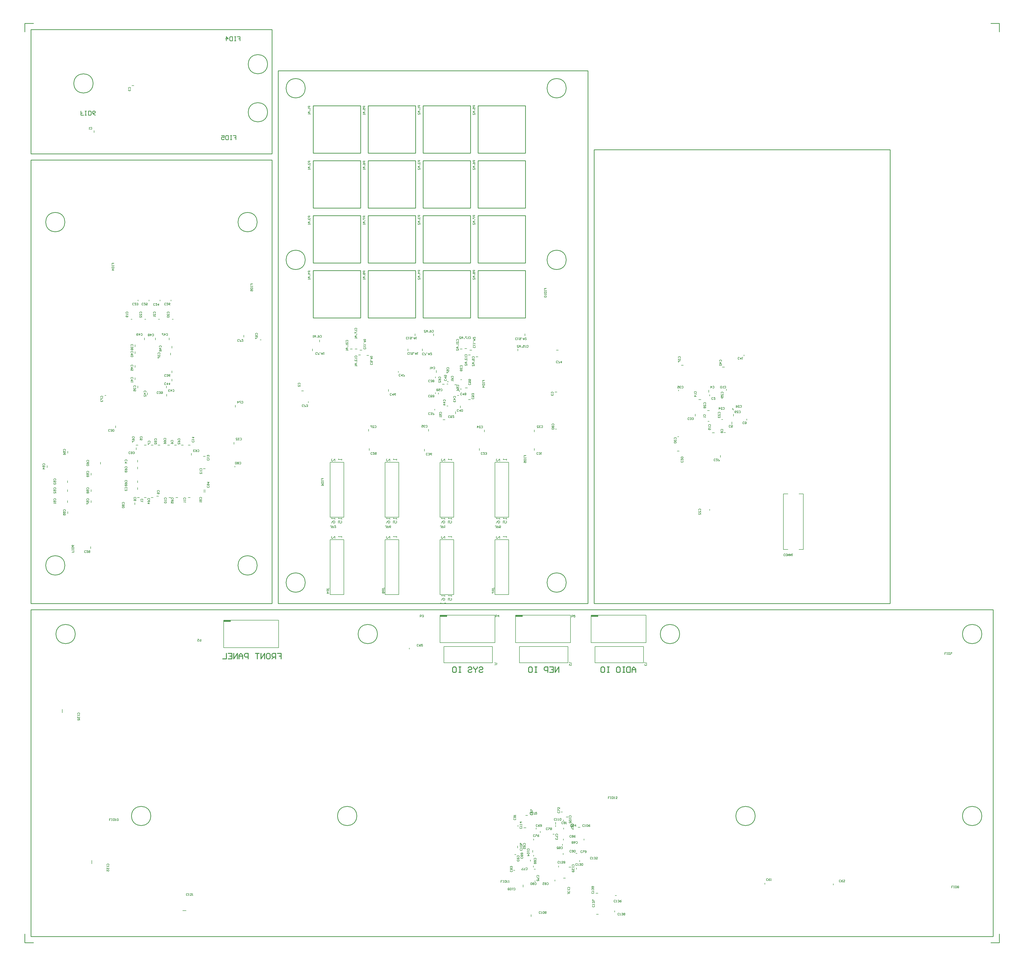
<source format=gbo>
G75*
G70*
%OFA0B0*%
%FSLAX24Y24*%
%IPPOS*%
%LPD*%
%AMOC8*
5,1,8,0,0,1.08239X$1,22.5*
%
%ADD142C,0.0120*%
%ADD18C,0.0079*%
%ADD218C,0.0080*%
%ADD226C,0.0100*%
%ADD90C,0.0070*%
X002000Y002000D02*
G01*
G75*
D218*
X091500Y044750D02*
X091500Y048750D01*
X083500Y044750D02*
X083500Y048750D01*
X083500Y044750D02*
X091500Y044750D01*
X083500Y048750D02*
X091500Y048750D01*
X084500Y048550D02*
X084500Y048750D01*
X083500Y048550D02*
X084500Y048550D01*
X083500Y048600D02*
X084450Y048600D01*
X083500Y048650D02*
X084500Y048650D01*
X083500Y048700D02*
X084450Y048700D01*
X084500Y048650D01*
X080500Y044750D02*
X080500Y048750D01*
X072500Y044750D02*
X072500Y048750D01*
X072500Y044750D02*
X080500Y044750D01*
X072500Y048750D02*
X080500Y048750D01*
X073500Y048550D02*
X073500Y048750D01*
X072500Y048550D02*
X073500Y048550D01*
X072500Y048600D02*
X073450Y048600D01*
X072500Y048650D02*
X073500Y048650D01*
X072500Y048700D02*
X073450Y048700D01*
X073500Y048650D01*
X069500Y044750D02*
X069500Y048750D01*
X061500Y044750D02*
X061500Y048750D01*
X061500Y044750D02*
X069500Y044750D01*
X061500Y048750D02*
X069500Y048750D01*
X062500Y048550D02*
X062500Y048750D01*
X061500Y048550D02*
X062500Y048550D01*
X061500Y048600D02*
X062450Y048600D01*
X061500Y048650D02*
X062500Y048650D01*
X061500Y048700D02*
X062450Y048700D01*
X062500Y048650D01*
X038000Y044000D02*
X038000Y048000D01*
X030000Y044000D02*
X030000Y048000D01*
X030000Y044000D02*
X038000Y044000D01*
X030000Y048000D02*
X038000Y048000D01*
X031000Y047800D02*
X031000Y048000D01*
X030000Y047800D02*
X031000Y047800D01*
X030000Y047850D02*
X030950Y047850D01*
X030000Y047900D02*
X031000Y047900D01*
X030000Y047950D02*
X030950Y047950D01*
X031000Y047900D01*
D142*
X078800Y040400D02*
X078800Y041200D01*
X078267Y040400D01*
X078267Y041200D01*
X077467Y041200D02*
X078000Y041200D01*
X078000Y040400D01*
X077467Y040400D01*
X078000Y040800D02*
X077734Y040800D01*
X077201Y040400D02*
X077201Y041200D01*
X076801Y041200D01*
X076667Y041066D01*
X076667Y040800D01*
X076801Y040667D01*
X077201Y040667D01*
X075601Y041200D02*
X075334Y041200D01*
X075468Y041200D01*
X075468Y040400D01*
X075601Y040400D01*
X075334Y040400D01*
X074535Y041200D02*
X074801Y041200D01*
X074935Y041066D01*
X074935Y040533D01*
X074801Y040400D01*
X074535Y040400D01*
X074401Y040533D01*
X074401Y041066D01*
X074535Y041200D01*
X090000Y040400D02*
X090000Y040933D01*
X089733Y041200D01*
X089467Y040933D01*
X089467Y040400D01*
X089467Y040800D01*
X090000Y040800D01*
X089200Y041200D02*
X089200Y040400D01*
X088800Y040400D01*
X088667Y040533D01*
X088667Y041066D01*
X088800Y041200D01*
X089200Y041200D01*
X088401Y041200D02*
X088134Y041200D01*
X088267Y041200D01*
X088267Y040400D01*
X088401Y040400D01*
X088134Y040400D01*
X087334Y041200D02*
X087601Y041200D01*
X087734Y041066D01*
X087734Y040533D01*
X087601Y040400D01*
X087334Y040400D01*
X087201Y040533D01*
X087201Y041066D01*
X087334Y041200D01*
X086135Y041200D02*
X085868Y041200D01*
X086001Y041200D01*
X086001Y040400D01*
X086135Y040400D01*
X085868Y040400D01*
X085068Y041200D02*
X085335Y041200D01*
X085468Y041066D01*
X085468Y040533D01*
X085335Y040400D01*
X085068Y040400D01*
X084935Y040533D01*
X084935Y041066D01*
X085068Y041200D01*
X067217Y041066D02*
X067350Y041200D01*
X067617Y041200D01*
X067750Y041066D01*
X067750Y040933D01*
X067617Y040800D01*
X067350Y040800D01*
X067217Y040667D01*
X067217Y040533D01*
X067350Y040400D01*
X067617Y040400D01*
X067750Y040533D01*
X066950Y041200D02*
X066950Y041066D01*
X066684Y040800D01*
X066417Y041066D01*
X066417Y041200D01*
X066684Y040800D02*
X066684Y040400D01*
X065617Y041066D02*
X065751Y041200D01*
X066017Y041200D01*
X066151Y041066D01*
X066151Y040933D01*
X066017Y040800D01*
X065751Y040800D01*
X065617Y040667D01*
X065617Y040533D01*
X065751Y040400D01*
X066017Y040400D01*
X066151Y040533D01*
X064551Y041200D02*
X064284Y041200D01*
X064418Y041200D01*
X064418Y040400D01*
X064551Y040400D01*
X064284Y040400D01*
X063485Y041200D02*
X063751Y041200D01*
X063885Y041066D01*
X063885Y040533D01*
X063751Y040400D01*
X063485Y040400D01*
X063351Y040533D01*
X063351Y041066D01*
X063485Y041200D01*
X037864Y043174D02*
X038398Y043174D01*
X038398Y042774D01*
X038131Y042774D01*
X038398Y042774D01*
X038398Y042374D01*
X037598Y042374D02*
X037598Y043174D01*
X037198Y043174D01*
X037065Y043040D01*
X037065Y042774D01*
X037198Y042641D01*
X037598Y042641D01*
X037331Y042641D02*
X037065Y042374D01*
X036398Y043174D02*
X036665Y043174D01*
X036798Y043040D01*
X036798Y042507D01*
X036665Y042374D01*
X036398Y042374D01*
X036265Y042507D01*
X036265Y043040D01*
X036398Y043174D01*
X035998Y042374D02*
X035998Y043174D01*
X035465Y042374D01*
X035465Y043174D01*
X035199Y043174D02*
X034666Y043174D01*
X034932Y043174D01*
X034932Y042374D01*
X033599Y042374D02*
X033599Y043174D01*
X033199Y043174D01*
X033066Y043040D01*
X033066Y042774D01*
X033199Y042641D01*
X033599Y042641D01*
X032799Y042374D02*
X032799Y042907D01*
X032533Y043174D01*
X032266Y042907D01*
X032266Y042374D01*
X032266Y042774D01*
X032799Y042774D01*
X032000Y042374D02*
X032000Y043174D01*
X031467Y042374D01*
X031467Y043174D01*
X030667Y043174D02*
X031200Y043174D01*
X031200Y042374D01*
X030667Y042374D01*
X031200Y042774D02*
X030933Y042774D01*
X030400Y043174D02*
X030400Y042374D01*
X029867Y042374D01*
D226*
X140400Y019500D02*
G03*
X140400Y019500I-01400J000000D01*
G01*
X107400Y019500D02*
G03*
X107400Y019500I-01400J000000D01*
G01*
X049400Y019500D02*
G03*
X049400Y019500I-01400J000000D01*
G01*
X019400Y019500D02*
G03*
X019400Y019500I-01400J000000D01*
G01*
X140400Y046000D02*
G03*
X140400Y046000I-01400J000000D01*
G01*
X096400Y046000D02*
G03*
X096400Y046000I-01400J000000D01*
G01*
X052400Y046000D02*
G03*
X052400Y046000I-01400J000000D01*
G01*
X008400Y046000D02*
G03*
X008400Y046000I-01400J000000D01*
G01*
D18*
X006533Y034544D02*
X006533Y035056D01*
X024044Y005702D02*
X024556Y005702D01*
X108810Y009539D02*
X108810Y009736D01*
X118771Y009461D02*
X118771Y009657D01*
X079480Y018752D02*
X079480Y018949D01*
X082472Y015996D02*
X082472Y016193D01*
X075505Y017571D02*
X075505Y017768D01*
X079146Y020071D02*
X079343Y020071D01*
X077965Y016842D02*
X078161Y016842D01*
X075208Y011764D02*
X075405Y011764D01*
X075150Y015996D02*
X075150Y016193D01*
X075111Y012059D02*
X075111Y012256D01*
X076133Y017098D02*
X076133Y017295D01*
X081272Y014047D02*
X081468Y014047D01*
X075349Y009902D02*
X075349Y010098D01*
X078338Y017965D02*
X078338Y018161D01*
X078260Y010012D02*
X078260Y010209D01*
X072217Y011568D02*
X072413Y011568D01*
X079519Y017571D02*
X079519Y017768D01*
X079362Y015209D02*
X079362Y015406D01*
X079480Y015996D02*
X079480Y016193D01*
X075209Y019757D02*
X075406Y019757D01*
X075150Y013634D02*
X075150Y013831D01*
X074677Y012925D02*
X074677Y013122D01*
X079440Y013870D02*
X079440Y014067D01*
X072768Y018063D02*
X072965Y018063D01*
X073240Y015386D02*
X073437Y015386D01*
X072374Y013890D02*
X072571Y013890D01*
X078771Y012059D02*
X078771Y012256D01*
X081370Y011744D02*
X081370Y011941D01*
X081842Y012846D02*
X081842Y013043D01*
X087019Y007905D02*
X087216Y007905D01*
X086960Y005524D02*
X086960Y005720D01*
X072827Y014835D02*
X072827Y015150D01*
X079874Y019362D02*
X080189Y019362D01*
X081606Y017866D02*
X081921Y017866D01*
X075032Y014205D02*
X075032Y014520D01*
X074795Y004835D02*
X074795Y005150D01*
X073614Y009165D02*
X073614Y009480D01*
X078339Y018299D02*
X078339Y018614D01*
X073732Y017787D02*
X074047Y017787D01*
X073968Y019598D02*
X074283Y019598D01*
X080268Y012039D02*
X080582Y012039D01*
X079480Y010464D02*
X079795Y010464D01*
X084283Y005189D02*
X084598Y005189D01*
X084205Y008260D02*
X084519Y008260D01*
X010802Y012544D02*
X010802Y013056D01*
X057049Y043802D02*
X057049Y043998D01*
D90*
X062079Y044181D02*
X069165Y044181D01*
X062079Y044181D02*
X069165Y044181D01*
X062079Y041819D02*
X062079Y044181D01*
X069165Y041819D02*
X069165Y044181D01*
X062079Y041819D02*
X069165Y041819D01*
X084079Y041819D02*
X091165Y041819D01*
X091165Y044181D01*
X084079Y041819D02*
X084079Y044181D01*
X091165Y044181D01*
X084079Y044181D02*
X091165Y044181D01*
X073079Y041819D02*
X080165Y041819D01*
X080165Y044181D01*
X073079Y041819D02*
X073079Y044181D01*
X080165Y044181D01*
X073079Y044181D02*
X080165Y044181D01*
X008986Y034305D02*
X009036Y034355D01*
X009036Y034455D01*
X008986Y034505D01*
X008786Y034505D01*
X008736Y034455D01*
X008736Y034355D01*
X008786Y034305D01*
X008736Y034205D02*
X008736Y034105D01*
X008736Y034155D01*
X009036Y034155D01*
X008986Y034205D01*
X008736Y033755D02*
X008736Y033955D01*
X008936Y033755D01*
X008986Y033755D01*
X009036Y033805D01*
X009036Y033905D01*
X008986Y033955D01*
X009036Y033455D02*
X009036Y033655D01*
X008886Y033655D01*
X008936Y033555D01*
X008936Y033505D01*
X008886Y033455D01*
X008786Y033455D01*
X008736Y033505D01*
X008736Y033605D01*
X008786Y033655D01*
X013255Y012305D02*
X013305Y012355D01*
X013305Y012455D01*
X013255Y012505D01*
X013055Y012505D01*
X013005Y012455D01*
X013005Y012355D01*
X013055Y012305D01*
X013005Y012205D02*
X013005Y012105D01*
X013005Y012155D01*
X013305Y012155D01*
X013255Y012205D01*
X013005Y011755D02*
X013005Y011955D01*
X013205Y011755D01*
X013255Y011755D01*
X013305Y011805D01*
X013305Y011905D01*
X013255Y011955D01*
X013005Y011455D02*
X013005Y011655D01*
X013205Y011455D01*
X013255Y011455D01*
X013305Y011505D01*
X013305Y011605D01*
X013255Y011655D01*
X086200Y022300D02*
X086000Y022300D01*
X086000Y022150D01*
X086100Y022150D01*
X086000Y022150D01*
X086000Y022000D01*
X086300Y022300D02*
X086400Y022300D01*
X086350Y022300D01*
X086350Y022000D01*
X086300Y022000D01*
X086400Y022000D01*
X086550Y022300D02*
X086550Y022000D01*
X086700Y022000D01*
X086750Y022050D01*
X086750Y022250D01*
X086700Y022300D01*
X086550Y022300D01*
X086850Y022000D02*
X086950Y022000D01*
X086900Y022000D01*
X086900Y022300D01*
X086850Y022250D01*
X087300Y022000D02*
X087100Y022000D01*
X087300Y022200D01*
X087300Y022250D01*
X087250Y022300D01*
X087150Y022300D01*
X087100Y022250D01*
X070595Y010105D02*
X070395Y010105D01*
X070395Y009955D01*
X070495Y009955D01*
X070395Y009955D01*
X070395Y009805D01*
X070695Y010105D02*
X070795Y010105D01*
X070745Y010105D01*
X070745Y009805D01*
X070695Y009805D01*
X070795Y009805D01*
X070945Y010105D02*
X070945Y009805D01*
X071095Y009805D01*
X071145Y009855D01*
X071145Y010055D01*
X071095Y010105D01*
X070945Y010105D01*
X071245Y009805D02*
X071345Y009805D01*
X071295Y009805D01*
X071295Y010105D01*
X071245Y010055D01*
X071495Y009805D02*
X071595Y009805D01*
X071545Y009805D01*
X071545Y010105D01*
X071495Y010055D01*
X013595Y019105D02*
X013395Y019105D01*
X013395Y018955D01*
X013495Y018955D01*
X013395Y018955D01*
X013395Y018805D01*
X013695Y019105D02*
X013795Y019105D01*
X013745Y019105D01*
X013745Y018805D01*
X013695Y018805D01*
X013795Y018805D01*
X013945Y019105D02*
X013945Y018805D01*
X014095Y018805D01*
X014145Y018855D01*
X014145Y019055D01*
X014095Y019105D01*
X013945Y019105D01*
X014245Y018805D02*
X014345Y018805D01*
X014295Y018805D01*
X014295Y019105D01*
X014245Y019055D01*
X014495Y019055D02*
X014545Y019105D01*
X014645Y019105D01*
X014695Y019055D01*
X014695Y018855D01*
X014645Y018805D01*
X014545Y018805D01*
X014495Y018855D01*
X014495Y019055D01*
X136200Y009300D02*
X136000Y009300D01*
X136000Y009150D01*
X136100Y009150D01*
X136000Y009150D01*
X136000Y009000D01*
X136300Y009300D02*
X136400Y009300D01*
X136350Y009300D01*
X136350Y009000D01*
X136300Y009000D01*
X136400Y009000D01*
X136550Y009300D02*
X136550Y009000D01*
X136700Y009000D01*
X136750Y009050D01*
X136750Y009250D01*
X136700Y009300D01*
X136550Y009300D01*
X136850Y009250D02*
X136900Y009300D01*
X137000Y009300D01*
X137050Y009250D01*
X137050Y009200D01*
X137000Y009150D01*
X137050Y009100D01*
X137050Y009050D01*
X137000Y009000D01*
X136900Y009000D01*
X136850Y009050D01*
X136850Y009100D01*
X136900Y009150D01*
X136850Y009200D01*
X136850Y009250D01*
X136900Y009150D02*
X137000Y009150D01*
X135200Y043300D02*
X135000Y043300D01*
X135000Y043150D01*
X135100Y043150D01*
X135000Y043150D01*
X135000Y043000D01*
X135300Y043300D02*
X135400Y043300D01*
X135350Y043300D01*
X135350Y043000D01*
X135300Y043000D01*
X135400Y043000D01*
X135550Y043300D02*
X135550Y043000D01*
X135700Y043000D01*
X135750Y043050D01*
X135750Y043250D01*
X135700Y043300D01*
X135550Y043300D01*
X135850Y043300D02*
X136050Y043300D01*
X136050Y043250D01*
X135850Y043050D01*
X135850Y043000D01*
X080872Y018158D02*
X080922Y018208D01*
X080922Y018308D01*
X080872Y018358D01*
X080672Y018358D01*
X080622Y018308D01*
X080622Y018208D01*
X080672Y018158D01*
X080922Y017858D02*
X080872Y017958D01*
X080772Y018058D01*
X080672Y018058D01*
X080622Y018008D01*
X080622Y017908D01*
X080672Y017858D01*
X080722Y017858D01*
X080772Y017908D01*
X080772Y018058D01*
X080922Y017758D02*
X080922Y017559D01*
X080872Y017559D01*
X080672Y017758D01*
X080622Y017758D01*
X081308Y015549D02*
X081358Y015499D01*
X081458Y015499D01*
X081508Y015549D01*
X081508Y015749D01*
X081458Y015799D01*
X081358Y015799D01*
X081308Y015749D01*
X081008Y015499D02*
X081108Y015549D01*
X081208Y015649D01*
X081208Y015749D01*
X081158Y015799D01*
X081058Y015799D01*
X081008Y015749D01*
X081008Y015699D01*
X081058Y015649D01*
X081208Y015649D01*
X080908Y015549D02*
X080858Y015499D01*
X080758Y015499D01*
X080708Y015549D01*
X080708Y015599D01*
X080758Y015649D01*
X080708Y015699D01*
X080708Y015749D01*
X080758Y015799D01*
X080858Y015799D01*
X080908Y015749D01*
X080908Y015699D01*
X080858Y015649D01*
X080908Y015599D01*
X080908Y015549D01*
X080858Y015649D02*
X080758Y015649D01*
X075704Y018214D02*
X075654Y018264D01*
X075554Y018264D01*
X075504Y018214D01*
X075504Y018015D01*
X075554Y017965D01*
X075654Y017965D01*
X075704Y018015D01*
X076004Y018264D02*
X075904Y018214D01*
X075804Y018115D01*
X075804Y018015D01*
X075854Y017965D01*
X075954Y017965D01*
X076004Y018015D01*
X076004Y018065D01*
X075954Y018115D01*
X075804Y018115D01*
X076104Y018015D02*
X076154Y017965D01*
X076254Y017965D01*
X076304Y018015D01*
X076304Y018214D01*
X076254Y018264D01*
X076154Y018264D01*
X076104Y018214D01*
X076104Y018164D01*
X076154Y018115D01*
X076304Y018115D01*
X078700Y020150D02*
X078650Y020100D01*
X078650Y020000D01*
X078700Y019950D01*
X078900Y019950D01*
X078950Y020000D01*
X078950Y020100D01*
X078900Y020150D01*
X078650Y020250D02*
X078650Y020450D01*
X078700Y020450D01*
X078900Y020250D01*
X078950Y020250D01*
X078950Y020750D02*
X078950Y020550D01*
X078750Y020750D01*
X078700Y020750D01*
X078650Y020700D01*
X078650Y020600D01*
X078700Y020550D01*
X078608Y016682D02*
X078658Y016732D01*
X078658Y016832D01*
X078608Y016882D01*
X078408Y016882D01*
X078358Y016832D01*
X078358Y016732D01*
X078408Y016682D01*
X078658Y016582D02*
X078658Y016382D01*
X078608Y016382D01*
X078408Y016582D01*
X078358Y016582D01*
X078608Y016282D02*
X078658Y016232D01*
X078658Y016132D01*
X078608Y016082D01*
X078558Y016082D01*
X078508Y016132D01*
X078508Y016182D01*
X078508Y016132D01*
X078458Y016082D01*
X078408Y016082D01*
X078358Y016132D01*
X078358Y016232D01*
X078408Y016282D01*
X075852Y010638D02*
X075902Y010688D01*
X075902Y010788D01*
X075852Y010838D01*
X075652Y010838D01*
X075602Y010788D01*
X075602Y010688D01*
X075652Y010638D01*
X075902Y010538D02*
X075902Y010338D01*
X075852Y010338D01*
X075652Y010538D01*
X075602Y010538D01*
X075902Y010038D02*
X075902Y010238D01*
X075752Y010238D01*
X075802Y010138D01*
X075802Y010088D01*
X075752Y010038D01*
X075652Y010038D01*
X075602Y010088D01*
X075602Y010188D01*
X075652Y010238D01*
X075310Y016738D02*
X075260Y016788D01*
X075160Y016788D01*
X075110Y016738D01*
X075110Y016538D01*
X075160Y016488D01*
X075260Y016488D01*
X075310Y016538D01*
X075410Y016788D02*
X075610Y016788D01*
X075610Y016738D01*
X075410Y016538D01*
X075410Y016488D01*
X075910Y016788D02*
X075810Y016738D01*
X075710Y016638D01*
X075710Y016538D01*
X075760Y016488D01*
X075860Y016488D01*
X075910Y016538D01*
X075910Y016588D01*
X075860Y016638D01*
X075710Y016638D01*
X074024Y011711D02*
X074074Y011661D01*
X074174Y011661D01*
X074224Y011711D01*
X074224Y011911D01*
X074174Y011961D01*
X074074Y011961D01*
X074024Y011911D01*
X073925Y011661D02*
X073725Y011661D01*
X073725Y011711D01*
X073925Y011911D01*
X073925Y011961D01*
X073625Y011661D02*
X073425Y011661D01*
X073425Y011711D01*
X073625Y011911D01*
X073625Y011961D01*
X077180Y017722D02*
X077130Y017772D01*
X077030Y017772D01*
X076980Y017722D01*
X076980Y017522D01*
X077030Y017472D01*
X077130Y017472D01*
X077180Y017522D01*
X077280Y017772D02*
X077480Y017772D01*
X077480Y017722D01*
X077280Y017522D01*
X077280Y017472D01*
X077580Y017722D02*
X077630Y017772D01*
X077730Y017772D01*
X077780Y017722D01*
X077780Y017672D01*
X077730Y017622D01*
X077780Y017572D01*
X077780Y017522D01*
X077730Y017472D01*
X077630Y017472D01*
X077580Y017522D01*
X077580Y017572D01*
X077630Y017622D01*
X077580Y017672D01*
X077580Y017722D01*
X077630Y017622D02*
X077730Y017622D01*
X082200Y014400D02*
X082150Y014450D01*
X082050Y014450D01*
X082000Y014400D01*
X082000Y014200D01*
X082050Y014150D01*
X082150Y014150D01*
X082200Y014200D01*
X082300Y014450D02*
X082500Y014450D01*
X082500Y014400D01*
X082300Y014200D01*
X082300Y014150D01*
X082600Y014200D02*
X082650Y014150D01*
X082750Y014150D01*
X082800Y014200D01*
X082800Y014400D01*
X082750Y014450D01*
X082650Y014450D01*
X082600Y014400D01*
X082600Y014350D01*
X082650Y014300D01*
X082800Y014300D01*
X075307Y009534D02*
X075357Y009484D01*
X075457Y009484D01*
X075507Y009534D01*
X075507Y009733D01*
X075457Y009783D01*
X075357Y009783D01*
X075307Y009733D01*
X075207Y009534D02*
X075157Y009484D01*
X075057Y009484D01*
X075007Y009534D01*
X075007Y009584D01*
X075057Y009634D01*
X075007Y009683D01*
X075007Y009733D01*
X075057Y009783D01*
X075157Y009783D01*
X075207Y009733D01*
X075207Y009683D01*
X075157Y009634D01*
X075207Y009584D01*
X075207Y009534D01*
X075157Y009634D02*
X075057Y009634D01*
X074907Y009534D02*
X074857Y009484D01*
X074757Y009484D01*
X074707Y009534D01*
X074707Y009733D01*
X074757Y009783D01*
X074857Y009783D01*
X074907Y009733D01*
X074907Y009534D01*
X079444Y018608D02*
X079394Y018658D01*
X079294Y018658D01*
X079244Y018608D01*
X079244Y018408D01*
X079294Y018358D01*
X079394Y018358D01*
X079444Y018408D01*
X079544Y018608D02*
X079594Y018658D01*
X079694Y018658D01*
X079744Y018608D01*
X079744Y018558D01*
X079694Y018508D01*
X079744Y018458D01*
X079744Y018408D01*
X079694Y018358D01*
X079594Y018358D01*
X079544Y018408D01*
X079544Y018458D01*
X079594Y018508D01*
X079544Y018558D01*
X079544Y018608D01*
X079594Y018508D02*
X079694Y018508D01*
X079844Y018358D02*
X079944Y018358D01*
X079894Y018358D01*
X079894Y018658D01*
X079844Y018608D01*
X077076Y009545D02*
X077126Y009495D01*
X077226Y009495D01*
X077276Y009545D01*
X077276Y009745D01*
X077226Y009795D01*
X077126Y009795D01*
X077076Y009745D01*
X076976Y009545D02*
X076926Y009495D01*
X076826Y009495D01*
X076776Y009545D01*
X076776Y009595D01*
X076826Y009645D01*
X076776Y009695D01*
X076776Y009745D01*
X076826Y009795D01*
X076926Y009795D01*
X076976Y009745D01*
X076976Y009695D01*
X076926Y009645D01*
X076976Y009595D01*
X076976Y009545D01*
X076926Y009645D02*
X076826Y009645D01*
X076476Y009795D02*
X076676Y009795D01*
X076476Y009595D01*
X076476Y009545D01*
X076526Y009495D01*
X076626Y009495D01*
X076676Y009545D01*
X071809Y011570D02*
X071759Y011520D01*
X071759Y011420D01*
X071809Y011370D01*
X072009Y011370D01*
X072059Y011420D01*
X072059Y011520D01*
X072009Y011570D01*
X071809Y011670D02*
X071759Y011720D01*
X071759Y011820D01*
X071809Y011870D01*
X071859Y011870D01*
X071909Y011820D01*
X071959Y011870D01*
X072009Y011870D01*
X072059Y011820D01*
X072059Y011720D01*
X072009Y011670D01*
X071959Y011670D01*
X071909Y011720D01*
X071859Y011670D01*
X071809Y011670D01*
X071909Y011720D02*
X071909Y011820D01*
X071809Y011970D02*
X071759Y012020D01*
X071759Y012120D01*
X071809Y012170D01*
X071859Y012170D01*
X071909Y012120D01*
X071909Y012070D01*
X071909Y012120D01*
X071959Y012170D01*
X072009Y012170D01*
X072059Y012120D01*
X072059Y012020D01*
X072009Y011970D01*
X080724Y018214D02*
X080674Y018264D01*
X080574Y018264D01*
X080524Y018214D01*
X080524Y018015D01*
X080574Y017965D01*
X080674Y017965D01*
X080724Y018015D01*
X080824Y018214D02*
X080874Y018264D01*
X080973Y018264D01*
X081023Y018214D01*
X081023Y018164D01*
X080973Y018115D01*
X081023Y018065D01*
X081023Y018015D01*
X080973Y017965D01*
X080874Y017965D01*
X080824Y018015D01*
X080824Y018065D01*
X080874Y018115D01*
X080824Y018164D01*
X080824Y018214D01*
X080874Y018115D02*
X080973Y018115D01*
X081273Y017965D02*
X081273Y018264D01*
X081123Y018115D01*
X081323Y018115D01*
X079143Y014762D02*
X079193Y014712D01*
X079293Y014712D01*
X079343Y014762D01*
X079343Y014962D01*
X079293Y015012D01*
X079193Y015012D01*
X079143Y014962D01*
X079043Y014762D02*
X078993Y014712D01*
X078893Y014712D01*
X078843Y014762D01*
X078843Y014812D01*
X078893Y014862D01*
X078843Y014912D01*
X078843Y014962D01*
X078893Y015012D01*
X078993Y015012D01*
X079043Y014962D01*
X079043Y014912D01*
X078993Y014862D01*
X079043Y014812D01*
X079043Y014762D01*
X078993Y014862D02*
X078893Y014862D01*
X078543Y014712D02*
X078743Y014712D01*
X078743Y014862D01*
X078643Y014812D01*
X078593Y014812D01*
X078543Y014862D01*
X078543Y014962D01*
X078593Y015012D01*
X078693Y015012D01*
X078743Y014962D01*
X080625Y016640D02*
X080575Y016690D01*
X080475Y016690D01*
X080425Y016640D01*
X080425Y016440D01*
X080475Y016390D01*
X080575Y016390D01*
X080625Y016440D01*
X080725Y016640D02*
X080775Y016690D01*
X080875Y016690D01*
X080925Y016640D01*
X080925Y016590D01*
X080875Y016540D01*
X080925Y016490D01*
X080925Y016440D01*
X080875Y016390D01*
X080775Y016390D01*
X080725Y016440D01*
X080725Y016490D01*
X080775Y016540D01*
X080725Y016590D01*
X080725Y016640D01*
X080775Y016540D02*
X080875Y016540D01*
X081225Y016690D02*
X081125Y016640D01*
X081025Y016540D01*
X081025Y016440D01*
X081075Y016390D01*
X081175Y016390D01*
X081225Y016440D01*
X081225Y016490D01*
X081175Y016540D01*
X081025Y016540D01*
X074762Y019838D02*
X074712Y019788D01*
X074712Y019688D01*
X074762Y019638D01*
X074962Y019638D01*
X075012Y019688D01*
X075012Y019788D01*
X074962Y019838D01*
X074762Y019938D02*
X074712Y019988D01*
X074712Y020088D01*
X074762Y020138D01*
X074812Y020138D01*
X074862Y020088D01*
X074912Y020138D01*
X074962Y020138D01*
X075012Y020088D01*
X075012Y019988D01*
X074962Y019938D01*
X074912Y019938D01*
X074862Y019988D01*
X074812Y019938D01*
X074762Y019938D01*
X074862Y019988D02*
X074862Y020088D01*
X074712Y020238D02*
X074712Y020438D01*
X074762Y020438D01*
X074962Y020238D01*
X075012Y020238D01*
X075459Y013139D02*
X075509Y013189D01*
X075509Y013289D01*
X075459Y013339D01*
X075259Y013339D01*
X075209Y013289D01*
X075209Y013189D01*
X075259Y013139D01*
X075459Y013039D02*
X075509Y012989D01*
X075509Y012889D01*
X075459Y012839D01*
X075409Y012839D01*
X075359Y012889D01*
X075309Y012839D01*
X075259Y012839D01*
X075209Y012889D01*
X075209Y012989D01*
X075259Y013039D01*
X075309Y013039D01*
X075359Y012989D01*
X075409Y013039D01*
X075459Y013039D01*
X075359Y012989D02*
X075359Y012889D01*
X075459Y012739D02*
X075509Y012689D01*
X075509Y012589D01*
X075459Y012539D01*
X075409Y012539D01*
X075359Y012589D01*
X075309Y012539D01*
X075259Y012539D01*
X075209Y012589D01*
X075209Y012689D01*
X075259Y012739D01*
X075309Y012739D01*
X075359Y012689D01*
X075409Y012739D01*
X075459Y012739D01*
X075359Y012689D02*
X075359Y012589D01*
X073344Y013519D02*
X073294Y013469D01*
X073294Y013369D01*
X073344Y013319D01*
X073544Y013319D01*
X073594Y013369D01*
X073594Y013469D01*
X073544Y013519D01*
X073344Y013619D02*
X073294Y013669D01*
X073294Y013769D01*
X073344Y013819D01*
X073394Y013819D01*
X073444Y013769D01*
X073494Y013819D01*
X073544Y013819D01*
X073594Y013769D01*
X073594Y013669D01*
X073544Y013619D01*
X073494Y013619D01*
X073444Y013669D01*
X073394Y013619D01*
X073344Y013619D01*
X073444Y013669D02*
X073444Y013769D01*
X073544Y013919D02*
X073594Y013969D01*
X073594Y014069D01*
X073544Y014119D01*
X073344Y014119D01*
X073294Y014069D01*
X073294Y013969D01*
X073344Y013919D01*
X073394Y013919D01*
X073444Y013969D01*
X073444Y014119D01*
X080625Y014474D02*
X080575Y014524D01*
X080475Y014524D01*
X080425Y014474D01*
X080425Y014274D01*
X080475Y014224D01*
X080575Y014224D01*
X080625Y014274D01*
X080725Y014274D02*
X080775Y014224D01*
X080875Y014224D01*
X080925Y014274D01*
X080925Y014474D01*
X080875Y014524D01*
X080775Y014524D01*
X080725Y014474D01*
X080725Y014424D01*
X080775Y014374D01*
X080925Y014374D01*
X081025Y014474D02*
X081075Y014524D01*
X081175Y014524D01*
X081225Y014474D01*
X081225Y014274D01*
X081175Y014224D01*
X081075Y014224D01*
X081025Y014274D01*
X081025Y014474D01*
X072301Y019149D02*
X072251Y019099D01*
X072251Y018999D01*
X072301Y018949D01*
X072501Y018949D01*
X072551Y018999D01*
X072551Y019099D01*
X072501Y019149D01*
X072501Y019249D02*
X072551Y019299D01*
X072551Y019399D01*
X072501Y019449D01*
X072301Y019449D01*
X072251Y019399D01*
X072251Y019299D01*
X072301Y019249D01*
X072351Y019249D01*
X072401Y019299D01*
X072401Y019449D01*
X072551Y019549D02*
X072551Y019649D01*
X072551Y019599D01*
X072251Y019599D01*
X072301Y019549D01*
X073884Y015304D02*
X073934Y015354D01*
X073934Y015454D01*
X073884Y015504D01*
X073684Y015504D01*
X073634Y015454D01*
X073634Y015354D01*
X073684Y015304D01*
X073684Y015204D02*
X073634Y015154D01*
X073634Y015054D01*
X073684Y015004D01*
X073884Y015004D01*
X073934Y015054D01*
X073934Y015154D01*
X073884Y015204D01*
X073834Y015204D01*
X073784Y015154D01*
X073784Y015004D01*
X073634Y014704D02*
X073634Y014904D01*
X073834Y014704D01*
X073884Y014704D01*
X073934Y014754D01*
X073934Y014854D01*
X073884Y014904D01*
X072998Y013532D02*
X073048Y013582D01*
X073048Y013682D01*
X072998Y013732D01*
X072798Y013732D01*
X072748Y013682D01*
X072748Y013582D01*
X072798Y013532D01*
X072798Y013432D02*
X072748Y013382D01*
X072748Y013282D01*
X072798Y013232D01*
X072998Y013232D01*
X073048Y013282D01*
X073048Y013382D01*
X072998Y013432D01*
X072948Y013432D01*
X072898Y013382D01*
X072898Y013232D01*
X072998Y013132D02*
X073048Y013082D01*
X073048Y012983D01*
X072998Y012933D01*
X072948Y012933D01*
X072898Y012983D01*
X072898Y013033D01*
X072898Y012983D01*
X072848Y012933D01*
X072798Y012933D01*
X072748Y012983D01*
X072748Y013082D01*
X072798Y013132D01*
X119865Y010134D02*
X119815Y010184D01*
X119715Y010184D01*
X119665Y010134D01*
X119665Y009934D01*
X119715Y009884D01*
X119815Y009884D01*
X119865Y009934D01*
X120165Y010184D02*
X120065Y010134D01*
X119965Y010034D01*
X119965Y009934D01*
X120015Y009884D01*
X120115Y009884D01*
X120165Y009934D01*
X120165Y009984D01*
X120115Y010034D01*
X119965Y010034D01*
X120465Y009884D02*
X120265Y009884D01*
X120465Y010084D01*
X120465Y010134D01*
X120415Y010184D01*
X120315Y010184D01*
X120265Y010134D01*
X058396Y044451D02*
X058346Y044501D01*
X058246Y044501D01*
X058196Y044451D01*
X058196Y044251D01*
X058246Y044201D01*
X058346Y044201D01*
X058396Y044251D01*
X058695Y044501D02*
X058596Y044451D01*
X058496Y044351D01*
X058496Y044251D01*
X058546Y044201D01*
X058646Y044201D01*
X058695Y044251D01*
X058695Y044301D01*
X058646Y044351D01*
X058496Y044351D01*
X058995Y044501D02*
X058795Y044501D01*
X058795Y044351D01*
X058895Y044401D01*
X058945Y044401D01*
X058995Y044351D01*
X058995Y044251D01*
X058945Y044201D01*
X058845Y044201D01*
X058795Y044251D01*
X069805Y041685D02*
X069805Y041785D01*
X069805Y041735D01*
X069555Y041735D01*
X069505Y041785D01*
X069505Y041835D01*
X069555Y041885D01*
X069505Y041585D02*
X069505Y041485D01*
X069505Y041535D01*
X069805Y041535D01*
X069755Y041585D01*
X080650Y041733D02*
X080650Y041833D01*
X080650Y041783D01*
X080400Y041783D01*
X080350Y041833D01*
X080350Y041883D01*
X080400Y041933D01*
X080350Y041433D02*
X080350Y041633D01*
X080550Y041433D01*
X080600Y041433D01*
X080650Y041483D01*
X080650Y041583D01*
X080600Y041633D01*
X091613Y041733D02*
X091613Y041833D01*
X091613Y041783D01*
X091363Y041783D01*
X091313Y041833D01*
X091313Y041883D01*
X091363Y041933D01*
X091563Y041633D02*
X091613Y041583D01*
X091613Y041483D01*
X091563Y041433D01*
X091513Y041433D01*
X091463Y041483D01*
X091463Y041533D01*
X091463Y041483D01*
X091413Y041433D01*
X091363Y041433D01*
X091313Y041483D01*
X091313Y041583D01*
X091363Y041633D01*
X026707Y045251D02*
X026707Y044951D01*
X026557Y044951D01*
X026507Y045001D01*
X026507Y045101D01*
X026557Y045151D01*
X026707Y045151D01*
X026207Y045251D02*
X026407Y045251D01*
X026207Y045051D01*
X026207Y045001D01*
X026257Y044951D01*
X026357Y044951D01*
X026407Y045001D01*
X058629Y048477D02*
X058629Y048777D01*
X058779Y048777D01*
X058829Y048727D01*
X058829Y048627D01*
X058779Y048577D01*
X058629Y048577D01*
X058929Y048727D02*
X058979Y048777D01*
X059079Y048777D01*
X059129Y048727D01*
X059129Y048677D01*
X059079Y048627D01*
X059029Y048627D01*
X059079Y048627D01*
X059129Y048577D01*
X059129Y048527D01*
X059079Y048477D01*
X058979Y048477D01*
X058929Y048527D01*
X069623Y048477D02*
X069623Y048777D01*
X069773Y048777D01*
X069823Y048727D01*
X069823Y048627D01*
X069773Y048577D01*
X069623Y048577D01*
X070073Y048477D02*
X070073Y048777D01*
X069923Y048627D01*
X070123Y048627D01*
X080687Y048466D02*
X080687Y048766D01*
X080837Y048766D01*
X080887Y048716D01*
X080887Y048616D01*
X080837Y048566D01*
X080687Y048566D01*
X081187Y048766D02*
X080987Y048766D01*
X080987Y048616D01*
X081087Y048666D01*
X081137Y048666D01*
X081187Y048616D01*
X081187Y048516D01*
X081137Y048466D01*
X081037Y048466D01*
X080987Y048516D01*
X074474Y014517D02*
X074524Y014567D01*
X074524Y014667D01*
X074474Y014717D01*
X074274Y014717D01*
X074224Y014667D01*
X074224Y014567D01*
X074274Y014517D01*
X074224Y014417D02*
X074224Y014317D01*
X074224Y014367D01*
X074524Y014367D01*
X074474Y014417D01*
X074474Y014167D02*
X074524Y014117D01*
X074524Y014017D01*
X074474Y013967D01*
X074274Y013967D01*
X074224Y014017D01*
X074224Y014117D01*
X074274Y014167D01*
X074474Y014167D01*
X074224Y013717D02*
X074524Y013717D01*
X074374Y013867D01*
X074374Y013667D01*
X080577Y019339D02*
X080627Y019389D01*
X080627Y019489D01*
X080577Y019539D01*
X080377Y019539D01*
X080327Y019489D01*
X080327Y019389D01*
X080377Y019339D01*
X080327Y019239D02*
X080327Y019140D01*
X080327Y019189D01*
X080627Y019189D01*
X080577Y019239D01*
X080577Y018990D02*
X080627Y018940D01*
X080627Y018840D01*
X080577Y018790D01*
X080377Y018790D01*
X080327Y018840D01*
X080327Y018940D01*
X080377Y018990D01*
X080577Y018990D01*
X080627Y018490D02*
X080627Y018690D01*
X080477Y018690D01*
X080527Y018590D01*
X080527Y018540D01*
X080477Y018490D01*
X080377Y018490D01*
X080327Y018540D01*
X080327Y018640D01*
X080377Y018690D01*
X082495Y018214D02*
X082445Y018264D01*
X082345Y018264D01*
X082295Y018214D01*
X082295Y018015D01*
X082345Y017965D01*
X082445Y017965D01*
X082495Y018015D01*
X082595Y017965D02*
X082695Y017965D01*
X082645Y017965D01*
X082645Y018264D01*
X082595Y018214D01*
X082845Y018214D02*
X082895Y018264D01*
X082995Y018264D01*
X083045Y018214D01*
X083045Y018015D01*
X082995Y017965D01*
X082895Y017965D01*
X082845Y018015D01*
X082845Y018214D01*
X083345Y018264D02*
X083245Y018214D01*
X083145Y018115D01*
X083145Y018015D01*
X083195Y017965D01*
X083295Y017965D01*
X083345Y018015D01*
X083345Y018065D01*
X083295Y018115D01*
X083145Y018115D01*
X073217Y014697D02*
X073167Y014647D01*
X073167Y014547D01*
X073217Y014497D01*
X073417Y014497D01*
X073467Y014547D01*
X073467Y014647D01*
X073417Y014697D01*
X073467Y014797D02*
X073467Y014897D01*
X073467Y014847D01*
X073167Y014847D01*
X073217Y014797D01*
X073217Y015047D02*
X073167Y015097D01*
X073167Y015197D01*
X073217Y015247D01*
X073417Y015247D01*
X073467Y015197D01*
X073467Y015097D01*
X073417Y015047D01*
X073217Y015047D01*
X073167Y015347D02*
X073167Y015547D01*
X073217Y015547D01*
X073417Y015347D01*
X073467Y015347D01*
X076137Y005537D02*
X076087Y005587D01*
X075987Y005587D01*
X075937Y005537D01*
X075937Y005337D01*
X075987Y005287D01*
X076087Y005287D01*
X076137Y005337D01*
X076237Y005287D02*
X076337Y005287D01*
X076287Y005287D01*
X076287Y005587D01*
X076237Y005537D01*
X076487Y005537D02*
X076537Y005587D01*
X076637Y005587D01*
X076687Y005537D01*
X076687Y005337D01*
X076637Y005287D01*
X076537Y005287D01*
X076487Y005337D01*
X076487Y005537D01*
X076787Y005537D02*
X076837Y005587D01*
X076937Y005587D01*
X076986Y005537D01*
X076986Y005487D01*
X076937Y005437D01*
X076986Y005387D01*
X076986Y005337D01*
X076937Y005287D01*
X076837Y005287D01*
X076787Y005337D01*
X076787Y005387D01*
X076837Y005437D01*
X076787Y005487D01*
X076787Y005537D01*
X076837Y005437D02*
X076937Y005437D01*
X072253Y008758D02*
X072303Y008708D01*
X072403Y008708D01*
X072453Y008758D01*
X072453Y008958D01*
X072403Y009008D01*
X072303Y009008D01*
X072253Y008958D01*
X072153Y009008D02*
X072053Y009008D01*
X072103Y009008D01*
X072103Y008708D01*
X072153Y008758D01*
X071903Y008758D02*
X071853Y008708D01*
X071753Y008708D01*
X071703Y008758D01*
X071703Y008958D01*
X071753Y009008D01*
X071853Y009008D01*
X071903Y008958D01*
X071903Y008758D01*
X071603Y008958D02*
X071553Y009008D01*
X071453Y009008D01*
X071403Y008958D01*
X071403Y008758D01*
X071453Y008708D01*
X071553Y008708D01*
X071603Y008758D01*
X071603Y008808D01*
X071553Y008858D01*
X071403Y008858D01*
X078361Y019100D02*
X078311Y019150D01*
X078211Y019150D01*
X078161Y019100D01*
X078161Y018900D01*
X078211Y018850D01*
X078311Y018850D01*
X078361Y018900D01*
X078461Y018850D02*
X078561Y018850D01*
X078511Y018850D01*
X078511Y019150D01*
X078461Y019100D01*
X078711Y018850D02*
X078811Y018850D01*
X078761Y018850D01*
X078761Y019150D01*
X078711Y019100D01*
X078961Y019100D02*
X079011Y019150D01*
X079111Y019150D01*
X079161Y019100D01*
X079161Y018900D01*
X079111Y018850D01*
X079011Y018850D01*
X078961Y018900D01*
X078961Y019100D01*
X073187Y017869D02*
X073137Y017819D01*
X073137Y017719D01*
X073187Y017669D01*
X073387Y017669D01*
X073437Y017719D01*
X073437Y017819D01*
X073387Y017869D01*
X073437Y017969D02*
X073437Y018069D01*
X073437Y018019D01*
X073137Y018019D01*
X073187Y017969D01*
X073437Y018219D02*
X073437Y018319D01*
X073437Y018269D01*
X073137Y018269D01*
X073187Y018219D01*
X073437Y018619D02*
X073137Y018619D01*
X073287Y018469D01*
X073287Y018669D01*
X074818Y019986D02*
X074768Y020036D01*
X074668Y020036D01*
X074618Y019986D01*
X074618Y019786D01*
X074668Y019736D01*
X074768Y019736D01*
X074818Y019786D01*
X074918Y019736D02*
X075018Y019736D01*
X074968Y019736D01*
X074968Y020036D01*
X074918Y019986D01*
X075168Y019736D02*
X075268Y019736D01*
X075218Y019736D01*
X075218Y020036D01*
X075168Y019986D01*
X075618Y020036D02*
X075418Y020036D01*
X075418Y019886D01*
X075518Y019936D01*
X075568Y019936D01*
X075618Y019886D01*
X075618Y019786D01*
X075568Y019736D01*
X075468Y019736D01*
X075418Y019786D01*
X109260Y010340D02*
X109210Y010390D01*
X109110Y010390D01*
X109060Y010340D01*
X109060Y010140D01*
X109110Y010090D01*
X109210Y010090D01*
X109260Y010140D01*
X109560Y010390D02*
X109460Y010340D01*
X109360Y010240D01*
X109360Y010140D01*
X109410Y010090D01*
X109510Y010090D01*
X109560Y010140D01*
X109560Y010190D01*
X109510Y010240D01*
X109360Y010240D01*
X109660Y010090D02*
X109760Y010090D01*
X109710Y010090D01*
X109710Y010390D01*
X109660Y010340D01*
X078880Y012860D02*
X078830Y012910D01*
X078730Y012910D01*
X078680Y012860D01*
X078680Y012660D01*
X078730Y012610D01*
X078830Y012610D01*
X078880Y012660D01*
X078980Y012610D02*
X079080Y012610D01*
X079030Y012610D01*
X079030Y012910D01*
X078980Y012860D01*
X079430Y012610D02*
X079230Y012610D01*
X079430Y012810D01*
X079430Y012860D01*
X079380Y012910D01*
X079280Y012910D01*
X079230Y012860D01*
X079530Y012860D02*
X079580Y012910D01*
X079680Y012910D01*
X079730Y012860D01*
X079730Y012810D01*
X079680Y012760D01*
X079730Y012710D01*
X079730Y012660D01*
X079680Y012610D01*
X079580Y012610D01*
X079530Y012660D01*
X079530Y012710D01*
X079580Y012760D01*
X079530Y012810D01*
X079530Y012860D01*
X079580Y012760D02*
X079680Y012760D01*
X081000Y012200D02*
X081050Y012250D01*
X081050Y012350D01*
X081000Y012400D01*
X080800Y012400D01*
X080750Y012350D01*
X080750Y012250D01*
X080800Y012200D01*
X080750Y012100D02*
X080750Y012000D01*
X080750Y012050D01*
X081050Y012050D01*
X081000Y012100D01*
X080750Y011650D02*
X080750Y011850D01*
X080950Y011650D01*
X081000Y011650D01*
X081050Y011700D01*
X081050Y011800D01*
X081000Y011850D01*
X080800Y011550D02*
X080750Y011500D01*
X080750Y011400D01*
X080800Y011350D01*
X081000Y011350D01*
X081050Y011400D01*
X081050Y011500D01*
X081000Y011550D01*
X080950Y011550D01*
X080900Y011500D01*
X080900Y011350D01*
X081470Y012540D02*
X081420Y012590D01*
X081320Y012590D01*
X081270Y012540D01*
X081270Y012340D01*
X081320Y012290D01*
X081420Y012290D01*
X081470Y012340D01*
X081570Y012290D02*
X081670Y012290D01*
X081620Y012290D01*
X081620Y012590D01*
X081570Y012540D01*
X081820Y012540D02*
X081870Y012590D01*
X081970Y012590D01*
X082020Y012540D01*
X082020Y012490D01*
X081970Y012440D01*
X081920Y012440D01*
X081970Y012440D01*
X082020Y012390D01*
X082020Y012340D01*
X081970Y012290D01*
X081870Y012290D01*
X081820Y012340D01*
X082120Y012540D02*
X082170Y012590D01*
X082270Y012590D01*
X082320Y012540D01*
X082320Y012340D01*
X082270Y012290D01*
X082170Y012290D01*
X082120Y012340D01*
X082120Y012540D01*
X080350Y008900D02*
X080400Y008950D01*
X080400Y009050D01*
X080350Y009100D01*
X080150Y009100D01*
X080100Y009050D01*
X080100Y008950D01*
X080150Y008900D01*
X080100Y008800D02*
X080100Y008700D01*
X080100Y008750D01*
X080400Y008750D01*
X080350Y008800D01*
X080350Y008550D02*
X080400Y008500D01*
X080400Y008400D01*
X080350Y008350D01*
X080300Y008350D01*
X080250Y008400D01*
X080250Y008450D01*
X080250Y008400D01*
X080200Y008350D01*
X080150Y008350D01*
X080100Y008400D01*
X080100Y008500D01*
X080150Y008550D01*
X080100Y008250D02*
X080100Y008150D01*
X080100Y008200D01*
X080400Y008200D01*
X080350Y008250D01*
X083600Y013450D02*
X083550Y013500D01*
X083450Y013500D01*
X083400Y013450D01*
X083400Y013250D01*
X083450Y013200D01*
X083550Y013200D01*
X083600Y013250D01*
X083700Y013200D02*
X083800Y013200D01*
X083750Y013200D01*
X083750Y013500D01*
X083700Y013450D01*
X083950Y013450D02*
X084000Y013500D01*
X084100Y013500D01*
X084150Y013450D01*
X084150Y013400D01*
X084100Y013350D01*
X084050Y013350D01*
X084100Y013350D01*
X084150Y013300D01*
X084150Y013250D01*
X084100Y013200D01*
X084000Y013200D01*
X083950Y013250D01*
X084450Y013200D02*
X084250Y013200D01*
X084450Y013400D01*
X084450Y013450D01*
X084400Y013500D01*
X084300Y013500D01*
X084250Y013450D01*
X087050Y007200D02*
X087000Y007250D01*
X086900Y007250D01*
X086850Y007200D01*
X086850Y007000D01*
X086900Y006950D01*
X087000Y006950D01*
X087050Y007000D01*
X087150Y006950D02*
X087250Y006950D01*
X087200Y006950D01*
X087200Y007250D01*
X087150Y007200D01*
X087400Y007200D02*
X087450Y007250D01*
X087550Y007250D01*
X087600Y007200D01*
X087600Y007150D01*
X087550Y007100D01*
X087500Y007100D01*
X087550Y007100D01*
X087600Y007050D01*
X087600Y007000D01*
X087550Y006950D01*
X087450Y006950D01*
X087400Y007000D01*
X087900Y007250D02*
X087800Y007200D01*
X087700Y007100D01*
X087700Y007000D01*
X087750Y006950D01*
X087850Y006950D01*
X087900Y007000D01*
X087900Y007050D01*
X087850Y007100D01*
X087700Y007100D01*
X083750Y006450D02*
X083700Y006400D01*
X083700Y006300D01*
X083750Y006250D01*
X083950Y006250D01*
X084000Y006300D01*
X084000Y006400D01*
X083950Y006450D01*
X084000Y006550D02*
X084000Y006650D01*
X084000Y006600D01*
X083700Y006600D01*
X083750Y006550D01*
X083750Y006800D02*
X083700Y006850D01*
X083700Y006950D01*
X083750Y007000D01*
X083800Y007000D01*
X083850Y006950D01*
X083850Y006900D01*
X083850Y006950D01*
X083900Y007000D01*
X083950Y007000D01*
X084000Y006950D01*
X084000Y006850D01*
X083950Y006800D01*
X083700Y007100D02*
X083700Y007300D01*
X083750Y007300D01*
X083950Y007100D01*
X084000Y007100D01*
X087600Y005300D02*
X087550Y005350D01*
X087450Y005350D01*
X087400Y005300D01*
X087400Y005100D01*
X087450Y005050D01*
X087550Y005050D01*
X087600Y005100D01*
X087700Y005050D02*
X087800Y005050D01*
X087750Y005050D01*
X087750Y005350D01*
X087700Y005300D01*
X087950Y005300D02*
X088000Y005350D01*
X088100Y005350D01*
X088150Y005300D01*
X088150Y005250D01*
X088100Y005200D01*
X088050Y005200D01*
X088100Y005200D01*
X088150Y005150D01*
X088150Y005100D01*
X088100Y005050D01*
X088000Y005050D01*
X087950Y005100D01*
X088250Y005300D02*
X088300Y005350D01*
X088400Y005350D01*
X088450Y005300D01*
X088450Y005250D01*
X088400Y005200D01*
X088450Y005150D01*
X088450Y005100D01*
X088400Y005050D01*
X088300Y005050D01*
X088250Y005100D01*
X088250Y005150D01*
X088300Y005200D01*
X088250Y005250D01*
X088250Y005300D01*
X088300Y005200D02*
X088400Y005200D01*
X083650Y008400D02*
X083600Y008350D01*
X083600Y008250D01*
X083650Y008200D01*
X083850Y008200D01*
X083900Y008250D01*
X083900Y008350D01*
X083850Y008400D01*
X083900Y008500D02*
X083900Y008600D01*
X083900Y008550D01*
X083600Y008550D01*
X083650Y008500D01*
X083650Y008750D02*
X083600Y008800D01*
X083600Y008900D01*
X083650Y008950D01*
X083700Y008950D01*
X083750Y008900D01*
X083750Y008850D01*
X083750Y008900D01*
X083800Y008950D01*
X083850Y008950D01*
X083900Y008900D01*
X083900Y008800D01*
X083850Y008750D01*
X083850Y009050D02*
X083900Y009100D01*
X083900Y009200D01*
X083850Y009250D01*
X083650Y009250D01*
X083600Y009200D01*
X083600Y009100D01*
X083650Y009050D01*
X083700Y009050D01*
X083750Y009100D01*
X083750Y009250D01*
X024795Y008155D02*
X024745Y008205D01*
X024645Y008205D01*
X024595Y008155D01*
X024595Y007955D01*
X024645Y007905D01*
X024745Y007905D01*
X024795Y007955D01*
X024895Y007905D02*
X024995Y007905D01*
X024945Y007905D01*
X024945Y008205D01*
X024895Y008155D01*
X025345Y007905D02*
X025145Y007905D01*
X025345Y008105D01*
X025345Y008155D01*
X025295Y008205D01*
X025195Y008205D01*
X025145Y008155D01*
X025445Y007905D02*
X025545Y007905D01*
X025495Y007905D01*
X025495Y008205D01*
X025445Y008155D01*
D226*
X001950Y001950D02*
X001950Y049550D01*
X142050Y049550D01*
X142050Y001950D01*
X001950Y001950D01*
X002000Y050500D02*
G01*
G75*
D226*
X005500Y107400D02*
G03*
X005500Y107400I000000J-01400D01*
G01*
X033500Y107400D02*
G03*
X033500Y107400I000000J-01400D01*
G01*
X005500Y057400D02*
G03*
X005500Y057400I000000J-01400D01*
G01*
X033500Y057400D02*
G03*
X033500Y057400I000000J-01400D01*
G01*
D18*
X017531Y081843D02*
X017531Y082157D01*
X022469Y084043D02*
X022469Y084357D01*
X022269Y086643D02*
X022269Y086957D01*
X017131Y087843D02*
X017131Y088157D01*
X021669Y081843D02*
X021669Y082157D01*
X017131Y086843D02*
X017131Y087157D01*
X017131Y083043D02*
X017131Y083357D01*
X018931Y080843D02*
X018931Y081157D01*
X021731Y080643D02*
X021731Y080957D01*
X022469Y082843D02*
X022469Y083157D01*
X017131Y084843D02*
X017131Y085157D01*
X022469Y087643D02*
X022469Y087957D01*
X022069Y088843D02*
X022069Y089157D01*
X020069Y088843D02*
X020069Y089157D01*
X018469Y088843D02*
X018469Y089157D01*
X018757Y065869D02*
X018443Y065869D01*
X017469Y067043D02*
X017469Y067357D01*
X017469Y071043D02*
X017469Y071357D01*
X018757Y073531D02*
X018443Y073531D01*
X023157Y073531D02*
X022843Y073531D01*
X019757Y073531D02*
X019443Y073531D01*
X017757Y065869D02*
X017443Y065869D01*
X020557Y066069D02*
X020243Y066069D01*
X022357Y065869D02*
X022043Y065869D01*
X027357Y070069D02*
X027043Y070069D01*
X027357Y071869D02*
X027043Y071869D01*
X025157Y073531D02*
X024843Y073531D01*
X024157Y073531D02*
X023843Y073531D01*
X025331Y072043D02*
X025331Y072357D01*
X019757Y065869D02*
X019443Y065869D01*
X023357Y065869D02*
X023043Y065869D01*
X017557Y073531D02*
X017243Y073531D01*
X017469Y068043D02*
X017469Y068357D01*
X017469Y070043D02*
X017469Y070357D01*
X017069Y064843D02*
X017069Y065157D01*
X027393Y066728D02*
X027078Y066728D01*
X020757Y073531D02*
X020443Y073531D01*
X017269Y072843D02*
X017269Y073157D01*
X027393Y066964D02*
X027078Y066964D01*
X022157Y073531D02*
X021843Y073531D01*
X025157Y065869D02*
X024843Y065869D01*
X014269Y076043D02*
X014269Y076357D01*
X031531Y073643D02*
X031531Y073957D01*
X007269Y065143D02*
X007269Y065457D01*
X007269Y066743D02*
X007269Y067057D01*
X007269Y068043D02*
X007269Y068357D01*
X004331Y070243D02*
X004331Y070557D01*
X007331Y063543D02*
X007331Y063857D01*
X007331Y072343D02*
X007331Y072657D01*
X010731Y065143D02*
X010731Y065457D01*
X010731Y066743D02*
X010731Y067057D01*
X010731Y069143D02*
X010731Y069457D01*
X012069Y070743D02*
X012069Y071057D01*
X032952Y089243D02*
X032952Y089557D01*
X031731Y079043D02*
X031731Y079357D01*
X016698Y091849D02*
X016502Y091849D01*
X022698Y091849D02*
X022502Y091849D01*
X020698Y091849D02*
X020502Y091849D01*
X018698Y091849D02*
X018502Y091849D01*
X017551Y094502D02*
X017551Y094698D01*
X019151Y094502D02*
X019151Y094698D01*
X020751Y094502D02*
X020751Y094698D01*
X022351Y094502D02*
X022351Y094698D01*
X012898Y080751D02*
X012702Y080751D01*
X031649Y070302D02*
X031649Y070498D01*
X035498Y088849D02*
X035302Y088849D01*
X010652Y058443D02*
X010652Y058757D01*
D90*
X008205Y058105D02*
X008205Y057905D01*
X008055Y057905D01*
X008055Y058005D01*
X008055Y057905D01*
X007905Y057905D01*
X008205Y058205D02*
X008205Y058305D01*
X008205Y058255D01*
X007905Y058255D01*
X007905Y058205D01*
X007905Y058305D01*
X008205Y058455D02*
X007905Y058455D01*
X007905Y058605D01*
X007955Y058655D01*
X008155Y058655D01*
X008205Y058605D01*
X008205Y058455D01*
X008205Y058955D02*
X008155Y058855D01*
X008055Y058755D01*
X007955Y058755D01*
X007905Y058805D01*
X007905Y058905D01*
X007955Y058955D01*
X008005Y058955D01*
X008055Y058905D01*
X008055Y058755D01*
X033950Y096800D02*
X033950Y097000D01*
X034100Y097000D01*
X034100Y096900D01*
X034100Y097000D01*
X034250Y097000D01*
X033950Y096700D02*
X033950Y096600D01*
X033950Y096650D01*
X034250Y096650D01*
X034250Y096700D01*
X034250Y096600D01*
X033950Y096450D02*
X034250Y096450D01*
X034250Y096300D01*
X034200Y096250D01*
X034000Y096250D01*
X033950Y096300D01*
X033950Y096450D01*
X033950Y095950D02*
X033950Y096150D01*
X034100Y096150D01*
X034050Y096050D01*
X034050Y096000D01*
X034100Y095950D01*
X034200Y095950D01*
X034250Y096000D01*
X034250Y096100D01*
X034200Y096150D01*
X013750Y099800D02*
X013750Y100000D01*
X013900Y100000D01*
X013900Y099900D01*
X013900Y100000D01*
X014050Y100000D01*
X013750Y099700D02*
X013750Y099600D01*
X013750Y099650D01*
X014050Y099650D01*
X014050Y099700D01*
X014050Y099600D01*
X013750Y099450D02*
X014050Y099450D01*
X014050Y099300D01*
X014000Y099250D01*
X013800Y099250D01*
X013750Y099300D01*
X013750Y099450D01*
X014050Y099000D02*
X013750Y099000D01*
X013900Y099150D01*
X013900Y098950D01*
X018000Y065450D02*
X017950Y065500D01*
X017950Y065600D01*
X018000Y065650D01*
X018200Y065650D01*
X018250Y065600D01*
X018250Y065500D01*
X018200Y065450D01*
X018250Y065350D02*
X018250Y065250D01*
X018250Y065300D01*
X017950Y065300D01*
X018000Y065350D01*
X015690Y067170D02*
X015640Y067220D01*
X015640Y067320D01*
X015690Y067370D01*
X015890Y067370D01*
X015940Y067320D01*
X015940Y067220D01*
X015890Y067170D01*
X015690Y067070D02*
X015640Y067020D01*
X015640Y066920D01*
X015690Y066870D01*
X015740Y066870D01*
X015790Y066920D01*
X015790Y066970D01*
X015790Y066920D01*
X015840Y066870D01*
X015890Y066870D01*
X015940Y066920D01*
X015940Y067020D01*
X015890Y067070D01*
X015690Y071170D02*
X015640Y071220D01*
X015640Y071320D01*
X015690Y071370D01*
X015890Y071370D01*
X015940Y071320D01*
X015940Y071220D01*
X015890Y071170D01*
X015940Y070920D02*
X015640Y070920D01*
X015790Y071070D01*
X015790Y070870D01*
X017900Y074550D02*
X017850Y074600D01*
X017850Y074700D01*
X017900Y074750D01*
X018100Y074750D01*
X018150Y074700D01*
X018150Y074600D01*
X018100Y074550D01*
X017850Y074250D02*
X017850Y074450D01*
X018000Y074450D01*
X017950Y074350D01*
X017950Y074300D01*
X018000Y074250D01*
X018100Y074250D01*
X018150Y074300D01*
X018150Y074400D01*
X018100Y074450D01*
X022400Y074000D02*
X022350Y074050D01*
X022350Y074150D01*
X022400Y074200D01*
X022600Y074200D01*
X022650Y074150D01*
X022650Y074050D01*
X022600Y074000D01*
X022350Y073700D02*
X022400Y073800D01*
X022500Y073900D01*
X022600Y073900D01*
X022650Y073850D01*
X022650Y073750D01*
X022600Y073700D01*
X022550Y073700D01*
X022500Y073750D01*
X022500Y073900D01*
X019050Y073900D02*
X019000Y073950D01*
X019000Y074050D01*
X019050Y074100D01*
X019250Y074100D01*
X019300Y074050D01*
X019300Y073950D01*
X019250Y073900D01*
X019000Y073800D02*
X019000Y073600D01*
X019050Y073600D01*
X019250Y073800D01*
X019300Y073800D01*
X017000Y065700D02*
X016950Y065750D01*
X016950Y065850D01*
X017000Y065900D01*
X017200Y065900D01*
X017250Y065850D01*
X017250Y065750D01*
X017200Y065700D01*
X017000Y065600D02*
X016950Y065550D01*
X016950Y065450D01*
X017000Y065400D01*
X017050Y065400D01*
X017100Y065450D01*
X017150Y065400D01*
X017200Y065400D01*
X017250Y065450D01*
X017250Y065550D01*
X017200Y065600D01*
X017150Y065600D01*
X017100Y065550D01*
X017050Y065600D01*
X017000Y065600D01*
X017100Y065550D02*
X017100Y065450D01*
X020400Y066700D02*
X020350Y066750D01*
X020350Y066850D01*
X020400Y066900D01*
X020600Y066900D01*
X020650Y066850D01*
X020650Y066750D01*
X020600Y066700D01*
X020600Y066600D02*
X020650Y066550D01*
X020650Y066450D01*
X020600Y066400D01*
X020400Y066400D01*
X020350Y066450D01*
X020350Y066550D01*
X020400Y066600D01*
X020450Y066600D01*
X020500Y066550D01*
X020500Y066400D01*
X021440Y065640D02*
X021390Y065690D01*
X021390Y065790D01*
X021440Y065840D01*
X021640Y065840D01*
X021690Y065790D01*
X021690Y065690D01*
X021640Y065640D01*
X021690Y065540D02*
X021690Y065440D01*
X021690Y065490D01*
X021390Y065490D01*
X021440Y065540D01*
X021440Y065290D02*
X021390Y065240D01*
X021390Y065140D01*
X021440Y065090D01*
X021640Y065090D01*
X021690Y065140D01*
X021690Y065240D01*
X021640Y065290D01*
X021440Y065290D01*
X024240Y065640D02*
X024190Y065690D01*
X024190Y065790D01*
X024240Y065840D01*
X024440Y065840D01*
X024490Y065790D01*
X024490Y065690D01*
X024440Y065640D01*
X024490Y065540D02*
X024490Y065440D01*
X024490Y065490D01*
X024190Y065490D01*
X024240Y065540D01*
X024490Y065290D02*
X024490Y065190D01*
X024490Y065240D01*
X024190Y065240D01*
X024240Y065290D01*
X026600Y069900D02*
X026550Y069950D01*
X026550Y070050D01*
X026600Y070100D01*
X026800Y070100D01*
X026850Y070050D01*
X026850Y069950D01*
X026800Y069900D01*
X026850Y069800D02*
X026850Y069700D01*
X026850Y069750D01*
X026550Y069750D01*
X026600Y069800D01*
X026850Y069350D02*
X026850Y069550D01*
X026650Y069350D01*
X026600Y069350D01*
X026550Y069400D01*
X026550Y069500D01*
X026600Y069550D01*
X027850Y071500D02*
X027900Y071450D01*
X027900Y071350D01*
X027850Y071300D01*
X027650Y071300D01*
X027600Y071350D01*
X027600Y071450D01*
X027650Y071500D01*
X027600Y071600D02*
X027600Y071700D01*
X027600Y071650D01*
X027900Y071650D01*
X027850Y071600D01*
X027850Y071850D02*
X027900Y071900D01*
X027900Y072000D01*
X027850Y072050D01*
X027800Y072050D01*
X027750Y072000D01*
X027750Y071950D01*
X027750Y072000D01*
X027700Y072050D01*
X027650Y072050D01*
X027600Y072000D01*
X027600Y071900D01*
X027650Y071850D01*
X025650Y074150D02*
X025700Y074100D01*
X025700Y074000D01*
X025650Y073950D01*
X025450Y073950D01*
X025400Y074000D01*
X025400Y074100D01*
X025450Y074150D01*
X025400Y074250D02*
X025400Y074350D01*
X025400Y074300D01*
X025700Y074300D01*
X025650Y074250D01*
X025400Y074650D02*
X025700Y074650D01*
X025550Y074500D01*
X025550Y074700D01*
X015840Y092720D02*
X015790Y092770D01*
X015790Y092870D01*
X015840Y092920D01*
X016040Y092920D01*
X016090Y092870D01*
X016090Y092770D01*
X016040Y092720D01*
X016090Y092620D02*
X016090Y092520D01*
X016090Y092570D01*
X015790Y092570D01*
X015840Y092620D01*
X016040Y092370D02*
X016090Y092320D01*
X016090Y092220D01*
X016040Y092170D01*
X015840Y092170D01*
X015790Y092220D01*
X015790Y092320D01*
X015840Y092370D01*
X015890Y092370D01*
X015940Y092320D01*
X015940Y092170D01*
X021840Y092720D02*
X021790Y092770D01*
X021790Y092870D01*
X021840Y092920D01*
X022040Y092920D01*
X022090Y092870D01*
X022090Y092770D01*
X022040Y092720D01*
X022090Y092420D02*
X022090Y092620D01*
X021890Y092420D01*
X021840Y092420D01*
X021790Y092470D01*
X021790Y092570D01*
X021840Y092620D01*
X021840Y092320D02*
X021790Y092270D01*
X021790Y092170D01*
X021840Y092120D01*
X022040Y092120D01*
X022090Y092170D01*
X022090Y092270D01*
X022040Y092320D01*
X021840Y092320D01*
X019840Y092720D02*
X019790Y092770D01*
X019790Y092870D01*
X019840Y092920D01*
X020040Y092920D01*
X020090Y092870D01*
X020090Y092770D01*
X020040Y092720D01*
X020090Y092420D02*
X020090Y092620D01*
X019890Y092420D01*
X019840Y092420D01*
X019790Y092470D01*
X019790Y092570D01*
X019840Y092620D01*
X020090Y092320D02*
X020090Y092220D01*
X020090Y092270D01*
X019790Y092270D01*
X019840Y092320D01*
X017840Y092720D02*
X017790Y092770D01*
X017790Y092870D01*
X017840Y092920D01*
X018040Y092920D01*
X018090Y092870D01*
X018090Y092770D01*
X018040Y092720D01*
X018090Y092420D02*
X018090Y092620D01*
X017890Y092420D01*
X017840Y092420D01*
X017790Y092470D01*
X017790Y092570D01*
X017840Y092620D01*
X018090Y092120D02*
X018090Y092320D01*
X017890Y092120D01*
X017840Y092120D01*
X017790Y092170D01*
X017790Y092270D01*
X017840Y092320D01*
X016950Y093950D02*
X016900Y093900D01*
X016800Y093900D01*
X016750Y093950D01*
X016750Y094150D01*
X016800Y094200D01*
X016900Y094200D01*
X016950Y094150D01*
X017250Y094200D02*
X017050Y094200D01*
X017250Y094000D01*
X017250Y093950D01*
X017200Y093900D01*
X017100Y093900D01*
X017050Y093950D01*
X017350Y093950D02*
X017400Y093900D01*
X017500Y093900D01*
X017550Y093950D01*
X017550Y094000D01*
X017500Y094050D01*
X017450Y094050D01*
X017500Y094050D01*
X017550Y094100D01*
X017550Y094150D01*
X017500Y094200D01*
X017400Y094200D01*
X017350Y094150D01*
X020000Y093900D02*
X019950Y093850D01*
X019850Y093850D01*
X019800Y093900D01*
X019800Y094100D01*
X019850Y094150D01*
X019950Y094150D01*
X020000Y094100D01*
X020300Y094150D02*
X020100Y094150D01*
X020300Y093950D01*
X020300Y093900D01*
X020250Y093850D01*
X020150Y093850D01*
X020100Y093900D01*
X020550Y094150D02*
X020550Y093850D01*
X020400Y094000D01*
X020600Y094000D01*
X018300Y093950D02*
X018250Y093900D01*
X018150Y093900D01*
X018100Y093950D01*
X018100Y094150D01*
X018150Y094200D01*
X018250Y094200D01*
X018300Y094150D01*
X018600Y094200D02*
X018400Y094200D01*
X018600Y094000D01*
X018600Y093950D01*
X018550Y093900D01*
X018450Y093900D01*
X018400Y093950D01*
X018900Y093900D02*
X018700Y093900D01*
X018700Y094050D01*
X018800Y094000D01*
X018850Y094000D01*
X018900Y094050D01*
X018900Y094150D01*
X018850Y094200D01*
X018750Y094200D01*
X018700Y094150D01*
X021600Y093950D02*
X021550Y093900D01*
X021450Y093900D01*
X021400Y093950D01*
X021400Y094150D01*
X021450Y094200D01*
X021550Y094200D01*
X021600Y094150D01*
X021900Y094200D02*
X021700Y094200D01*
X021900Y094000D01*
X021900Y093950D01*
X021850Y093900D01*
X021750Y093900D01*
X021700Y093950D01*
X022200Y093900D02*
X022100Y093950D01*
X022000Y094050D01*
X022000Y094150D01*
X022050Y094200D01*
X022150Y094200D01*
X022200Y094150D01*
X022200Y094100D01*
X022150Y094050D01*
X022000Y094050D01*
X016970Y081970D02*
X016920Y082020D01*
X016920Y082120D01*
X016970Y082170D01*
X017170Y082170D01*
X017220Y082120D01*
X017220Y082020D01*
X017170Y081970D01*
X016970Y081870D02*
X016920Y081820D01*
X016920Y081720D01*
X016970Y081670D01*
X017020Y081670D01*
X017070Y081720D01*
X017070Y081770D01*
X017070Y081720D01*
X017120Y081670D01*
X017170Y081670D01*
X017220Y081720D01*
X017220Y081820D01*
X017170Y081870D01*
X016920Y081370D02*
X016920Y081570D01*
X017070Y081570D01*
X017020Y081470D01*
X017020Y081420D01*
X017070Y081370D01*
X017170Y081370D01*
X017220Y081420D01*
X017220Y081520D01*
X017170Y081570D01*
X021600Y083550D02*
X021550Y083500D01*
X021450Y083500D01*
X021400Y083550D01*
X021400Y083750D01*
X021450Y083800D01*
X021550Y083800D01*
X021600Y083750D01*
X021700Y083550D02*
X021750Y083500D01*
X021850Y083500D01*
X021900Y083550D01*
X021900Y083600D01*
X021850Y083650D01*
X021800Y083650D01*
X021850Y083650D01*
X021900Y083700D01*
X021900Y083750D01*
X021850Y083800D01*
X021750Y083800D01*
X021700Y083750D01*
X022200Y083500D02*
X022100Y083550D01*
X022000Y083650D01*
X022000Y083750D01*
X022050Y083800D01*
X022150Y083800D01*
X022200Y083750D01*
X022200Y083700D01*
X022150Y083650D01*
X022000Y083650D01*
X020490Y086770D02*
X020440Y086820D01*
X020440Y086920D01*
X020490Y086970D01*
X020690Y086970D01*
X020740Y086920D01*
X020740Y086820D01*
X020690Y086770D01*
X020490Y086670D02*
X020440Y086620D01*
X020440Y086520D01*
X020490Y086470D01*
X020540Y086470D01*
X020590Y086520D01*
X020590Y086570D01*
X020590Y086520D01*
X020640Y086470D01*
X020690Y086470D01*
X020740Y086520D01*
X020740Y086620D01*
X020690Y086670D01*
X020440Y086370D02*
X020440Y086170D01*
X020490Y086170D01*
X020690Y086370D01*
X020740Y086370D01*
X016570Y087970D02*
X016520Y088020D01*
X016520Y088120D01*
X016570Y088170D01*
X016770Y088170D01*
X016820Y088120D01*
X016820Y088020D01*
X016770Y087970D01*
X016570Y087870D02*
X016520Y087820D01*
X016520Y087720D01*
X016570Y087670D01*
X016620Y087670D01*
X016670Y087720D01*
X016670Y087770D01*
X016670Y087720D01*
X016720Y087670D01*
X016770Y087670D01*
X016820Y087720D01*
X016820Y087820D01*
X016770Y087870D01*
X016570Y087570D02*
X016520Y087520D01*
X016520Y087420D01*
X016570Y087370D01*
X016620Y087370D01*
X016670Y087420D01*
X016720Y087370D01*
X016770Y087370D01*
X016820Y087420D01*
X016820Y087520D01*
X016770Y087570D01*
X016720Y087570D01*
X016670Y087520D01*
X016620Y087570D01*
X016570Y087570D01*
X016670Y087520D02*
X016670Y087420D01*
X020500Y081050D02*
X020450Y081000D01*
X020350Y081000D01*
X020300Y081050D01*
X020300Y081250D01*
X020350Y081300D01*
X020450Y081300D01*
X020500Y081250D01*
X020600Y081050D02*
X020650Y081000D01*
X020750Y081000D01*
X020800Y081050D01*
X020800Y081100D01*
X020750Y081150D01*
X020700Y081150D01*
X020750Y081150D01*
X020800Y081200D01*
X020800Y081250D01*
X020750Y081300D01*
X020650Y081300D01*
X020600Y081250D01*
X020900Y081250D02*
X020950Y081300D01*
X021050Y081300D01*
X021100Y081250D01*
X021100Y081050D01*
X021050Y081000D01*
X020950Y081000D01*
X020900Y081050D01*
X020900Y081100D01*
X020950Y081150D01*
X021100Y081150D01*
X016570Y086970D02*
X016520Y087020D01*
X016520Y087120D01*
X016570Y087170D01*
X016770Y087170D01*
X016820Y087120D01*
X016820Y087020D01*
X016770Y086970D01*
X016820Y086720D02*
X016520Y086720D01*
X016670Y086870D01*
X016670Y086670D01*
X016570Y086570D02*
X016520Y086520D01*
X016520Y086420D01*
X016570Y086370D01*
X016770Y086370D01*
X016820Y086420D01*
X016820Y086520D01*
X016770Y086570D01*
X016570Y086570D01*
X016570Y083170D02*
X016520Y083220D01*
X016520Y083320D01*
X016570Y083370D01*
X016770Y083370D01*
X016820Y083320D01*
X016820Y083220D01*
X016770Y083170D01*
X016820Y082920D02*
X016520Y082920D01*
X016670Y083070D01*
X016670Y082870D01*
X016820Y082770D02*
X016820Y082670D01*
X016820Y082720D01*
X016520Y082720D01*
X016570Y082770D01*
X018450Y081200D02*
X018400Y081250D01*
X018400Y081350D01*
X018450Y081400D01*
X018650Y081400D01*
X018700Y081350D01*
X018700Y081250D01*
X018650Y081200D01*
X018700Y080950D02*
X018400Y080950D01*
X018550Y081100D01*
X018550Y080900D01*
X018700Y080600D02*
X018700Y080800D01*
X018500Y080600D01*
X018450Y080600D01*
X018400Y080650D01*
X018400Y080750D01*
X018450Y080800D01*
X022590Y081557D02*
X022640Y081607D01*
X022740Y081607D01*
X022790Y081557D01*
X022790Y081357D01*
X022740Y081307D01*
X022640Y081307D01*
X022590Y081357D01*
X022340Y081307D02*
X022340Y081607D01*
X022490Y081457D01*
X022290Y081457D01*
X022190Y081557D02*
X022141Y081607D01*
X022041Y081607D01*
X021991Y081557D01*
X021991Y081507D01*
X022041Y081457D01*
X022091Y081457D01*
X022041Y081457D01*
X021991Y081407D01*
X021991Y081357D01*
X022041Y081307D01*
X022141Y081307D01*
X022190Y081357D01*
X021600Y082350D02*
X021550Y082300D01*
X021450Y082300D01*
X021400Y082350D01*
X021400Y082550D01*
X021450Y082600D01*
X021550Y082600D01*
X021600Y082550D01*
X021850Y082600D02*
X021850Y082300D01*
X021700Y082450D01*
X021900Y082450D01*
X022150Y082600D02*
X022150Y082300D01*
X022000Y082450D01*
X022200Y082450D01*
X016570Y084970D02*
X016520Y085020D01*
X016520Y085120D01*
X016570Y085170D01*
X016770Y085170D01*
X016820Y085120D01*
X016820Y085020D01*
X016770Y084970D01*
X016820Y084720D02*
X016520Y084720D01*
X016670Y084870D01*
X016670Y084670D01*
X016520Y084370D02*
X016520Y084570D01*
X016670Y084570D01*
X016620Y084470D01*
X016620Y084420D01*
X016670Y084370D01*
X016770Y084370D01*
X016820Y084420D01*
X016820Y084520D01*
X016770Y084570D01*
X020690Y087770D02*
X020640Y087820D01*
X020640Y087920D01*
X020690Y087970D01*
X020890Y087970D01*
X020940Y087920D01*
X020940Y087820D01*
X020890Y087770D01*
X020940Y087520D02*
X020640Y087520D01*
X020790Y087670D01*
X020790Y087470D01*
X020640Y087170D02*
X020690Y087270D01*
X020790Y087370D01*
X020890Y087370D01*
X020940Y087320D01*
X020940Y087220D01*
X020890Y087170D01*
X020840Y087170D01*
X020790Y087220D01*
X020790Y087370D01*
X021650Y089730D02*
X021700Y089780D01*
X021800Y089780D01*
X021850Y089730D01*
X021850Y089530D01*
X021800Y089480D01*
X021700Y089480D01*
X021650Y089530D01*
X021400Y089480D02*
X021400Y089780D01*
X021550Y089630D01*
X021350Y089630D01*
X021250Y089780D02*
X021050Y089780D01*
X021050Y089730D01*
X021250Y089530D01*
X021250Y089480D01*
X019600Y089650D02*
X019650Y089700D01*
X019750Y089700D01*
X019800Y089650D01*
X019800Y089450D01*
X019750Y089400D01*
X019650Y089400D01*
X019600Y089450D01*
X019350Y089400D02*
X019350Y089700D01*
X019500Y089550D01*
X019300Y089550D01*
X019200Y089650D02*
X019150Y089700D01*
X019050Y089700D01*
X019000Y089650D01*
X019000Y089600D01*
X019050Y089550D01*
X019000Y089500D01*
X019000Y089450D01*
X019050Y089400D01*
X019150Y089400D01*
X019200Y089450D01*
X019200Y089500D01*
X019150Y089550D01*
X019200Y089600D01*
X019200Y089650D01*
X019150Y089550D02*
X019050Y089550D01*
X017950Y089730D02*
X018000Y089780D01*
X018100Y089780D01*
X018150Y089730D01*
X018150Y089530D01*
X018100Y089480D01*
X018000Y089480D01*
X017950Y089530D01*
X017700Y089480D02*
X017700Y089780D01*
X017850Y089630D01*
X017650Y089630D01*
X017550Y089530D02*
X017500Y089480D01*
X017400Y089480D01*
X017350Y089530D01*
X017350Y089730D01*
X017400Y089780D01*
X017500Y089780D01*
X017550Y089730D01*
X017550Y089680D01*
X017500Y089630D01*
X017350Y089630D01*
X005330Y065500D02*
X005280Y065550D01*
X005280Y065650D01*
X005330Y065700D01*
X005530Y065700D01*
X005580Y065650D01*
X005580Y065550D01*
X005530Y065500D01*
X005280Y065200D02*
X005280Y065400D01*
X005430Y065400D01*
X005380Y065300D01*
X005380Y065250D01*
X005430Y065200D01*
X005530Y065200D01*
X005580Y065250D01*
X005580Y065350D01*
X005530Y065400D01*
X005580Y065100D02*
X005580Y065000D01*
X005580Y065050D01*
X005280Y065050D01*
X005330Y065100D01*
X005330Y067100D02*
X005280Y067150D01*
X005280Y067250D01*
X005330Y067300D01*
X005530Y067300D01*
X005580Y067250D01*
X005580Y067150D01*
X005530Y067100D01*
X005280Y066800D02*
X005280Y067000D01*
X005430Y067000D01*
X005380Y066900D01*
X005380Y066850D01*
X005430Y066800D01*
X005530Y066800D01*
X005580Y066850D01*
X005580Y066950D01*
X005530Y067000D01*
X005580Y066500D02*
X005580Y066700D01*
X005380Y066500D01*
X005330Y066500D01*
X005280Y066550D01*
X005280Y066650D01*
X005330Y066700D01*
X005330Y068400D02*
X005280Y068450D01*
X005280Y068550D01*
X005330Y068600D01*
X005530Y068600D01*
X005580Y068550D01*
X005580Y068450D01*
X005530Y068400D01*
X005280Y068100D02*
X005280Y068300D01*
X005430Y068300D01*
X005380Y068200D01*
X005380Y068150D01*
X005430Y068100D01*
X005530Y068100D01*
X005580Y068150D01*
X005580Y068250D01*
X005530Y068300D01*
X005330Y068000D02*
X005280Y067950D01*
X005280Y067850D01*
X005330Y067800D01*
X005380Y067800D01*
X005430Y067850D01*
X005430Y067900D01*
X005430Y067850D01*
X005480Y067800D01*
X005530Y067800D01*
X005580Y067850D01*
X005580Y067950D01*
X005530Y068000D01*
X003730Y070600D02*
X003680Y070650D01*
X003680Y070750D01*
X003730Y070800D01*
X003930Y070800D01*
X003980Y070750D01*
X003980Y070650D01*
X003930Y070600D01*
X003680Y070300D02*
X003680Y070500D01*
X003830Y070500D01*
X003780Y070400D01*
X003780Y070350D01*
X003830Y070300D01*
X003930Y070300D01*
X003980Y070350D01*
X003980Y070450D01*
X003930Y070500D01*
X003980Y070050D02*
X003680Y070050D01*
X003830Y070200D01*
X003830Y070000D01*
X006730Y063900D02*
X006680Y063950D01*
X006680Y064050D01*
X006730Y064100D01*
X006930Y064100D01*
X006980Y064050D01*
X006980Y063950D01*
X006930Y063900D01*
X006680Y063600D02*
X006680Y063800D01*
X006830Y063800D01*
X006780Y063700D01*
X006780Y063650D01*
X006830Y063600D01*
X006930Y063600D01*
X006980Y063650D01*
X006980Y063750D01*
X006930Y063800D01*
X006680Y063300D02*
X006680Y063500D01*
X006830Y063500D01*
X006780Y063400D01*
X006780Y063350D01*
X006830Y063300D01*
X006930Y063300D01*
X006980Y063350D01*
X006980Y063450D01*
X006930Y063500D01*
X006730Y072700D02*
X006680Y072750D01*
X006680Y072850D01*
X006730Y072900D01*
X006930Y072900D01*
X006980Y072850D01*
X006980Y072750D01*
X006930Y072700D01*
X006680Y072400D02*
X006680Y072600D01*
X006830Y072600D01*
X006780Y072500D01*
X006780Y072450D01*
X006830Y072400D01*
X006930Y072400D01*
X006980Y072450D01*
X006980Y072550D01*
X006930Y072600D01*
X006680Y072100D02*
X006730Y072200D01*
X006830Y072300D01*
X006930Y072300D01*
X006980Y072250D01*
X006980Y072150D01*
X006930Y072100D01*
X006880Y072100D01*
X006830Y072150D01*
X006830Y072300D01*
X010130Y065500D02*
X010080Y065550D01*
X010080Y065650D01*
X010130Y065700D01*
X010330Y065700D01*
X010380Y065650D01*
X010380Y065550D01*
X010330Y065500D01*
X010080Y065200D02*
X010080Y065400D01*
X010230Y065400D01*
X010180Y065300D01*
X010180Y065250D01*
X010230Y065200D01*
X010330Y065200D01*
X010380Y065250D01*
X010380Y065350D01*
X010330Y065400D01*
X010080Y065100D02*
X010080Y064900D01*
X010130Y064900D01*
X010330Y065100D01*
X010380Y065100D01*
X010130Y067100D02*
X010080Y067150D01*
X010080Y067250D01*
X010130Y067300D01*
X010330Y067300D01*
X010380Y067250D01*
X010380Y067150D01*
X010330Y067100D01*
X010080Y066800D02*
X010080Y067000D01*
X010230Y067000D01*
X010180Y066900D01*
X010180Y066850D01*
X010230Y066800D01*
X010330Y066800D01*
X010380Y066850D01*
X010380Y066950D01*
X010330Y067000D01*
X010130Y066700D02*
X010080Y066650D01*
X010080Y066550D01*
X010130Y066500D01*
X010180Y066500D01*
X010230Y066550D01*
X010280Y066500D01*
X010330Y066500D01*
X010380Y066550D01*
X010380Y066650D01*
X010330Y066700D01*
X010280Y066700D01*
X010230Y066650D01*
X010180Y066700D01*
X010130Y066700D01*
X010230Y066650D02*
X010230Y066550D01*
X010130Y069500D02*
X010080Y069550D01*
X010080Y069650D01*
X010130Y069700D01*
X010330Y069700D01*
X010380Y069650D01*
X010380Y069550D01*
X010330Y069500D01*
X010080Y069200D02*
X010080Y069400D01*
X010230Y069400D01*
X010180Y069300D01*
X010180Y069250D01*
X010230Y069200D01*
X010330Y069200D01*
X010380Y069250D01*
X010380Y069350D01*
X010330Y069400D01*
X010330Y069100D02*
X010380Y069050D01*
X010380Y068950D01*
X010330Y068900D01*
X010130Y068900D01*
X010080Y068950D01*
X010080Y069050D01*
X010130Y069100D01*
X010180Y069100D01*
X010230Y069050D01*
X010230Y068900D01*
X010130Y071100D02*
X010080Y071150D01*
X010080Y071250D01*
X010130Y071300D01*
X010330Y071300D01*
X010380Y071250D01*
X010380Y071150D01*
X010330Y071100D01*
X010080Y070800D02*
X010130Y070900D01*
X010230Y071000D01*
X010330Y071000D01*
X010380Y070950D01*
X010380Y070850D01*
X010330Y070800D01*
X010280Y070800D01*
X010230Y070850D01*
X010230Y071000D01*
X010130Y070700D02*
X010080Y070650D01*
X010080Y070550D01*
X010130Y070500D01*
X010330Y070500D01*
X010380Y070550D01*
X010380Y070650D01*
X010330Y070700D01*
X010130Y070700D01*
X023400Y074250D02*
X023350Y074300D01*
X023350Y074400D01*
X023400Y074450D01*
X023600Y074450D01*
X023650Y074400D01*
X023650Y074300D01*
X023600Y074250D01*
X023350Y073950D02*
X023400Y074050D01*
X023500Y074150D01*
X023600Y074150D01*
X023650Y074100D01*
X023650Y074000D01*
X023600Y073950D01*
X023550Y073950D01*
X023500Y074000D01*
X023500Y074150D01*
X023650Y073650D02*
X023650Y073850D01*
X023450Y073650D01*
X023400Y073650D01*
X023350Y073700D01*
X023350Y073800D01*
X023400Y073850D01*
X026200Y072800D02*
X026250Y072850D01*
X026350Y072850D01*
X026400Y072800D01*
X026400Y072600D01*
X026350Y072550D01*
X026250Y072550D01*
X026200Y072600D01*
X025900Y072850D02*
X026000Y072800D01*
X026100Y072700D01*
X026100Y072600D01*
X026050Y072550D01*
X025950Y072550D01*
X025900Y072600D01*
X025900Y072650D01*
X025950Y072700D01*
X026100Y072700D01*
X025800Y072800D02*
X025750Y072850D01*
X025650Y072850D01*
X025600Y072800D01*
X025600Y072750D01*
X025650Y072700D01*
X025700Y072700D01*
X025650Y072700D01*
X025600Y072650D01*
X025600Y072600D01*
X025650Y072550D01*
X025750Y072550D01*
X025800Y072600D01*
X019000Y065550D02*
X018950Y065600D01*
X018950Y065700D01*
X019000Y065750D01*
X019200Y065750D01*
X019250Y065700D01*
X019250Y065600D01*
X019200Y065550D01*
X018950Y065250D02*
X019000Y065350D01*
X019100Y065450D01*
X019200Y065450D01*
X019250Y065400D01*
X019250Y065300D01*
X019200Y065250D01*
X019150Y065250D01*
X019100Y065300D01*
X019100Y065450D01*
X019250Y065000D02*
X018950Y065000D01*
X019100Y065150D01*
X019100Y064950D01*
X022440Y065640D02*
X022390Y065690D01*
X022390Y065790D01*
X022440Y065840D01*
X022640Y065840D01*
X022690Y065790D01*
X022690Y065690D01*
X022640Y065640D01*
X022390Y065340D02*
X022440Y065440D01*
X022540Y065540D01*
X022640Y065540D01*
X022690Y065490D01*
X022690Y065390D01*
X022640Y065340D01*
X022590Y065340D01*
X022540Y065390D01*
X022540Y065540D01*
X022390Y065040D02*
X022390Y065240D01*
X022540Y065240D01*
X022490Y065140D01*
X022490Y065090D01*
X022540Y065040D01*
X022640Y065040D01*
X022690Y065090D01*
X022690Y065190D01*
X022640Y065240D01*
X021350Y074300D02*
X021300Y074350D01*
X021300Y074450D01*
X021350Y074500D01*
X021550Y074500D01*
X021600Y074450D01*
X021600Y074350D01*
X021550Y074300D01*
X021300Y074000D02*
X021350Y074100D01*
X021450Y074200D01*
X021550Y074200D01*
X021600Y074150D01*
X021600Y074050D01*
X021550Y074000D01*
X021500Y074000D01*
X021450Y074050D01*
X021450Y074200D01*
X021300Y073700D02*
X021350Y073800D01*
X021450Y073900D01*
X021550Y073900D01*
X021600Y073850D01*
X021600Y073750D01*
X021550Y073700D01*
X021500Y073700D01*
X021450Y073750D01*
X021450Y073900D01*
X016750Y074550D02*
X016700Y074600D01*
X016700Y074700D01*
X016750Y074750D01*
X016950Y074750D01*
X017000Y074700D01*
X017000Y074600D01*
X016950Y074550D01*
X016700Y074250D02*
X016750Y074350D01*
X016850Y074450D01*
X016950Y074450D01*
X017000Y074400D01*
X017000Y074300D01*
X016950Y074250D01*
X016900Y074250D01*
X016850Y074300D01*
X016850Y074450D01*
X016700Y074150D02*
X016700Y073950D01*
X016750Y073950D01*
X016950Y074150D01*
X017000Y074150D01*
X015690Y068170D02*
X015640Y068220D01*
X015640Y068320D01*
X015690Y068370D01*
X015890Y068370D01*
X015940Y068320D01*
X015940Y068220D01*
X015890Y068170D01*
X015640Y067870D02*
X015690Y067970D01*
X015790Y068070D01*
X015890Y068070D01*
X015940Y068020D01*
X015940Y067920D01*
X015890Y067870D01*
X015840Y067870D01*
X015790Y067920D01*
X015790Y068070D01*
X015690Y067770D02*
X015640Y067720D01*
X015640Y067620D01*
X015690Y067570D01*
X015740Y067570D01*
X015790Y067620D01*
X015840Y067570D01*
X015890Y067570D01*
X015940Y067620D01*
X015940Y067720D01*
X015890Y067770D01*
X015840Y067770D01*
X015790Y067720D01*
X015740Y067770D01*
X015690Y067770D01*
X015790Y067720D02*
X015790Y067620D01*
X015690Y070170D02*
X015640Y070220D01*
X015640Y070320D01*
X015690Y070370D01*
X015890Y070370D01*
X015940Y070320D01*
X015940Y070220D01*
X015890Y070170D01*
X015640Y069870D02*
X015690Y069970D01*
X015790Y070070D01*
X015890Y070070D01*
X015940Y070020D01*
X015940Y069920D01*
X015890Y069870D01*
X015840Y069870D01*
X015790Y069920D01*
X015790Y070070D01*
X015890Y069770D02*
X015940Y069720D01*
X015940Y069620D01*
X015890Y069570D01*
X015690Y069570D01*
X015640Y069620D01*
X015640Y069720D01*
X015690Y069770D01*
X015740Y069770D01*
X015790Y069720D01*
X015790Y069570D01*
X015290Y064970D02*
X015240Y065020D01*
X015240Y065120D01*
X015290Y065170D01*
X015490Y065170D01*
X015540Y065120D01*
X015540Y065020D01*
X015490Y064970D01*
X015490Y064870D02*
X015540Y064820D01*
X015540Y064720D01*
X015490Y064670D01*
X015290Y064670D01*
X015240Y064720D01*
X015240Y064820D01*
X015290Y064870D01*
X015340Y064870D01*
X015390Y064820D01*
X015390Y064670D01*
X015290Y064570D02*
X015240Y064520D01*
X015240Y064420D01*
X015290Y064370D01*
X015490Y064370D01*
X015540Y064420D01*
X015540Y064520D01*
X015490Y064570D01*
X015290Y064570D01*
X026550Y065700D02*
X026500Y065750D01*
X026500Y065850D01*
X026550Y065900D01*
X026750Y065900D01*
X026800Y065850D01*
X026800Y065750D01*
X026750Y065700D01*
X026750Y065600D02*
X026800Y065550D01*
X026800Y065450D01*
X026750Y065400D01*
X026550Y065400D01*
X026500Y065450D01*
X026500Y065550D01*
X026550Y065600D01*
X026600Y065600D01*
X026650Y065550D01*
X026650Y065400D01*
X026800Y065300D02*
X026800Y065200D01*
X026800Y065250D01*
X026500Y065250D01*
X026550Y065300D01*
X016400Y072300D02*
X016350Y072250D01*
X016250Y072250D01*
X016200Y072300D01*
X016200Y072500D01*
X016250Y072550D01*
X016350Y072550D01*
X016400Y072500D01*
X016500Y072500D02*
X016550Y072550D01*
X016650Y072550D01*
X016700Y072500D01*
X016700Y072300D01*
X016650Y072250D01*
X016550Y072250D01*
X016500Y072300D01*
X016500Y072350D01*
X016550Y072400D01*
X016700Y072400D01*
X016800Y072300D02*
X016850Y072250D01*
X016950Y072250D01*
X017000Y072300D01*
X017000Y072350D01*
X016950Y072400D01*
X016900Y072400D01*
X016950Y072400D01*
X017000Y072450D01*
X017000Y072500D01*
X016950Y072550D01*
X016850Y072550D01*
X016800Y072500D01*
X020000Y074250D02*
X019950Y074300D01*
X019950Y074400D01*
X020000Y074450D01*
X020200Y074450D01*
X020250Y074400D01*
X020250Y074300D01*
X020200Y074250D01*
X020200Y074150D02*
X020250Y074100D01*
X020250Y074000D01*
X020200Y073950D01*
X020000Y073950D01*
X019950Y074000D01*
X019950Y074100D01*
X020000Y074150D01*
X020050Y074150D01*
X020100Y074100D01*
X020100Y073950D01*
X020250Y073650D02*
X020250Y073850D01*
X020050Y073650D01*
X020000Y073650D01*
X019950Y073700D01*
X019950Y073800D01*
X020000Y073850D01*
X027850Y067550D02*
X027900Y067500D01*
X027900Y067400D01*
X027850Y067350D01*
X027650Y067350D01*
X027600Y067400D01*
X027600Y067500D01*
X027650Y067550D01*
X027650Y067650D02*
X027600Y067700D01*
X027600Y067800D01*
X027650Y067850D01*
X027850Y067850D01*
X027900Y067800D01*
X027900Y067700D01*
X027850Y067650D01*
X027800Y067650D01*
X027750Y067700D01*
X027750Y067850D01*
X027600Y068100D02*
X027900Y068100D01*
X027750Y067950D01*
X027750Y068150D01*
X013450Y075550D02*
X013400Y075500D01*
X013300Y075500D01*
X013250Y075550D01*
X013250Y075750D01*
X013300Y075800D01*
X013400Y075800D01*
X013450Y075750D01*
X013550Y075550D02*
X013600Y075500D01*
X013700Y075500D01*
X013750Y075550D01*
X013750Y075600D01*
X013700Y075650D01*
X013650Y075650D01*
X013700Y075650D01*
X013750Y075700D01*
X013750Y075750D01*
X013700Y075800D01*
X013600Y075800D01*
X013550Y075750D01*
X013850Y075550D02*
X013900Y075500D01*
X014000Y075500D01*
X014050Y075550D01*
X014050Y075750D01*
X014000Y075800D01*
X013900Y075800D01*
X013850Y075750D01*
X013850Y075550D01*
X032400Y074500D02*
X032450Y074550D01*
X032550Y074550D01*
X032600Y074500D01*
X032600Y074300D01*
X032550Y074250D01*
X032450Y074250D01*
X032400Y074300D01*
X032300Y074500D02*
X032250Y074550D01*
X032150Y074550D01*
X032100Y074500D01*
X032100Y074450D01*
X032150Y074400D01*
X032200Y074400D01*
X032150Y074400D01*
X032100Y074350D01*
X032100Y074300D01*
X032150Y074250D01*
X032250Y074250D01*
X032300Y074300D01*
X031800Y074250D02*
X032000Y074250D01*
X031800Y074450D01*
X031800Y074500D01*
X031850Y074550D01*
X031950Y074550D01*
X032000Y074500D01*
X032240Y088650D02*
X032190Y088600D01*
X032090Y088600D01*
X032040Y088650D01*
X032040Y088850D01*
X032090Y088900D01*
X032190Y088900D01*
X032240Y088850D01*
X032340Y088600D02*
X032540Y088600D01*
X032540Y088650D01*
X032340Y088850D01*
X032340Y088900D01*
X032840Y088900D02*
X032640Y088900D01*
X032840Y088700D01*
X032840Y088650D01*
X032790Y088600D01*
X032690Y088600D01*
X032640Y088650D01*
X032600Y079850D02*
X032650Y079900D01*
X032750Y079900D01*
X032800Y079850D01*
X032800Y079650D01*
X032750Y079600D01*
X032650Y079600D01*
X032600Y079650D01*
X032500Y079900D02*
X032300Y079900D01*
X032300Y079850D01*
X032500Y079650D01*
X032500Y079600D01*
X032050Y079600D02*
X032050Y079900D01*
X032200Y079750D01*
X032000Y079750D01*
X034700Y089600D02*
X034650Y089650D01*
X034650Y089750D01*
X034700Y089800D01*
X034900Y089800D01*
X034950Y089750D01*
X034950Y089650D01*
X034900Y089600D01*
X034900Y089500D02*
X034950Y089450D01*
X034950Y089350D01*
X034900Y089300D01*
X034700Y089300D01*
X034650Y089350D01*
X034650Y089450D01*
X034700Y089500D01*
X034750Y089500D01*
X034800Y089450D01*
X034800Y089300D01*
X034650Y089200D02*
X034650Y089000D01*
X034700Y089000D01*
X034900Y089200D01*
X034950Y089200D01*
X012150Y080450D02*
X012100Y080500D01*
X012100Y080600D01*
X012150Y080650D01*
X012350Y080650D01*
X012400Y080600D01*
X012400Y080500D01*
X012350Y080450D01*
X012100Y080350D02*
X012100Y080150D01*
X012150Y080150D01*
X012350Y080350D01*
X012400Y080350D01*
X012150Y080050D02*
X012100Y080000D01*
X012100Y079900D01*
X012150Y079850D01*
X012200Y079850D01*
X012250Y079900D01*
X012250Y079950D01*
X012250Y079900D01*
X012300Y079850D01*
X012350Y079850D01*
X012400Y079900D01*
X012400Y080000D01*
X012350Y080050D01*
X032300Y071000D02*
X032350Y071050D01*
X032450Y071050D01*
X032500Y071000D01*
X032500Y070800D01*
X032450Y070750D01*
X032350Y070750D01*
X032300Y070800D01*
X032200Y071000D02*
X032150Y071050D01*
X032050Y071050D01*
X032000Y071000D01*
X032000Y070950D01*
X032050Y070900D01*
X032000Y070850D01*
X032000Y070800D01*
X032050Y070750D01*
X032150Y070750D01*
X032200Y070800D01*
X032200Y070850D01*
X032150Y070900D01*
X032200Y070950D01*
X032200Y071000D01*
X032150Y070900D02*
X032050Y070900D01*
X031900Y071000D02*
X031850Y071050D01*
X031750Y071050D01*
X031700Y071000D01*
X031700Y070800D01*
X031750Y070750D01*
X031850Y070750D01*
X031900Y070800D01*
X031900Y071000D01*
X009950Y057900D02*
X009900Y057850D01*
X009800Y057850D01*
X009750Y057900D01*
X009750Y058100D01*
X009800Y058150D01*
X009900Y058150D01*
X009950Y058100D01*
X010250Y058150D02*
X010050Y058150D01*
X010250Y057950D01*
X010250Y057900D01*
X010200Y057850D01*
X010100Y057850D01*
X010050Y057900D01*
X010350Y057900D02*
X010400Y057850D01*
X010500Y057850D01*
X010550Y057900D01*
X010550Y057950D01*
X010500Y058000D01*
X010550Y058050D01*
X010550Y058100D01*
X010500Y058150D01*
X010400Y058150D01*
X010350Y058100D01*
X010350Y058050D01*
X010400Y058000D01*
X010350Y057950D01*
X010350Y057900D01*
X010400Y058000D02*
X010500Y058000D01*
D226*
X001950Y050450D02*
X001950Y115050D01*
X037050Y115050D01*
X037050Y050450D01*
X001950Y050450D01*
X002000Y116000D02*
G01*
G75*
D18*
X011152Y119043D02*
X011152Y119357D01*
X016643Y125869D02*
X016957Y125869D01*
D226*
X036400Y122000D02*
G03*
X036400Y122000I-01400J000000D01*
G01*
X036400Y129000D02*
G03*
X036400Y129000I-01400J000000D01*
G01*
X011000Y126200D02*
G03*
X011000Y126200I-01400J000000D01*
G01*
X031995Y133005D02*
X032395Y133005D01*
X032395Y132705D01*
X032195Y132705D01*
X032395Y132705D01*
X032395Y132405D01*
X031795Y133005D02*
X031595Y133005D01*
X031695Y133005D01*
X031695Y132405D01*
X031795Y132405D01*
X031595Y132405D01*
X031295Y133005D02*
X031295Y132405D01*
X030995Y132405D01*
X030895Y132505D01*
X030895Y132905D01*
X030995Y133005D01*
X031295Y133005D01*
X030396Y132405D02*
X030396Y133005D01*
X030696Y132705D01*
X030296Y132705D01*
X031395Y118605D02*
X031795Y118605D01*
X031795Y118305D01*
X031595Y118305D01*
X031795Y118305D01*
X031795Y118005D01*
X031195Y118605D02*
X030995Y118605D01*
X031095Y118605D01*
X031095Y118005D01*
X031195Y118005D01*
X030995Y118005D01*
X030695Y118605D02*
X030695Y118005D01*
X030395Y118005D01*
X030295Y118105D01*
X030295Y118505D01*
X030395Y118605D01*
X030695Y118605D01*
X029696Y118605D02*
X030096Y118605D01*
X030096Y118305D01*
X029896Y118405D01*
X029796Y118405D01*
X029696Y118305D01*
X029696Y118105D01*
X029796Y118005D01*
X029996Y118005D01*
X030096Y118105D01*
X009605Y121595D02*
X009205Y121595D01*
X009205Y121895D01*
X009405Y121895D01*
X009205Y121895D01*
X009205Y122195D01*
X009805Y121595D02*
X010005Y121595D01*
X009905Y121595D01*
X009905Y122195D01*
X009805Y122195D01*
X010005Y122195D01*
X010305Y121595D02*
X010305Y122195D01*
X010605Y122195D01*
X010705Y122095D01*
X010705Y121695D01*
X010605Y121595D01*
X010305Y121595D01*
X011304Y121595D02*
X011104Y121695D01*
X010904Y121895D01*
X010904Y122095D01*
X011004Y122195D01*
X011204Y122195D01*
X011304Y122095D01*
X011304Y121995D01*
X011204Y121895D01*
X010904Y121895D01*
D90*
X010600Y119750D02*
X010650Y119800D01*
X010750Y119800D01*
X010800Y119750D01*
X010800Y119550D01*
X010750Y119500D01*
X010650Y119500D01*
X010600Y119550D01*
X010500Y119500D02*
X010400Y119500D01*
X010450Y119500D01*
X010450Y119800D01*
X010500Y119750D01*
X016200Y125418D02*
X016150Y125468D01*
X016150Y125567D01*
X016200Y125617D01*
X016400Y125617D01*
X016450Y125567D01*
X016450Y125468D01*
X016400Y125418D01*
X016200Y125318D02*
X016150Y125268D01*
X016150Y125168D01*
X016200Y125118D01*
X016250Y125118D01*
X016300Y125168D01*
X016300Y125218D01*
X016300Y125168D01*
X016350Y125118D01*
X016400Y125118D01*
X016450Y125168D01*
X016450Y125268D01*
X016400Y125318D01*
D226*
X001950Y115950D02*
X001950Y134050D01*
X037050Y134050D01*
X037050Y115950D01*
X001950Y115950D01*
X038000Y050500D02*
G01*
G75*
D218*
X070200Y059917D02*
X070200Y060250D01*
X069867Y059917D01*
X069783Y059917D01*
X069700Y060000D01*
X069700Y060167D01*
X069783Y060250D01*
X071200Y060250D02*
X071200Y060083D01*
X071200Y060167D01*
X070700Y060167D01*
X070783Y060250D01*
X070200Y071167D02*
X070200Y071500D01*
X069867Y071167D01*
X069783Y071167D01*
X069700Y071250D01*
X069700Y071417D01*
X069783Y071500D01*
X071200Y071500D02*
X071200Y071333D01*
X071200Y071417D01*
X070700Y071417D01*
X070783Y071500D01*
X071200Y062900D02*
X071200Y062733D01*
X071200Y062817D01*
X070700Y062817D01*
X070783Y062900D01*
X070700Y062150D02*
X070700Y062483D01*
X070950Y062483D01*
X070867Y062317D01*
X070867Y062234D01*
X070950Y062150D01*
X071117Y062150D01*
X071200Y062234D01*
X071200Y062400D01*
X071117Y062483D01*
X070200Y062900D02*
X070200Y062733D01*
X070200Y062817D01*
X069700Y062817D01*
X069783Y062900D01*
X069700Y062150D02*
X069783Y062317D01*
X069950Y062483D01*
X070117Y062483D01*
X070200Y062400D01*
X070200Y062234D01*
X070117Y062150D01*
X070033Y062150D01*
X069950Y062234D01*
X069950Y062483D01*
X062200Y059917D02*
X062200Y060250D01*
X061867Y059917D01*
X061783Y059917D01*
X061700Y060000D01*
X061700Y060167D01*
X061783Y060250D01*
X063200Y060250D02*
X063200Y060083D01*
X063200Y060167D01*
X062700Y060167D01*
X062783Y060250D01*
X063200Y051650D02*
X063200Y051483D01*
X063200Y051567D01*
X062700Y051567D01*
X062783Y051650D01*
X062700Y050900D02*
X062700Y051233D01*
X062950Y051233D01*
X062867Y051067D01*
X062867Y050984D01*
X062950Y050900D01*
X063117Y050900D01*
X063200Y050984D01*
X063200Y051150D01*
X063117Y051233D01*
X062200Y051650D02*
X062200Y051483D01*
X062200Y051567D01*
X061700Y051567D01*
X061783Y051650D01*
X061700Y050900D02*
X061783Y051067D01*
X061950Y051233D01*
X062117Y051233D01*
X062200Y051150D01*
X062200Y050984D01*
X062117Y050900D01*
X062033Y050900D01*
X061950Y050984D01*
X061950Y051233D01*
X062200Y071167D02*
X062200Y071500D01*
X061867Y071167D01*
X061783Y071167D01*
X061700Y071250D01*
X061700Y071417D01*
X061783Y071500D01*
X063200Y071500D02*
X063200Y071333D01*
X063200Y071417D01*
X062700Y071417D01*
X062783Y071500D01*
X063200Y062900D02*
X063200Y062733D01*
X063200Y062817D01*
X062700Y062817D01*
X062783Y062900D01*
X062700Y062150D02*
X062700Y062483D01*
X062950Y062483D01*
X062867Y062317D01*
X062867Y062234D01*
X062950Y062150D01*
X063117Y062150D01*
X063200Y062234D01*
X063200Y062400D01*
X063117Y062483D01*
X062200Y062900D02*
X062200Y062733D01*
X062200Y062817D01*
X061700Y062817D01*
X061783Y062900D01*
X061700Y062150D02*
X061783Y062317D01*
X061950Y062483D01*
X062117Y062483D01*
X062200Y062400D01*
X062200Y062234D01*
X062117Y062150D01*
X062033Y062150D01*
X061950Y062234D01*
X061950Y062483D01*
X054200Y059917D02*
X054200Y060250D01*
X053867Y059917D01*
X053783Y059917D01*
X053700Y060000D01*
X053700Y060167D01*
X053783Y060250D01*
X055200Y060250D02*
X055200Y060083D01*
X055200Y060167D01*
X054700Y060167D01*
X054783Y060250D01*
X054200Y071167D02*
X054200Y071500D01*
X053867Y071167D01*
X053783Y071167D01*
X053700Y071250D01*
X053700Y071417D01*
X053783Y071500D01*
X055200Y071500D02*
X055200Y071333D01*
X055200Y071417D01*
X054700Y071417D01*
X054783Y071500D01*
X055200Y062900D02*
X055200Y062733D01*
X055200Y062817D01*
X054700Y062817D01*
X054783Y062900D01*
X054700Y062150D02*
X054700Y062483D01*
X054950Y062483D01*
X054867Y062317D01*
X054867Y062234D01*
X054950Y062150D01*
X055117Y062150D01*
X055200Y062234D01*
X055200Y062400D01*
X055117Y062483D01*
X054200Y062900D02*
X054200Y062733D01*
X054200Y062817D01*
X053700Y062817D01*
X053783Y062900D01*
X053700Y062150D02*
X053783Y062317D01*
X053950Y062483D01*
X054117Y062483D01*
X054200Y062400D01*
X054200Y062234D01*
X054117Y062150D01*
X054033Y062150D01*
X053950Y062234D01*
X053950Y062483D01*
X046200Y059917D02*
X046200Y060250D01*
X045867Y059917D01*
X045783Y059917D01*
X045700Y060000D01*
X045700Y060167D01*
X045783Y060250D01*
X047200Y060250D02*
X047200Y060083D01*
X047200Y060167D01*
X046700Y060167D01*
X046783Y060250D01*
X046200Y071167D02*
X046200Y071500D01*
X045867Y071167D01*
X045783Y071167D01*
X045700Y071250D01*
X045700Y071417D01*
X045783Y071500D01*
X047200Y071500D02*
X047200Y071333D01*
X047200Y071417D01*
X046700Y071417D01*
X046783Y071500D01*
X047200Y062900D02*
X047200Y062733D01*
X047200Y062817D01*
X046700Y062817D01*
X046783Y062900D01*
X046700Y062150D02*
X046700Y062483D01*
X046950Y062483D01*
X046867Y062317D01*
X046867Y062234D01*
X046950Y062150D01*
X047117Y062150D01*
X047200Y062234D01*
X047200Y062400D01*
X047117Y062483D01*
X046200Y062900D02*
X046200Y062733D01*
X046200Y062817D01*
X045700Y062817D01*
X045783Y062900D01*
X045700Y062150D02*
X045783Y062317D01*
X045950Y062483D01*
X046117Y062483D01*
X046200Y062400D01*
X046200Y062234D01*
X046117Y062150D01*
X046033Y062150D01*
X045950Y062234D01*
X045950Y062483D01*
D226*
X040500Y054900D02*
G03*
X040500Y054900I000000J-01400D01*
G01*
X040500Y101900D02*
G03*
X040500Y101900I000000J-01400D01*
G01*
X078500Y101900D02*
G03*
X078500Y101900I000000J-01400D01*
G01*
X078500Y054900D02*
G03*
X078500Y054900I000000J-01400D01*
G01*
X040500Y126900D02*
G03*
X040500Y126900I000000J-01400D01*
G01*
X078500Y126900D02*
G03*
X078500Y126900I000000J-01400D01*
G01*
X059050Y108050D02*
X059050Y114950D01*
X065950Y114950D02*
X059050Y114950D01*
X065950Y108050D02*
X065950Y114950D01*
X065950Y108050D02*
X059050Y108050D01*
X059050Y100050D02*
X059050Y106950D01*
X065950Y106950D02*
X059050Y106950D01*
X065950Y100050D02*
X065950Y106950D01*
X065950Y100050D02*
X059050Y100050D01*
X059050Y092050D02*
X059050Y098950D01*
X065950Y098950D02*
X059050Y098950D01*
X065950Y092050D02*
X065950Y098950D01*
X065950Y092050D02*
X059050Y092050D01*
X067050Y116050D02*
X067050Y122950D01*
X073950Y122950D02*
X067050Y122950D01*
X073950Y116050D02*
X073950Y122950D01*
X073950Y116050D02*
X067050Y116050D01*
X067050Y108050D02*
X067050Y114950D01*
X073950Y114950D02*
X067050Y114950D01*
X073950Y108050D02*
X073950Y114950D01*
X073950Y108050D02*
X067050Y108050D01*
X067050Y100050D02*
X067050Y106950D01*
X073950Y106950D02*
X067050Y106950D01*
X073950Y100050D02*
X073950Y106950D01*
X073950Y100050D02*
X067050Y100050D01*
X067050Y092050D02*
X067050Y098950D01*
X073950Y098950D02*
X067050Y098950D01*
X073950Y092050D02*
X073950Y098950D01*
X073950Y092050D02*
X067050Y092050D01*
X051050Y092050D02*
X051050Y098950D01*
X057950Y098950D02*
X051050Y098950D01*
X057950Y092050D02*
X057950Y098950D01*
X057950Y092050D02*
X051050Y092050D01*
X051050Y100050D02*
X051050Y106950D01*
X057950Y106950D02*
X051050Y106950D01*
X057950Y100050D02*
X057950Y106950D01*
X057950Y100050D02*
X051050Y100050D01*
X051050Y108050D02*
X051050Y114950D01*
X057950Y114950D02*
X051050Y114950D01*
X057950Y108050D02*
X057950Y114950D01*
X057950Y108050D02*
X051050Y108050D01*
X051050Y116050D02*
X051050Y122950D01*
X057950Y122950D02*
X051050Y122950D01*
X057950Y116050D02*
X057950Y122950D01*
X057950Y116050D02*
X051050Y116050D01*
X043050Y092050D02*
X043050Y098950D01*
X049950Y098950D02*
X043050Y098950D01*
X049950Y092050D02*
X049950Y098950D01*
X049950Y092050D02*
X043050Y092050D01*
X043050Y100050D02*
X043050Y106950D01*
X049950Y106950D02*
X043050Y106950D01*
X049950Y100050D02*
X049950Y106950D01*
X049950Y100050D02*
X043050Y100050D01*
X043050Y108050D02*
X043050Y114950D01*
X049950Y114950D02*
X043050Y114950D01*
X049950Y108050D02*
X049950Y114950D01*
X049950Y108050D02*
X043050Y108050D01*
X043050Y116050D02*
X043050Y122950D01*
X049950Y122950D02*
X043050Y122950D01*
X049950Y116050D02*
X049950Y122950D01*
X049950Y116050D02*
X043050Y116050D01*
X065950Y116050D02*
X059050Y116050D01*
X065950Y116050D02*
X065950Y122950D01*
X059050Y122950D01*
X059050Y116050D02*
X059050Y122950D01*
D18*
X078757Y087352D02*
X078443Y087352D01*
X078557Y081252D02*
X078243Y081252D01*
X041657Y081431D02*
X041343Y081431D01*
X078498Y075866D02*
X078302Y075866D01*
X042334Y079702D02*
X042334Y079898D01*
X054031Y081343D02*
X054031Y081657D01*
X065957Y080148D02*
X065643Y080148D01*
X063769Y078093D02*
X063769Y078407D01*
X065507Y081848D02*
X065193Y081848D01*
X062157Y082381D02*
X061843Y082381D01*
X063957Y082331D02*
X063643Y082331D01*
X060834Y081002D02*
X060834Y081198D01*
X062698Y082401D02*
X062502Y082401D01*
X062748Y082749D02*
X062552Y082749D01*
X064648Y081699D02*
X064452Y081699D01*
X060969Y084093D02*
X060969Y084407D01*
X064469Y078943D02*
X064469Y079257D01*
X064349Y081302D02*
X064349Y081498D01*
X061299Y080952D02*
X061299Y081148D01*
X062698Y079216D02*
X062502Y079216D01*
X064248Y080734D02*
X064052Y080734D01*
X062257Y077231D02*
X061943Y077231D01*
X064698Y083066D02*
X064502Y083066D01*
X060834Y083302D02*
X060834Y083498D01*
X060734Y078602D02*
X060734Y078798D01*
X050157Y087364D02*
X049843Y087364D01*
X075248Y072743D02*
X075248Y073057D01*
X075248Y075443D02*
X075248Y075757D01*
X067248Y072743D02*
X067248Y073057D01*
X067969Y075443D02*
X067969Y075757D01*
X059852Y075543D02*
X059852Y075857D01*
X059248Y072643D02*
X059248Y072957D01*
X051231Y072743D02*
X051231Y073057D01*
X051131Y075543D02*
X051131Y075857D01*
X055466Y084102D02*
X055466Y084298D01*
X071500Y051750D02*
X069500Y051750D01*
X071500Y059750D02*
X069500Y059750D01*
X071500Y051750D02*
X071500Y059750D01*
X069500Y051750D02*
X069500Y059750D01*
X071500Y063000D02*
X069500Y063000D01*
X071500Y071000D02*
X069500Y071000D01*
X071500Y063000D02*
X071500Y071000D01*
X069500Y063000D02*
X069500Y071000D01*
X063500Y051750D02*
X061500Y051750D01*
X063500Y059750D02*
X061500Y059750D01*
X063500Y051750D02*
X063500Y059750D01*
X061500Y051750D02*
X061500Y059750D01*
X063500Y063000D02*
X061500Y063000D01*
X063500Y071000D02*
X061500Y071000D01*
X063500Y063000D02*
X063500Y071000D01*
X061500Y063000D02*
X061500Y071000D01*
X055500Y051750D02*
X053500Y051750D01*
X055500Y059750D02*
X053500Y059750D01*
X055500Y051750D02*
X055500Y059750D01*
X053500Y051750D02*
X053500Y059750D01*
X055500Y063000D02*
X053500Y063000D01*
X055500Y071000D02*
X053500Y071000D01*
X055500Y063000D02*
X055500Y071000D01*
X053500Y063000D02*
X053500Y071000D01*
X047500Y051750D02*
X045500Y051750D01*
X047500Y059750D02*
X045500Y059750D01*
X047500Y051750D02*
X047500Y059750D01*
X045500Y051750D02*
X045500Y059750D01*
X047500Y063000D02*
X045500Y063000D01*
X047500Y071000D02*
X045500Y071000D01*
X047500Y063000D02*
X047500Y071000D01*
X045500Y063000D02*
X045500Y071000D01*
X051157Y086585D02*
X050843Y086585D01*
X049957Y086635D02*
X049643Y086635D01*
X043969Y088543D02*
X043969Y088857D01*
X042965Y087243D02*
X042965Y087557D01*
X057870Y089435D02*
X057870Y089750D01*
X056848Y087243D02*
X056848Y087557D01*
X049457Y087531D02*
X049143Y087531D01*
X060569Y089443D02*
X060569Y089757D01*
X058965Y087243D02*
X058965Y087557D01*
X067057Y086369D02*
X066743Y086369D01*
X066157Y087364D02*
X065843Y087364D01*
X065957Y086635D02*
X065643Y086635D01*
X072848Y087243D02*
X072848Y087557D01*
X065427Y087581D02*
X065113Y087581D01*
X073870Y089435D02*
X073870Y089750D01*
X064757Y087531D02*
X064443Y087531D01*
X048757Y087531D02*
X048443Y087531D01*
D90*
X061350Y083250D02*
X061300Y083300D01*
X061300Y083400D01*
X061350Y083450D01*
X061550Y083450D01*
X061600Y083400D01*
X061600Y083300D01*
X061550Y083250D01*
X061300Y082950D02*
X061350Y083050D01*
X061450Y083150D01*
X061550Y083150D01*
X061600Y083100D01*
X061600Y083000D01*
X061550Y082950D01*
X061500Y082950D01*
X061450Y083000D01*
X061450Y083150D01*
X061600Y082650D02*
X061600Y082850D01*
X061400Y082650D01*
X061350Y082650D01*
X061300Y082700D01*
X061300Y082800D01*
X061350Y082850D01*
X063200Y083350D02*
X063150Y083400D01*
X063150Y083500D01*
X063200Y083550D01*
X063400Y083550D01*
X063450Y083500D01*
X063450Y083400D01*
X063400Y083350D01*
X063150Y083050D02*
X063200Y083150D01*
X063300Y083250D01*
X063400Y083250D01*
X063450Y083200D01*
X063450Y083100D01*
X063400Y083050D01*
X063350Y083050D01*
X063300Y083100D01*
X063300Y083250D01*
X063450Y082950D02*
X063450Y082850D01*
X063450Y082900D01*
X063150Y082900D01*
X063200Y082950D01*
X060050Y080550D02*
X060000Y080500D01*
X059900Y080500D01*
X059850Y080550D01*
X059850Y080750D01*
X059900Y080800D01*
X060000Y080800D01*
X060050Y080750D01*
X060350Y080500D02*
X060150Y080500D01*
X060150Y080650D01*
X060250Y080600D01*
X060300Y080600D01*
X060350Y080650D01*
X060350Y080750D01*
X060300Y080800D01*
X060200Y080800D01*
X060150Y080750D01*
X060450Y080750D02*
X060500Y080800D01*
X060600Y080800D01*
X060650Y080750D01*
X060650Y080550D01*
X060600Y080500D01*
X060500Y080500D01*
X060450Y080550D01*
X060450Y080600D01*
X060500Y080650D01*
X060650Y080650D01*
X061619Y081655D02*
X061669Y081705D01*
X061769Y081705D01*
X061819Y081655D01*
X061819Y081456D01*
X061769Y081406D01*
X061669Y081406D01*
X061619Y081456D01*
X061319Y081705D02*
X061519Y081705D01*
X061519Y081555D01*
X061419Y081605D01*
X061369Y081605D01*
X061319Y081555D01*
X061319Y081456D01*
X061369Y081406D01*
X061469Y081406D01*
X061519Y081456D01*
X061219Y081655D02*
X061169Y081705D01*
X061069Y081705D01*
X061019Y081655D01*
X061019Y081605D01*
X061069Y081555D01*
X061019Y081505D01*
X061019Y081456D01*
X061069Y081406D01*
X061169Y081406D01*
X061219Y081456D01*
X061219Y081505D01*
X061169Y081555D01*
X061219Y081605D01*
X061219Y081655D01*
X061169Y081555D02*
X061069Y081555D01*
X062550Y084600D02*
X062500Y084650D01*
X062500Y084750D01*
X062550Y084800D01*
X062750Y084800D01*
X062800Y084750D01*
X062800Y084650D01*
X062750Y084600D01*
X062500Y084300D02*
X062500Y084500D01*
X062650Y084500D01*
X062600Y084400D01*
X062600Y084350D01*
X062650Y084300D01*
X062750Y084300D01*
X062800Y084350D01*
X062800Y084450D01*
X062750Y084500D01*
X062500Y084200D02*
X062500Y084000D01*
X062550Y084000D01*
X062750Y084200D01*
X062800Y084200D01*
X064000Y082050D02*
X063950Y082100D01*
X063950Y082200D01*
X064000Y082250D01*
X064200Y082250D01*
X064250Y082200D01*
X064250Y082100D01*
X064200Y082050D01*
X063950Y081750D02*
X063950Y081950D01*
X064100Y081950D01*
X064050Y081850D01*
X064050Y081800D01*
X064100Y081750D01*
X064200Y081750D01*
X064250Y081800D01*
X064250Y081900D01*
X064200Y081950D01*
X063950Y081450D02*
X064000Y081550D01*
X064100Y081650D01*
X064200Y081650D01*
X064250Y081600D01*
X064250Y081500D01*
X064200Y081450D01*
X064150Y081450D01*
X064100Y081500D01*
X064100Y081650D01*
X065917Y082505D02*
X065967Y082455D01*
X065967Y082355D01*
X065917Y082305D01*
X065718Y082305D01*
X065668Y082355D01*
X065668Y082455D01*
X065718Y082505D01*
X065967Y082805D02*
X065967Y082605D01*
X065818Y082605D01*
X065867Y082705D01*
X065867Y082755D01*
X065818Y082805D01*
X065718Y082805D01*
X065668Y082755D01*
X065668Y082655D01*
X065718Y082605D01*
X065967Y083105D02*
X065967Y082905D01*
X065818Y082905D01*
X065867Y083005D01*
X065867Y083055D01*
X065818Y083105D01*
X065718Y083105D01*
X065668Y083055D01*
X065668Y082955D01*
X065718Y082905D01*
X066400Y080450D02*
X066450Y080400D01*
X066450Y080300D01*
X066400Y080250D01*
X066200Y080250D01*
X066150Y080300D01*
X066150Y080400D01*
X066200Y080450D01*
X066450Y080750D02*
X066450Y080550D01*
X066300Y080550D01*
X066350Y080650D01*
X066350Y080700D01*
X066300Y080750D01*
X066200Y080750D01*
X066150Y080700D01*
X066150Y080600D01*
X066200Y080550D01*
X066400Y080850D02*
X066450Y080900D01*
X066450Y081000D01*
X066400Y081050D01*
X066350Y081050D01*
X066300Y081000D01*
X066300Y080950D01*
X066300Y081000D01*
X066250Y081050D01*
X066200Y081050D01*
X066150Y081000D01*
X066150Y080900D01*
X066200Y080850D01*
X062950Y077550D02*
X062900Y077500D01*
X062800Y077500D01*
X062750Y077550D01*
X062750Y077750D01*
X062800Y077800D01*
X062900Y077800D01*
X062950Y077750D01*
X063250Y077500D02*
X063050Y077500D01*
X063050Y077650D01*
X063150Y077600D01*
X063200Y077600D01*
X063250Y077650D01*
X063250Y077750D01*
X063200Y077800D01*
X063100Y077800D01*
X063050Y077750D01*
X063550Y077800D02*
X063350Y077800D01*
X063550Y077600D01*
X063550Y077550D01*
X063500Y077500D01*
X063400Y077500D01*
X063350Y077550D01*
X061500Y078100D02*
X061450Y078150D01*
X061450Y078250D01*
X061500Y078300D01*
X061700Y078300D01*
X061750Y078250D01*
X061750Y078150D01*
X061700Y078100D01*
X061450Y077800D02*
X061450Y078000D01*
X061600Y078000D01*
X061550Y077900D01*
X061550Y077850D01*
X061600Y077800D01*
X061700Y077800D01*
X061750Y077850D01*
X061750Y077950D01*
X061700Y078000D01*
X061750Y077700D02*
X061750Y077600D01*
X061750Y077650D01*
X061450Y077650D01*
X061500Y077700D01*
X064700Y080850D02*
X064650Y080800D01*
X064550Y080800D01*
X064500Y080850D01*
X064500Y081050D01*
X064550Y081100D01*
X064650Y081100D01*
X064700Y081050D01*
X064950Y081100D02*
X064950Y080800D01*
X064800Y080950D01*
X065000Y080950D01*
X065100Y080850D02*
X065150Y080800D01*
X065250Y080800D01*
X065300Y080850D01*
X065300Y080900D01*
X065250Y080950D01*
X065300Y081000D01*
X065300Y081050D01*
X065250Y081100D01*
X065150Y081100D01*
X065100Y081050D01*
X065100Y081000D01*
X065150Y080950D01*
X065100Y080900D01*
X065100Y080850D01*
X065150Y080950D02*
X065250Y080950D01*
X062400Y083100D02*
X062450Y083050D01*
X062450Y082950D01*
X062400Y082900D01*
X062200Y082900D01*
X062150Y082950D01*
X062150Y083050D01*
X062200Y083100D01*
X062150Y083350D02*
X062450Y083350D01*
X062300Y083200D01*
X062300Y083400D01*
X062450Y083700D02*
X062450Y083500D01*
X062300Y083500D01*
X062350Y083600D01*
X062350Y083650D01*
X062300Y083700D01*
X062200Y083700D01*
X062150Y083650D01*
X062150Y083550D01*
X062200Y083500D01*
X062066Y079921D02*
X062016Y079971D01*
X062016Y080071D01*
X062066Y080121D01*
X062266Y080121D01*
X062316Y080071D01*
X062316Y079971D01*
X062266Y079921D01*
X062316Y079671D02*
X062016Y079671D01*
X062166Y079821D01*
X062166Y079621D01*
X062316Y079371D02*
X062016Y079371D01*
X062166Y079521D01*
X062166Y079321D01*
X063537Y080418D02*
X063487Y080468D01*
X063487Y080568D01*
X063537Y080618D01*
X063737Y080618D01*
X063787Y080568D01*
X063787Y080468D01*
X063737Y080418D01*
X063787Y080168D02*
X063487Y080168D01*
X063637Y080318D01*
X063637Y080118D01*
X063537Y080018D02*
X063487Y079968D01*
X063487Y079868D01*
X063537Y079818D01*
X063587Y079818D01*
X063637Y079868D01*
X063637Y079918D01*
X063637Y079868D01*
X063687Y079818D01*
X063737Y079818D01*
X063787Y079868D01*
X063787Y079968D01*
X063737Y080018D01*
X060550Y084850D02*
X060600Y084900D01*
X060700Y084900D01*
X060750Y084850D01*
X060750Y084650D01*
X060700Y084600D01*
X060600Y084600D01*
X060550Y084650D01*
X060300Y084600D02*
X060300Y084900D01*
X060450Y084750D01*
X060250Y084750D01*
X060150Y084600D02*
X060050Y084600D01*
X060100Y084600D01*
X060100Y084900D01*
X060150Y084850D01*
X064230Y078462D02*
X064180Y078412D01*
X064080Y078412D01*
X064030Y078462D01*
X064030Y078662D01*
X064080Y078712D01*
X064180Y078712D01*
X064230Y078662D01*
X064480Y078712D02*
X064480Y078412D01*
X064330Y078562D01*
X064530Y078562D01*
X064630Y078462D02*
X064680Y078412D01*
X064780Y078412D01*
X064830Y078462D01*
X064830Y078662D01*
X064780Y078712D01*
X064680Y078712D01*
X064630Y078662D01*
X064630Y078462D01*
X064505Y084929D02*
X064455Y084979D01*
X064455Y085079D01*
X064505Y085129D01*
X064705Y085129D01*
X064755Y085079D01*
X064755Y084979D01*
X064705Y084929D01*
X064505Y084829D02*
X064455Y084779D01*
X064455Y084679D01*
X064505Y084629D01*
X064555Y084629D01*
X064605Y084679D01*
X064605Y084729D01*
X064605Y084679D01*
X064655Y084629D01*
X064705Y084629D01*
X064755Y084679D01*
X064755Y084779D01*
X064705Y084829D01*
X064705Y084529D02*
X064755Y084479D01*
X064755Y084379D01*
X064705Y084329D01*
X064505Y084329D01*
X064455Y084379D01*
X064455Y084479D01*
X064505Y084529D01*
X064555Y084529D01*
X064605Y084479D01*
X064605Y084329D01*
X060050Y082750D02*
X060000Y082700D01*
X059900Y082700D01*
X059850Y082750D01*
X059850Y082950D01*
X059900Y083000D01*
X060000Y083000D01*
X060050Y082950D01*
X060150Y082750D02*
X060200Y082700D01*
X060300Y082700D01*
X060350Y082750D01*
X060350Y082800D01*
X060300Y082850D01*
X060250Y082850D01*
X060300Y082850D01*
X060350Y082900D01*
X060350Y082950D01*
X060300Y083000D01*
X060200Y083000D01*
X060150Y082950D01*
X060450Y082750D02*
X060500Y082700D01*
X060600Y082700D01*
X060650Y082750D01*
X060650Y082800D01*
X060600Y082850D01*
X060650Y082900D01*
X060650Y082950D01*
X060600Y083000D01*
X060500Y083000D01*
X060450Y082950D01*
X060450Y082900D01*
X060500Y082850D01*
X060450Y082800D01*
X060450Y082750D01*
X060500Y082850D02*
X060600Y082850D01*
X060048Y078009D02*
X059998Y077959D01*
X059898Y077959D01*
X059848Y078009D01*
X059848Y078209D01*
X059898Y078258D01*
X059998Y078258D01*
X060048Y078209D01*
X060148Y078009D02*
X060198Y077959D01*
X060298Y077959D01*
X060348Y078009D01*
X060348Y078059D01*
X060298Y078109D01*
X060248Y078109D01*
X060298Y078109D01*
X060348Y078159D01*
X060348Y078209D01*
X060298Y078258D01*
X060198Y078258D01*
X060148Y078209D01*
X060448Y077959D02*
X060648Y077959D01*
X060648Y078009D01*
X060448Y078209D01*
X060448Y078258D01*
X077850Y076400D02*
X077800Y076450D01*
X077800Y076550D01*
X077850Y076600D01*
X078050Y076600D01*
X078100Y076550D01*
X078100Y076450D01*
X078050Y076400D01*
X077850Y076300D02*
X077800Y076250D01*
X077800Y076150D01*
X077850Y076100D01*
X077900Y076100D01*
X077950Y076150D01*
X078000Y076100D01*
X078050Y076100D01*
X078100Y076150D01*
X078100Y076250D01*
X078050Y076300D01*
X078000Y076300D01*
X077950Y076250D01*
X077900Y076300D01*
X077850Y076300D01*
X077950Y076250D02*
X077950Y076150D01*
X077850Y076000D02*
X077800Y075950D01*
X077800Y075850D01*
X077850Y075800D01*
X078050Y075800D01*
X078100Y075850D01*
X078100Y075950D01*
X078050Y076000D01*
X077850Y076000D01*
X078665Y085538D02*
X078615Y085488D01*
X078515Y085488D01*
X078465Y085538D01*
X078465Y085738D01*
X078515Y085788D01*
X078615Y085788D01*
X078665Y085738D01*
X078765Y085488D02*
X078965Y085488D01*
X078965Y085538D01*
X078765Y085738D01*
X078765Y085788D01*
X079215Y085788D02*
X079215Y085488D01*
X079065Y085638D01*
X079265Y085638D01*
X041650Y079150D02*
X041600Y079100D01*
X041500Y079100D01*
X041450Y079150D01*
X041450Y079350D01*
X041500Y079400D01*
X041600Y079400D01*
X041650Y079350D01*
X041750Y079100D02*
X041950Y079100D01*
X041950Y079150D01*
X041750Y079350D01*
X041750Y079400D01*
X042050Y079150D02*
X042100Y079100D01*
X042200Y079100D01*
X042250Y079150D01*
X042250Y079200D01*
X042200Y079250D01*
X042150Y079250D01*
X042200Y079250D01*
X042250Y079300D01*
X042250Y079350D01*
X042200Y079400D01*
X042100Y079400D01*
X042050Y079350D01*
X077750Y081050D02*
X077700Y081100D01*
X077700Y081200D01*
X077750Y081250D01*
X077950Y081250D01*
X078000Y081200D01*
X078000Y081100D01*
X077950Y081050D01*
X077750Y080950D02*
X077700Y080900D01*
X077700Y080800D01*
X077750Y080750D01*
X077800Y080750D01*
X077850Y080800D01*
X077850Y080850D01*
X077850Y080800D01*
X077900Y080750D01*
X077950Y080750D01*
X078000Y080800D01*
X078000Y080900D01*
X077950Y080950D01*
X040900Y082350D02*
X040850Y082400D01*
X040850Y082500D01*
X040900Y082550D01*
X041100Y082550D01*
X041150Y082500D01*
X041150Y082400D01*
X041100Y082350D01*
X041150Y082050D02*
X041150Y082250D01*
X040950Y082050D01*
X040900Y082050D01*
X040850Y082100D01*
X040850Y082200D01*
X040900Y082250D01*
X059700Y072100D02*
X059650Y072050D01*
X059550Y072050D01*
X059500Y072100D01*
X059500Y072300D01*
X059550Y072350D01*
X059650Y072350D01*
X059700Y072300D01*
X059800Y072100D02*
X059850Y072050D01*
X059950Y072050D01*
X060000Y072100D01*
X060000Y072150D01*
X059950Y072200D01*
X059900Y072200D01*
X059950Y072200D01*
X060000Y072250D01*
X060000Y072300D01*
X059950Y072350D01*
X059850Y072350D01*
X059800Y072300D01*
X060300Y072050D02*
X060200Y072100D01*
X060100Y072200D01*
X060100Y072300D01*
X060150Y072350D01*
X060250Y072350D01*
X060300Y072300D01*
X060300Y072250D01*
X060250Y072200D01*
X060100Y072200D01*
X059450Y076350D02*
X059500Y076400D01*
X059600Y076400D01*
X059650Y076350D01*
X059650Y076150D01*
X059600Y076100D01*
X059500Y076100D01*
X059450Y076150D01*
X059350Y076350D02*
X059300Y076400D01*
X059200Y076400D01*
X059150Y076350D01*
X059150Y076300D01*
X059200Y076250D01*
X059250Y076250D01*
X059200Y076250D01*
X059150Y076200D01*
X059150Y076150D01*
X059200Y076100D01*
X059300Y076100D01*
X059350Y076150D01*
X058850Y076400D02*
X059050Y076400D01*
X059050Y076250D01*
X058950Y076300D01*
X058900Y076300D01*
X058850Y076250D01*
X058850Y076150D01*
X058900Y076100D01*
X059000Y076100D01*
X059050Y076150D01*
X076250Y076300D02*
X076300Y076350D01*
X076400Y076350D01*
X076450Y076300D01*
X076450Y076100D01*
X076400Y076050D01*
X076300Y076050D01*
X076250Y076100D01*
X076150Y076300D02*
X076100Y076350D01*
X076000Y076350D01*
X075950Y076300D01*
X075950Y076250D01*
X076000Y076200D01*
X076050Y076200D01*
X076000Y076200D01*
X075950Y076150D01*
X075950Y076100D01*
X076000Y076050D01*
X076100Y076050D01*
X076150Y076100D01*
X075650Y076050D02*
X075850Y076050D01*
X075650Y076250D01*
X075650Y076300D01*
X075700Y076350D01*
X075800Y076350D01*
X075850Y076300D01*
X075800Y072200D02*
X075750Y072150D01*
X075650Y072150D01*
X075600Y072200D01*
X075600Y072400D01*
X075650Y072450D01*
X075750Y072450D01*
X075800Y072400D01*
X075900Y072200D02*
X075950Y072150D01*
X076050Y072150D01*
X076100Y072200D01*
X076100Y072250D01*
X076050Y072300D01*
X076000Y072300D01*
X076050Y072300D01*
X076100Y072350D01*
X076100Y072400D01*
X076050Y072450D01*
X075950Y072450D01*
X075900Y072400D01*
X076200Y072450D02*
X076300Y072450D01*
X076250Y072450D01*
X076250Y072150D01*
X076200Y072200D01*
X051650Y072200D02*
X051600Y072150D01*
X051500Y072150D01*
X051450Y072200D01*
X051450Y072400D01*
X051500Y072450D01*
X051600Y072450D01*
X051650Y072400D01*
X051950Y072450D02*
X051750Y072450D01*
X051950Y072250D01*
X051950Y072200D01*
X051900Y072150D01*
X051800Y072150D01*
X051750Y072200D01*
X052050Y072200D02*
X052100Y072150D01*
X052200Y072150D01*
X052250Y072200D01*
X052250Y072250D01*
X052200Y072300D01*
X052250Y072350D01*
X052250Y072400D01*
X052200Y072450D01*
X052100Y072450D01*
X052050Y072400D01*
X052050Y072350D01*
X052100Y072300D01*
X052050Y072250D01*
X052050Y072200D01*
X052100Y072300D02*
X052200Y072300D01*
X052000Y076300D02*
X052050Y076350D01*
X052150Y076350D01*
X052200Y076300D01*
X052200Y076100D01*
X052150Y076050D01*
X052050Y076050D01*
X052000Y076100D01*
X051700Y076050D02*
X051900Y076050D01*
X051700Y076250D01*
X051700Y076300D01*
X051750Y076350D01*
X051850Y076350D01*
X051900Y076300D01*
X051600Y076350D02*
X051400Y076350D01*
X051400Y076300D01*
X051600Y076100D01*
X051600Y076050D01*
X067500Y076250D02*
X067550Y076300D01*
X067650Y076300D01*
X067700Y076250D01*
X067700Y076050D01*
X067650Y076000D01*
X067550Y076000D01*
X067500Y076050D01*
X067200Y076000D02*
X067400Y076000D01*
X067200Y076200D01*
X067200Y076250D01*
X067250Y076300D01*
X067350Y076300D01*
X067400Y076250D01*
X066950Y076000D02*
X066950Y076300D01*
X067100Y076150D01*
X066900Y076150D01*
X067700Y072200D02*
X067650Y072150D01*
X067550Y072150D01*
X067500Y072200D01*
X067500Y072400D01*
X067550Y072450D01*
X067650Y072450D01*
X067700Y072400D01*
X068000Y072450D02*
X067800Y072450D01*
X068000Y072250D01*
X068000Y072200D01*
X067950Y072150D01*
X067850Y072150D01*
X067800Y072200D01*
X068100Y072200D02*
X068150Y072150D01*
X068250Y072150D01*
X068300Y072200D01*
X068300Y072250D01*
X068250Y072300D01*
X068200Y072300D01*
X068250Y072300D01*
X068300Y072350D01*
X068300Y072400D01*
X068250Y072450D01*
X068150Y072450D01*
X068100Y072400D01*
X063950Y088700D02*
X063900Y088750D01*
X063900Y088850D01*
X063950Y088900D01*
X064150Y088900D01*
X064200Y088850D01*
X064200Y088750D01*
X064150Y088700D01*
X064200Y088400D02*
X064200Y088600D01*
X064000Y088400D01*
X063950Y088400D01*
X063900Y088450D01*
X063900Y088550D01*
X063950Y088600D01*
X064200Y088300D02*
X064200Y088200D01*
X064200Y088250D01*
X063900Y088250D01*
X063950Y088300D01*
X064200Y088050D02*
X064150Y088050D01*
X064150Y088000D01*
X064200Y088000D01*
X064200Y088050D01*
X064200Y087800D02*
X064000Y087800D01*
X063900Y087700D01*
X064000Y087600D01*
X064200Y087600D01*
X064050Y087600D01*
X064050Y087800D01*
X064200Y087301D02*
X064200Y087500D01*
X064000Y087301D01*
X063950Y087301D01*
X063900Y087351D01*
X063900Y087450D01*
X063950Y087500D01*
X047878Y088587D02*
X047828Y088637D01*
X047828Y088737D01*
X047878Y088787D01*
X048078Y088787D01*
X048128Y088737D01*
X048128Y088637D01*
X048078Y088587D01*
X048128Y088287D02*
X048128Y088487D01*
X047928Y088287D01*
X047878Y088287D01*
X047828Y088337D01*
X047828Y088437D01*
X047878Y088487D01*
X048128Y088187D02*
X048128Y088087D01*
X048128Y088137D01*
X047828Y088137D01*
X047878Y088187D01*
X048128Y087937D02*
X048078Y087937D01*
X048078Y087887D01*
X048128Y087887D01*
X048128Y087937D01*
X048128Y087688D02*
X047928Y087688D01*
X047828Y087588D01*
X047928Y087488D01*
X048128Y087488D01*
X047978Y087488D01*
X047978Y087688D01*
X048128Y087388D02*
X048128Y087288D01*
X048128Y087338D01*
X047828Y087338D01*
X047878Y087388D01*
X072700Y088900D02*
X072650Y088850D01*
X072550Y088850D01*
X072500Y088900D01*
X072500Y089100D01*
X072550Y089150D01*
X072650Y089150D01*
X072700Y089100D01*
X072800Y089150D02*
X072900Y089150D01*
X072850Y089150D01*
X072850Y088850D01*
X072800Y088900D01*
X073050Y089100D02*
X073100Y089150D01*
X073200Y089150D01*
X073250Y089100D01*
X073250Y088900D01*
X073200Y088850D01*
X073100Y088850D01*
X073050Y088900D01*
X073050Y088950D01*
X073100Y089000D01*
X073250Y089000D01*
X073350Y089150D02*
X073350Y089100D01*
X073400Y089100D01*
X073400Y089150D01*
X073350Y089150D01*
X073600Y089150D02*
X073600Y088950D01*
X073700Y088850D01*
X073800Y088950D01*
X073800Y089150D01*
X073800Y089000D01*
X073600Y089000D01*
X074099Y089150D02*
X073900Y089150D01*
X074099Y088950D01*
X074099Y088900D01*
X074049Y088850D01*
X073950Y088850D01*
X073900Y088900D01*
X056800Y089000D02*
X056750Y088950D01*
X056650Y088950D01*
X056600Y089000D01*
X056600Y089200D01*
X056650Y089250D01*
X056750Y089250D01*
X056800Y089200D01*
X056900Y089250D02*
X057000Y089250D01*
X056950Y089250D01*
X056950Y088950D01*
X056900Y089000D01*
X057150Y089200D02*
X057200Y089250D01*
X057300Y089250D01*
X057350Y089200D01*
X057350Y089000D01*
X057300Y088950D01*
X057200Y088950D01*
X057150Y089000D01*
X057150Y089050D01*
X057200Y089100D01*
X057350Y089100D01*
X057450Y089250D02*
X057450Y089200D01*
X057500Y089200D01*
X057500Y089250D01*
X057450Y089250D01*
X057700Y089250D02*
X057700Y089050D01*
X057800Y088950D01*
X057900Y089050D01*
X057900Y089250D01*
X057900Y089100D01*
X057700Y089100D01*
X058000Y089250D02*
X058100Y089250D01*
X058050Y089250D01*
X058050Y088950D01*
X058000Y089000D01*
X065750Y089250D02*
X065800Y089300D01*
X065900Y089300D01*
X065950Y089250D01*
X065950Y089050D01*
X065900Y089000D01*
X065800Y089000D01*
X065750Y089050D01*
X065650Y089000D02*
X065550Y089000D01*
X065600Y089000D01*
X065600Y089300D01*
X065650Y089250D01*
X065400Y089300D02*
X065200Y089300D01*
X065200Y089250D01*
X065400Y089050D01*
X065400Y089000D01*
X065100Y089000D02*
X065100Y089050D01*
X065050Y089050D01*
X065050Y089000D01*
X065100Y089000D01*
X064850Y089000D02*
X064850Y089200D01*
X064750Y089300D01*
X064650Y089200D01*
X064650Y089000D01*
X064650Y089150D01*
X064850Y089150D01*
X064351Y089000D02*
X064550Y089000D01*
X064351Y089200D01*
X064351Y089250D01*
X064400Y089300D01*
X064500Y089300D01*
X064550Y089250D01*
X049150Y090350D02*
X049100Y090400D01*
X049100Y090500D01*
X049150Y090550D01*
X049350Y090550D01*
X049400Y090500D01*
X049400Y090400D01*
X049350Y090350D01*
X049400Y090250D02*
X049400Y090150D01*
X049400Y090200D01*
X049100Y090200D01*
X049150Y090250D01*
X049100Y090000D02*
X049100Y089800D01*
X049150Y089800D01*
X049350Y090000D01*
X049400Y090000D01*
X049400Y089700D02*
X049350Y089700D01*
X049350Y089650D01*
X049400Y089650D01*
X049400Y089700D01*
X049400Y089450D02*
X049200Y089450D01*
X049100Y089350D01*
X049200Y089250D01*
X049400Y089250D01*
X049250Y089250D01*
X049250Y089450D01*
X049400Y089150D02*
X049400Y089050D01*
X049400Y089100D01*
X049100Y089100D01*
X049150Y089150D01*
X074150Y088000D02*
X074200Y088050D01*
X074300Y088050D01*
X074350Y088000D01*
X074350Y087800D01*
X074300Y087750D01*
X074200Y087750D01*
X074150Y087800D01*
X074050Y087750D02*
X073950Y087750D01*
X074000Y087750D01*
X074000Y088050D01*
X074050Y088000D01*
X073600Y088050D02*
X073800Y088050D01*
X073800Y087900D01*
X073700Y087950D01*
X073650Y087950D01*
X073600Y087900D01*
X073600Y087800D01*
X073650Y087750D01*
X073750Y087750D01*
X073800Y087800D01*
X073500Y087750D02*
X073500Y087800D01*
X073450Y087800D01*
X073450Y087750D01*
X073500Y087750D01*
X073250Y087750D02*
X073250Y087950D01*
X073150Y088050D01*
X073050Y087950D01*
X073050Y087750D01*
X073050Y087900D01*
X073250Y087900D01*
X072751Y087750D02*
X072950Y087750D01*
X072751Y087950D01*
X072751Y088000D01*
X072801Y088050D01*
X072900Y088050D01*
X072950Y088000D01*
X057000Y086750D02*
X056950Y086700D01*
X056850Y086700D01*
X056800Y086750D01*
X056800Y086950D01*
X056850Y087000D01*
X056950Y087000D01*
X057000Y086950D01*
X057100Y087000D02*
X057200Y087000D01*
X057150Y087000D01*
X057150Y086700D01*
X057100Y086750D01*
X057550Y086700D02*
X057350Y086700D01*
X057350Y086850D01*
X057450Y086800D01*
X057500Y086800D01*
X057550Y086850D01*
X057550Y086950D01*
X057500Y087000D01*
X057400Y087000D01*
X057350Y086950D01*
X057650Y087000D02*
X057650Y086950D01*
X057700Y086950D01*
X057700Y087000D01*
X057650Y087000D01*
X057900Y087000D02*
X057900Y086800D01*
X058000Y086700D01*
X058100Y086800D01*
X058100Y087000D01*
X058100Y086850D01*
X057900Y086850D01*
X058200Y087000D02*
X058300Y087000D01*
X058250Y087000D01*
X058250Y086700D01*
X058200Y086750D01*
X065200Y086500D02*
X065150Y086550D01*
X065150Y086650D01*
X065200Y086700D01*
X065400Y086700D01*
X065450Y086650D01*
X065450Y086550D01*
X065400Y086500D01*
X065450Y086400D02*
X065450Y086300D01*
X065450Y086350D01*
X065150Y086350D01*
X065200Y086400D01*
X065450Y085950D02*
X065450Y086150D01*
X065250Y085950D01*
X065200Y085950D01*
X065150Y086000D01*
X065150Y086100D01*
X065200Y086150D01*
X065450Y085850D02*
X065400Y085850D01*
X065400Y085800D01*
X065450Y085800D01*
X065450Y085850D01*
X065450Y085600D02*
X065250Y085600D01*
X065150Y085500D01*
X065250Y085400D01*
X065450Y085400D01*
X065300Y085400D01*
X065300Y085600D01*
X065450Y085101D02*
X065450Y085300D01*
X065250Y085101D01*
X065200Y085101D01*
X065150Y085151D01*
X065150Y085250D01*
X065200Y085300D01*
X049167Y086324D02*
X049117Y086374D01*
X049117Y086474D01*
X049167Y086524D01*
X049367Y086524D01*
X049417Y086474D01*
X049417Y086374D01*
X049367Y086324D01*
X049417Y086224D02*
X049417Y086124D01*
X049417Y086174D01*
X049117Y086174D01*
X049167Y086224D01*
X049417Y085774D02*
X049417Y085974D01*
X049217Y085774D01*
X049167Y085774D01*
X049117Y085824D01*
X049117Y085924D01*
X049167Y085974D01*
X049417Y085674D02*
X049367Y085674D01*
X049367Y085624D01*
X049417Y085624D01*
X049417Y085674D01*
X049417Y085424D02*
X049217Y085424D01*
X049117Y085324D01*
X049217Y085224D01*
X049417Y085224D01*
X049267Y085224D01*
X049267Y085424D01*
X049417Y085124D02*
X049417Y085024D01*
X049417Y085074D01*
X049117Y085074D01*
X049167Y085124D01*
X066600Y087901D02*
X066650Y087851D01*
X066650Y087751D01*
X066600Y087701D01*
X066400Y087701D01*
X066350Y087751D01*
X066350Y087851D01*
X066400Y087901D01*
X066350Y088001D02*
X066350Y088101D01*
X066350Y088051D01*
X066650Y088051D01*
X066600Y088001D01*
X066350Y088251D02*
X066350Y088351D01*
X066350Y088301D01*
X066650Y088301D01*
X066600Y088251D01*
X066350Y088501D02*
X066400Y088501D01*
X066400Y088551D01*
X066350Y088551D01*
X066350Y088501D01*
X066350Y088751D02*
X066550Y088751D01*
X066650Y088851D01*
X066550Y088951D01*
X066350Y088951D01*
X066500Y088951D01*
X066500Y088751D01*
X066350Y089251D02*
X066350Y089051D01*
X066550Y089251D01*
X066600Y089251D01*
X066650Y089201D01*
X066650Y089101D01*
X066600Y089051D01*
X050650Y087700D02*
X050700Y087650D01*
X050700Y087550D01*
X050650Y087500D01*
X050450Y087500D01*
X050400Y087550D01*
X050400Y087650D01*
X050450Y087700D01*
X050400Y087800D02*
X050400Y087900D01*
X050400Y087850D01*
X050700Y087850D01*
X050650Y087800D01*
X050400Y088050D02*
X050400Y088150D01*
X050400Y088100D01*
X050700Y088100D01*
X050650Y088050D01*
X050400Y088300D02*
X050450Y088300D01*
X050450Y088350D01*
X050400Y088350D01*
X050400Y088300D01*
X050400Y088550D02*
X050600Y088550D01*
X050700Y088650D01*
X050600Y088750D01*
X050400Y088750D01*
X050550Y088750D01*
X050550Y088550D01*
X050400Y088850D02*
X050400Y088950D01*
X050400Y088900D01*
X050700Y088900D01*
X050650Y088850D01*
X066253Y086201D02*
X066203Y086251D01*
X066203Y086351D01*
X066253Y086401D01*
X066453Y086401D01*
X066503Y086351D01*
X066503Y086251D01*
X066453Y086201D01*
X066453Y086101D02*
X066503Y086051D01*
X066503Y085951D01*
X066453Y085901D01*
X066253Y085901D01*
X066203Y085951D01*
X066203Y086051D01*
X066253Y086101D01*
X066303Y086101D01*
X066353Y086051D01*
X066353Y085901D01*
X066503Y085801D02*
X066453Y085801D01*
X066453Y085751D01*
X066503Y085751D01*
X066503Y085801D01*
X066503Y085551D02*
X066303Y085551D01*
X066203Y085451D01*
X066303Y085351D01*
X066503Y085351D01*
X066353Y085351D01*
X066353Y085551D01*
X066503Y085051D02*
X066503Y085251D01*
X066303Y085051D01*
X066253Y085051D01*
X066203Y085101D01*
X066203Y085201D01*
X066253Y085251D01*
X051636Y085444D02*
X051686Y085394D01*
X051686Y085294D01*
X051636Y085244D01*
X051436Y085244D01*
X051386Y085294D01*
X051386Y085394D01*
X051436Y085444D01*
X051436Y085544D02*
X051386Y085594D01*
X051386Y085694D01*
X051436Y085744D01*
X051636Y085744D01*
X051686Y085694D01*
X051686Y085594D01*
X051636Y085544D01*
X051586Y085544D01*
X051536Y085594D01*
X051536Y085744D01*
X051386Y085844D02*
X051436Y085844D01*
X051436Y085894D01*
X051386Y085894D01*
X051386Y085844D01*
X051386Y086094D02*
X051586Y086094D01*
X051686Y086194D01*
X051586Y086294D01*
X051386Y086294D01*
X051536Y086294D01*
X051536Y086094D01*
X051386Y086394D02*
X051386Y086494D01*
X051386Y086444D01*
X051686Y086444D01*
X051636Y086394D01*
X059150Y086700D02*
X059100Y086650D01*
X059000Y086650D01*
X058950Y086700D01*
X058950Y086900D01*
X059000Y086950D01*
X059100Y086950D01*
X059150Y086900D01*
X059250Y086650D02*
X059450Y086650D01*
X059450Y086700D01*
X059250Y086900D01*
X059250Y086950D01*
X059550Y086950D02*
X059550Y086900D01*
X059600Y086900D01*
X059600Y086950D01*
X059550Y086950D01*
X059800Y086950D02*
X059800Y086750D01*
X059900Y086650D01*
X060000Y086750D01*
X060000Y086950D01*
X060000Y086800D01*
X059800Y086800D01*
X060300Y086950D02*
X060100Y086950D01*
X060300Y086750D01*
X060300Y086700D01*
X060250Y086650D01*
X060150Y086650D01*
X060100Y086700D01*
X043600Y086750D02*
X043550Y086700D01*
X043450Y086700D01*
X043400Y086750D01*
X043400Y086950D01*
X043450Y087000D01*
X043550Y087000D01*
X043600Y086950D01*
X043700Y086700D02*
X043900Y086700D01*
X043900Y086750D01*
X043700Y086950D01*
X043700Y087000D01*
X044000Y087000D02*
X044000Y086950D01*
X044050Y086950D01*
X044050Y087000D01*
X044000Y087000D01*
X044250Y087000D02*
X044250Y086800D01*
X044350Y086700D01*
X044450Y086800D01*
X044450Y087000D01*
X044450Y086850D01*
X044250Y086850D01*
X044550Y087000D02*
X044650Y087000D01*
X044600Y087000D01*
X044600Y086700D01*
X044550Y086750D01*
X060350Y090200D02*
X060400Y090250D01*
X060500Y090250D01*
X060550Y090200D01*
X060550Y090000D01*
X060500Y089950D01*
X060400Y089950D01*
X060350Y090000D01*
X060050Y090250D02*
X060150Y090200D01*
X060250Y090100D01*
X060250Y090000D01*
X060200Y089950D01*
X060100Y089950D01*
X060050Y090000D01*
X060050Y090050D01*
X060100Y090100D01*
X060250Y090100D01*
X059950Y089950D02*
X059950Y090000D01*
X059900Y090000D01*
X059900Y089950D01*
X059950Y089950D01*
X059700Y089950D02*
X059700Y090150D01*
X059600Y090250D01*
X059500Y090150D01*
X059500Y089950D01*
X059500Y090100D01*
X059700Y090100D01*
X059200Y089950D02*
X059400Y089950D01*
X059200Y090150D01*
X059200Y090200D01*
X059250Y090250D01*
X059350Y090250D01*
X059400Y090200D01*
X044050Y089450D02*
X044100Y089500D01*
X044200Y089500D01*
X044250Y089450D01*
X044250Y089250D01*
X044200Y089200D01*
X044100Y089200D01*
X044050Y089250D01*
X043750Y089500D02*
X043850Y089450D01*
X043950Y089350D01*
X043950Y089250D01*
X043900Y089200D01*
X043800Y089200D01*
X043750Y089250D01*
X043750Y089300D01*
X043800Y089350D01*
X043950Y089350D01*
X043650Y089200D02*
X043650Y089250D01*
X043600Y089250D01*
X043600Y089200D01*
X043650Y089200D01*
X043400Y089200D02*
X043400Y089400D01*
X043300Y089500D01*
X043200Y089400D01*
X043200Y089200D01*
X043200Y089350D01*
X043400Y089350D01*
X043100Y089200D02*
X043000Y089200D01*
X043050Y089200D01*
X043050Y089500D01*
X043100Y089450D01*
X066605Y098995D02*
X066305Y098995D01*
X066305Y098845D01*
X066355Y098795D01*
X066455Y098795D01*
X066505Y098845D01*
X066505Y098995D01*
X066355Y098695D02*
X066305Y098645D01*
X066305Y098545D01*
X066355Y098495D01*
X066405Y098495D01*
X066455Y098545D01*
X066505Y098495D01*
X066555Y098495D01*
X066605Y098545D01*
X066605Y098645D01*
X066555Y098695D01*
X066505Y098695D01*
X066455Y098645D01*
X066405Y098695D01*
X066355Y098695D01*
X066455Y098645D02*
X066455Y098545D01*
X066605Y098395D02*
X066555Y098395D01*
X066555Y098345D01*
X066605Y098345D01*
X066605Y098395D01*
X066605Y098145D02*
X066405Y098145D01*
X066305Y098045D01*
X066405Y097945D01*
X066605Y097945D01*
X066455Y097945D01*
X066455Y098145D01*
X066605Y097645D02*
X066605Y097845D01*
X066405Y097645D01*
X066355Y097645D01*
X066305Y097695D01*
X066305Y097795D01*
X066355Y097845D01*
X050605Y098895D02*
X050305Y098895D01*
X050305Y098745D01*
X050355Y098695D01*
X050455Y098695D01*
X050505Y098745D01*
X050505Y098895D01*
X050355Y098595D02*
X050305Y098545D01*
X050305Y098445D01*
X050355Y098395D01*
X050405Y098395D01*
X050455Y098445D01*
X050505Y098395D01*
X050555Y098395D01*
X050605Y098445D01*
X050605Y098545D01*
X050555Y098595D01*
X050505Y098595D01*
X050455Y098545D01*
X050405Y098595D01*
X050355Y098595D01*
X050455Y098545D02*
X050455Y098445D01*
X050605Y098295D02*
X050555Y098295D01*
X050555Y098245D01*
X050605Y098245D01*
X050605Y098295D01*
X050605Y098045D02*
X050405Y098045D01*
X050305Y097945D01*
X050405Y097845D01*
X050605Y097845D01*
X050455Y097845D01*
X050455Y098045D01*
X050605Y097745D02*
X050605Y097645D01*
X050605Y097695D01*
X050305Y097695D01*
X050355Y097745D01*
X066605Y106995D02*
X066305Y106995D01*
X066305Y106845D01*
X066355Y106795D01*
X066455Y106795D01*
X066505Y106845D01*
X066505Y106995D01*
X066305Y106695D02*
X066305Y106495D01*
X066355Y106495D01*
X066555Y106695D01*
X066605Y106695D01*
X066605Y106395D02*
X066555Y106395D01*
X066555Y106345D01*
X066605Y106345D01*
X066605Y106395D01*
X066605Y106145D02*
X066405Y106145D01*
X066305Y106045D01*
X066405Y105945D01*
X066605Y105945D01*
X066455Y105945D01*
X066455Y106145D01*
X066605Y105645D02*
X066605Y105845D01*
X066405Y105645D01*
X066355Y105645D01*
X066305Y105695D01*
X066305Y105795D01*
X066355Y105845D01*
X050605Y106895D02*
X050305Y106895D01*
X050305Y106745D01*
X050355Y106695D01*
X050455Y106695D01*
X050505Y106745D01*
X050505Y106895D01*
X050305Y106595D02*
X050305Y106395D01*
X050355Y106395D01*
X050555Y106595D01*
X050605Y106595D01*
X050605Y106295D02*
X050555Y106295D01*
X050555Y106245D01*
X050605Y106245D01*
X050605Y106295D01*
X050605Y106045D02*
X050405Y106045D01*
X050305Y105945D01*
X050405Y105845D01*
X050605Y105845D01*
X050455Y105845D01*
X050455Y106045D01*
X050605Y105745D02*
X050605Y105645D01*
X050605Y105695D01*
X050305Y105695D01*
X050355Y105745D01*
X066605Y114995D02*
X066305Y114995D01*
X066305Y114845D01*
X066355Y114795D01*
X066455Y114795D01*
X066505Y114845D01*
X066505Y114995D01*
X066305Y114495D02*
X066355Y114595D01*
X066455Y114695D01*
X066555Y114695D01*
X066605Y114645D01*
X066605Y114545D01*
X066555Y114495D01*
X066505Y114495D01*
X066455Y114545D01*
X066455Y114695D01*
X066605Y114395D02*
X066555Y114395D01*
X066555Y114345D01*
X066605Y114345D01*
X066605Y114395D01*
X066605Y114145D02*
X066405Y114145D01*
X066305Y114045D01*
X066405Y113945D01*
X066605Y113945D01*
X066455Y113945D01*
X066455Y114145D01*
X066605Y113645D02*
X066605Y113845D01*
X066405Y113645D01*
X066355Y113645D01*
X066305Y113695D01*
X066305Y113795D01*
X066355Y113845D01*
X050605Y114895D02*
X050305Y114895D01*
X050305Y114745D01*
X050355Y114695D01*
X050455Y114695D01*
X050505Y114745D01*
X050505Y114895D01*
X050305Y114395D02*
X050355Y114495D01*
X050455Y114595D01*
X050555Y114595D01*
X050605Y114545D01*
X050605Y114445D01*
X050555Y114395D01*
X050505Y114395D01*
X050455Y114445D01*
X050455Y114595D01*
X050605Y114295D02*
X050555Y114295D01*
X050555Y114245D01*
X050605Y114245D01*
X050605Y114295D01*
X050605Y114045D02*
X050405Y114045D01*
X050305Y113945D01*
X050405Y113845D01*
X050605Y113845D01*
X050455Y113845D01*
X050455Y114045D01*
X050605Y113745D02*
X050605Y113645D01*
X050605Y113695D01*
X050305Y113695D01*
X050355Y113745D01*
X066605Y122995D02*
X066305Y122995D01*
X066305Y122845D01*
X066355Y122795D01*
X066455Y122795D01*
X066505Y122845D01*
X066505Y122995D01*
X066305Y122495D02*
X066305Y122695D01*
X066455Y122695D01*
X066405Y122595D01*
X066405Y122545D01*
X066455Y122495D01*
X066555Y122495D01*
X066605Y122545D01*
X066605Y122645D01*
X066555Y122695D01*
X066605Y122395D02*
X066555Y122395D01*
X066555Y122345D01*
X066605Y122345D01*
X066605Y122395D01*
X066605Y122145D02*
X066405Y122145D01*
X066305Y122045D01*
X066405Y121945D01*
X066605Y121945D01*
X066455Y121945D01*
X066455Y122145D01*
X066605Y121645D02*
X066605Y121845D01*
X066405Y121645D01*
X066355Y121645D01*
X066305Y121695D01*
X066305Y121795D01*
X066355Y121845D01*
X050605Y122895D02*
X050305Y122895D01*
X050305Y122745D01*
X050355Y122695D01*
X050455Y122695D01*
X050505Y122745D01*
X050505Y122895D01*
X050305Y122395D02*
X050305Y122595D01*
X050455Y122595D01*
X050405Y122495D01*
X050405Y122445D01*
X050455Y122395D01*
X050555Y122395D01*
X050605Y122445D01*
X050605Y122545D01*
X050555Y122595D01*
X050605Y122295D02*
X050555Y122295D01*
X050555Y122245D01*
X050605Y122245D01*
X050605Y122295D01*
X050605Y122045D02*
X050405Y122045D01*
X050305Y121945D01*
X050405Y121845D01*
X050605Y121845D01*
X050455Y121845D01*
X050455Y122045D01*
X050605Y121745D02*
X050605Y121645D01*
X050605Y121695D01*
X050305Y121695D01*
X050355Y121745D01*
X058605Y098995D02*
X058305Y098995D01*
X058305Y098845D01*
X058355Y098795D01*
X058455Y098795D01*
X058505Y098845D01*
X058505Y098995D01*
X058605Y098545D02*
X058305Y098545D01*
X058455Y098695D01*
X058455Y098495D01*
X058605Y098395D02*
X058555Y098395D01*
X058555Y098345D01*
X058605Y098345D01*
X058605Y098395D01*
X058605Y098145D02*
X058405Y098145D01*
X058305Y098045D01*
X058405Y097945D01*
X058605Y097945D01*
X058455Y097945D01*
X058455Y098145D01*
X058605Y097645D02*
X058605Y097845D01*
X058405Y097645D01*
X058355Y097645D01*
X058305Y097695D01*
X058305Y097795D01*
X058355Y097845D01*
X042605Y098895D02*
X042305Y098895D01*
X042305Y098745D01*
X042355Y098695D01*
X042455Y098695D01*
X042505Y098745D01*
X042505Y098895D01*
X042605Y098445D02*
X042305Y098445D01*
X042455Y098595D01*
X042455Y098395D01*
X042605Y098295D02*
X042555Y098295D01*
X042555Y098245D01*
X042605Y098245D01*
X042605Y098295D01*
X042605Y098045D02*
X042405Y098045D01*
X042305Y097945D01*
X042405Y097845D01*
X042605Y097845D01*
X042455Y097845D01*
X042455Y098045D01*
X042605Y097745D02*
X042605Y097645D01*
X042605Y097695D01*
X042305Y097695D01*
X042355Y097745D01*
X058605Y106995D02*
X058305Y106995D01*
X058305Y106845D01*
X058355Y106795D01*
X058455Y106795D01*
X058505Y106845D01*
X058505Y106995D01*
X058355Y106695D02*
X058305Y106645D01*
X058305Y106545D01*
X058355Y106495D01*
X058405Y106495D01*
X058455Y106545D01*
X058455Y106595D01*
X058455Y106545D01*
X058505Y106495D01*
X058555Y106495D01*
X058605Y106545D01*
X058605Y106645D01*
X058555Y106695D01*
X058605Y106395D02*
X058555Y106395D01*
X058555Y106345D01*
X058605Y106345D01*
X058605Y106395D01*
X058605Y106145D02*
X058405Y106145D01*
X058305Y106045D01*
X058405Y105945D01*
X058605Y105945D01*
X058455Y105945D01*
X058455Y106145D01*
X058605Y105645D02*
X058605Y105845D01*
X058405Y105645D01*
X058355Y105645D01*
X058305Y105695D01*
X058305Y105795D01*
X058355Y105845D01*
X042605Y106895D02*
X042305Y106895D01*
X042305Y106745D01*
X042355Y106695D01*
X042455Y106695D01*
X042505Y106745D01*
X042505Y106895D01*
X042355Y106595D02*
X042305Y106545D01*
X042305Y106445D01*
X042355Y106395D01*
X042405Y106395D01*
X042455Y106445D01*
X042455Y106495D01*
X042455Y106445D01*
X042505Y106395D01*
X042555Y106395D01*
X042605Y106445D01*
X042605Y106545D01*
X042555Y106595D01*
X042605Y106295D02*
X042555Y106295D01*
X042555Y106245D01*
X042605Y106245D01*
X042605Y106295D01*
X042605Y106045D02*
X042405Y106045D01*
X042305Y105945D01*
X042405Y105845D01*
X042605Y105845D01*
X042455Y105845D01*
X042455Y106045D01*
X042605Y105745D02*
X042605Y105645D01*
X042605Y105695D01*
X042305Y105695D01*
X042355Y105745D01*
X058605Y114995D02*
X058305Y114995D01*
X058305Y114845D01*
X058355Y114795D01*
X058455Y114795D01*
X058505Y114845D01*
X058505Y114995D01*
X058605Y114495D02*
X058605Y114695D01*
X058405Y114495D01*
X058355Y114495D01*
X058305Y114545D01*
X058305Y114645D01*
X058355Y114695D01*
X058605Y114395D02*
X058555Y114395D01*
X058555Y114345D01*
X058605Y114345D01*
X058605Y114395D01*
X058605Y114145D02*
X058405Y114145D01*
X058305Y114045D01*
X058405Y113945D01*
X058605Y113945D01*
X058455Y113945D01*
X058455Y114145D01*
X058605Y113645D02*
X058605Y113845D01*
X058405Y113645D01*
X058355Y113645D01*
X058305Y113695D01*
X058305Y113795D01*
X058355Y113845D01*
X042605Y114895D02*
X042305Y114895D01*
X042305Y114745D01*
X042355Y114695D01*
X042455Y114695D01*
X042505Y114745D01*
X042505Y114895D01*
X042605Y114395D02*
X042605Y114595D01*
X042405Y114395D01*
X042355Y114395D01*
X042305Y114445D01*
X042305Y114545D01*
X042355Y114595D01*
X042605Y114295D02*
X042555Y114295D01*
X042555Y114245D01*
X042605Y114245D01*
X042605Y114295D01*
X042605Y114045D02*
X042405Y114045D01*
X042305Y113945D01*
X042405Y113845D01*
X042605Y113845D01*
X042455Y113845D01*
X042455Y114045D01*
X042605Y113745D02*
X042605Y113645D01*
X042605Y113695D01*
X042305Y113695D01*
X042355Y113745D01*
X058605Y122995D02*
X058305Y122995D01*
X058305Y122845D01*
X058355Y122795D01*
X058455Y122795D01*
X058505Y122845D01*
X058505Y122995D01*
X058605Y122695D02*
X058605Y122595D01*
X058605Y122645D01*
X058305Y122645D01*
X058355Y122695D01*
X058605Y122445D02*
X058555Y122445D01*
X058555Y122395D01*
X058605Y122395D01*
X058605Y122445D01*
X058605Y122195D02*
X058405Y122195D01*
X058305Y122095D01*
X058405Y121995D01*
X058605Y121995D01*
X058455Y121995D01*
X058455Y122195D01*
X058605Y121695D02*
X058605Y121895D01*
X058405Y121695D01*
X058355Y121695D01*
X058305Y121745D01*
X058305Y121845D01*
X058355Y121895D01*
X042605Y122895D02*
X042305Y122895D01*
X042305Y122745D01*
X042355Y122695D01*
X042455Y122695D01*
X042505Y122745D01*
X042505Y122895D01*
X042605Y122595D02*
X042605Y122495D01*
X042605Y122545D01*
X042305Y122545D01*
X042355Y122595D01*
X042605Y122345D02*
X042555Y122345D01*
X042555Y122295D01*
X042605Y122295D01*
X042605Y122345D01*
X042605Y122095D02*
X042405Y122095D01*
X042305Y121995D01*
X042405Y121895D01*
X042605Y121895D01*
X042455Y121895D01*
X042455Y122095D01*
X042605Y121795D02*
X042605Y121695D01*
X042605Y121745D01*
X042305Y121745D01*
X042355Y121795D01*
X053100Y052550D02*
X053100Y052650D01*
X053100Y052600D01*
X053350Y052600D01*
X053400Y052650D01*
X053400Y052700D01*
X053350Y052750D01*
X053400Y052450D02*
X053100Y052450D01*
X053100Y052300D01*
X053150Y052250D01*
X053250Y052250D01*
X053300Y052300D01*
X053300Y052450D01*
X053150Y052150D02*
X053100Y052100D01*
X053100Y052000D01*
X053150Y051950D01*
X053200Y051950D01*
X053250Y052000D01*
X053300Y051950D01*
X053350Y051950D01*
X053400Y052000D01*
X053400Y052100D01*
X053350Y052150D01*
X053300Y052150D01*
X053250Y052100D01*
X053200Y052150D01*
X053150Y052150D01*
X053250Y052100D02*
X053250Y052000D01*
X069100Y052550D02*
X069100Y052650D01*
X069100Y052600D01*
X069350Y052600D01*
X069400Y052650D01*
X069400Y052700D01*
X069350Y052750D01*
X069400Y052450D02*
X069100Y052450D01*
X069100Y052300D01*
X069150Y052250D01*
X069250Y052250D01*
X069300Y052300D01*
X069300Y052450D01*
X069100Y052150D02*
X069100Y051950D01*
X069150Y051950D01*
X069350Y052150D01*
X069400Y052150D01*
X053765Y061475D02*
X053665Y061475D01*
X053715Y061475D01*
X053715Y061725D01*
X053665Y061775D01*
X053615Y061775D01*
X053565Y061725D01*
X053865Y061775D02*
X053865Y061475D01*
X054015Y061475D01*
X054065Y061525D01*
X054065Y061625D01*
X054015Y061675D01*
X053865Y061675D01*
X054365Y061475D02*
X054265Y061525D01*
X054165Y061625D01*
X054165Y061725D01*
X054215Y061775D01*
X054315Y061775D01*
X054365Y061725D01*
X054365Y061675D01*
X054315Y061625D01*
X054165Y061625D01*
X069765Y061475D02*
X069665Y061475D01*
X069715Y061475D01*
X069715Y061725D01*
X069665Y061775D01*
X069615Y061775D01*
X069565Y061725D01*
X069865Y061775D02*
X069865Y061475D01*
X070015Y061475D01*
X070065Y061525D01*
X070065Y061625D01*
X070015Y061675D01*
X069865Y061675D01*
X070365Y061475D02*
X070165Y061475D01*
X070165Y061625D01*
X070265Y061575D01*
X070315Y061575D01*
X070365Y061625D01*
X070365Y061725D01*
X070315Y061775D01*
X070215Y061775D01*
X070165Y061725D01*
X045050Y052500D02*
X045050Y052600D01*
X045050Y052550D01*
X045300Y052550D01*
X045350Y052600D01*
X045350Y052650D01*
X045300Y052700D01*
X045350Y052400D02*
X045050Y052400D01*
X045050Y052250D01*
X045100Y052200D01*
X045200Y052200D01*
X045250Y052250D01*
X045250Y052400D01*
X045350Y051950D02*
X045050Y051950D01*
X045200Y052100D01*
X045200Y051900D01*
X061690Y050500D02*
X061665Y050525D01*
X061615Y050525D01*
X061590Y050500D01*
X061565Y050475D02*
X061865Y050525D02*
X061865Y050500D01*
X061865Y050225D02*
X062340Y050500D02*
X062315Y050525D01*
X062215Y050525D01*
X062190Y050500D01*
X062165Y050475D02*
X045765Y061475D02*
X045665Y061475D01*
X045715Y061475D01*
X045715Y061725D01*
X045665Y061775D01*
X045615Y061775D01*
X045565Y061725D01*
X045865Y061775D02*
X045865Y061475D01*
X046015Y061475D01*
X046065Y061525D01*
X046065Y061625D01*
X046015Y061675D01*
X045865Y061675D01*
X046365Y061775D02*
X046165Y061775D01*
X046365Y061575D01*
X046365Y061525D01*
X046315Y061475D01*
X046215Y061475D01*
X046165Y061525D01*
X061765Y061475D02*
X061665Y061475D01*
X061715Y061475D01*
X061715Y061725D01*
X061665Y061775D01*
X061615Y061775D01*
X061565Y061725D01*
X061865Y061775D02*
X061865Y061475D01*
X062015Y061475D01*
X062065Y061525D01*
X062065Y061625D01*
X062015Y061675D01*
X061865Y061675D01*
X062165Y061775D02*
X062265Y061775D01*
X062215Y061775D01*
X062215Y061475D01*
X062165Y061525D01*
X055750Y083600D02*
X055700Y083550D01*
X055600Y083550D01*
X055550Y083600D01*
X055550Y083800D01*
X055600Y083850D01*
X055700Y083850D01*
X055750Y083800D01*
X056000Y083850D02*
X056000Y083550D01*
X055850Y083700D01*
X056050Y083700D01*
X056150Y083550D02*
X056350Y083550D01*
X056350Y083600D01*
X056150Y083800D01*
X056150Y083850D01*
X054450Y080800D02*
X054400Y080750D01*
X054300Y080750D01*
X054250Y080800D01*
X054250Y081000D01*
X054300Y081050D01*
X054400Y081050D01*
X054450Y081000D01*
X054700Y081050D02*
X054700Y080750D01*
X054550Y080900D01*
X054750Y080900D01*
X055050Y080750D02*
X054950Y080800D01*
X054850Y080900D01*
X054850Y081000D01*
X054900Y081050D01*
X055000Y081050D01*
X055050Y081000D01*
X055050Y080950D01*
X055000Y080900D01*
X054850Y080900D01*
X076700Y096150D02*
X076700Y096350D01*
X076850Y096350D01*
X076850Y096250D01*
X076850Y096350D01*
X077000Y096350D01*
X076700Y096050D02*
X076700Y095950D01*
X076700Y096000D01*
X077000Y096000D01*
X077000Y096050D01*
X077000Y095950D01*
X076700Y095800D02*
X077000Y095800D01*
X077000Y095650D01*
X076950Y095600D01*
X076750Y095600D01*
X076700Y095650D01*
X076700Y095800D01*
X077000Y095500D02*
X077000Y095400D01*
X077000Y095450D01*
X076700Y095450D01*
X076750Y095500D01*
X076750Y095250D02*
X076700Y095200D01*
X076700Y095100D01*
X076750Y095050D01*
X076950Y095050D01*
X077000Y095100D01*
X077000Y095200D01*
X076950Y095250D01*
X076750Y095250D01*
X044250Y068450D02*
X044250Y068650D01*
X044400Y068650D01*
X044400Y068550D01*
X044400Y068650D01*
X044550Y068650D01*
X044250Y068350D02*
X044250Y068250D01*
X044250Y068300D01*
X044550Y068300D01*
X044550Y068350D01*
X044550Y068250D01*
X044250Y068100D02*
X044550Y068100D01*
X044550Y067950D01*
X044500Y067900D01*
X044300Y067900D01*
X044250Y067950D01*
X044250Y068100D01*
X044250Y067600D02*
X044300Y067700D01*
X044400Y067800D01*
X044500Y067800D01*
X044550Y067750D01*
X044550Y067650D01*
X044500Y067600D01*
X044450Y067600D01*
X044400Y067650D01*
X044400Y067800D01*
X073750Y071800D02*
X073750Y072000D01*
X073900Y072000D01*
X073900Y071900D01*
X073900Y072000D01*
X074050Y072000D01*
X073750Y071700D02*
X073750Y071600D01*
X073750Y071650D01*
X074050Y071650D01*
X074050Y071700D01*
X074050Y071600D01*
X073750Y071450D02*
X074050Y071450D01*
X074050Y071300D01*
X074000Y071250D01*
X073800Y071250D01*
X073750Y071300D01*
X073750Y071450D01*
X073750Y070950D02*
X073750Y071150D01*
X073900Y071150D01*
X073850Y071050D01*
X073850Y071000D01*
X073900Y070950D01*
X074000Y070950D01*
X074050Y071000D01*
X074050Y071100D01*
X074000Y071150D01*
X067700Y082750D02*
X067700Y082950D01*
X067850Y082950D01*
X067850Y082850D01*
X067850Y082950D01*
X068000Y082950D01*
X067700Y082650D02*
X067700Y082550D01*
X067700Y082600D01*
X068000Y082600D01*
X068000Y082650D01*
X068000Y082550D01*
X067700Y082400D02*
X068000Y082400D01*
X068000Y082250D01*
X067950Y082200D01*
X067750Y082200D01*
X067700Y082250D01*
X067700Y082400D01*
X068000Y081950D02*
X067700Y081950D01*
X067850Y082100D01*
X067850Y081900D01*
D226*
X037950Y050450D02*
X037950Y128050D01*
X083050Y128050D01*
X083050Y050450D01*
X037950Y050450D01*
X084000Y050500D02*
G01*
G75*
D218*
X112172Y066408D02*
X111522Y066408D01*
X111522Y058308D02*
X111522Y066408D01*
X112172Y058308D02*
X111522Y058308D01*
X114422Y066408D02*
X113772Y066408D01*
X114422Y058308D02*
X114422Y066408D01*
X114422Y058308D02*
X113772Y058308D01*
D18*
X096957Y085148D02*
X096643Y085148D01*
X098669Y077743D02*
X098669Y078057D01*
X096357Y072652D02*
X096043Y072652D01*
X096249Y081402D02*
X096249Y081598D01*
X096298Y074734D02*
X096102Y074734D01*
X102942Y084888D02*
X102628Y084888D01*
X105780Y086500D02*
X105780Y086697D01*
X102352Y071743D02*
X102352Y072057D01*
X100778Y064002D02*
X100778Y064198D01*
X101468Y075318D02*
X101154Y075318D01*
X099500Y080141D02*
X099185Y080141D01*
X103221Y081480D02*
X103221Y081677D01*
X106191Y077152D02*
X106191Y077348D01*
X103083Y075338D02*
X102886Y075338D01*
X104028Y076598D02*
X104028Y076913D01*
X100661Y081224D02*
X100661Y081539D01*
X100779Y080693D02*
X100779Y080890D01*
X100720Y076992D02*
X100524Y076992D01*
X104205Y078626D02*
X104205Y078823D01*
X102689Y080339D02*
X102492Y080339D01*
X104126Y078724D02*
X104126Y078921D01*
X102698Y077266D02*
X102502Y077266D01*
X104248Y077743D02*
X104248Y078057D01*
X100757Y078548D02*
X100443Y078548D01*
D90*
X111777Y057433D02*
X111727Y057383D01*
X111627Y057383D01*
X111577Y057433D01*
X111577Y057633D01*
X111627Y057683D01*
X111727Y057683D01*
X111777Y057633D01*
X112027Y057383D02*
X111927Y057383D01*
X111877Y057433D01*
X111877Y057633D01*
X111927Y057683D01*
X112027Y057683D01*
X112077Y057633D01*
X112077Y057433D01*
X112027Y057383D01*
X112177Y057683D02*
X112177Y057383D01*
X112377Y057683D01*
X112377Y057383D01*
X112477Y057683D02*
X112477Y057383D01*
X112677Y057683D01*
X112677Y057383D01*
X112777Y057683D02*
X112877Y057683D01*
X112827Y057683D01*
X112827Y057383D01*
X112777Y057433D01*
X096250Y086200D02*
X096200Y086250D01*
X096200Y086350D01*
X096250Y086400D01*
X096450Y086400D01*
X096500Y086350D01*
X096500Y086250D01*
X096450Y086200D01*
X096250Y086100D02*
X096200Y086050D01*
X096200Y085950D01*
X096250Y085900D01*
X096300Y085900D01*
X096350Y085950D01*
X096350Y086000D01*
X096350Y085950D01*
X096400Y085900D01*
X096450Y085900D01*
X096500Y085950D01*
X096500Y086050D01*
X096450Y086100D01*
X096200Y085800D02*
X096200Y085600D01*
X096250Y085600D01*
X096450Y085800D01*
X096500Y085800D01*
X096700Y082050D02*
X096750Y082100D01*
X096850Y082100D01*
X096900Y082050D01*
X096900Y081850D01*
X096850Y081800D01*
X096750Y081800D01*
X096700Y081850D01*
X096600Y082050D02*
X096550Y082100D01*
X096450Y082100D01*
X096400Y082050D01*
X096400Y082000D01*
X096450Y081950D01*
X096500Y081950D01*
X096450Y081950D01*
X096400Y081900D01*
X096400Y081850D01*
X096450Y081800D01*
X096550Y081800D01*
X096600Y081850D01*
X096100Y082100D02*
X096300Y082100D01*
X096300Y081950D01*
X096200Y082000D01*
X096150Y082000D01*
X096100Y081950D01*
X096100Y081850D01*
X096150Y081800D01*
X096250Y081800D01*
X096300Y081850D01*
X097800Y077250D02*
X097750Y077200D01*
X097650Y077200D01*
X097600Y077250D01*
X097600Y077450D01*
X097650Y077500D01*
X097750Y077500D01*
X097800Y077450D01*
X097900Y077250D02*
X097950Y077200D01*
X098050Y077200D01*
X098100Y077250D01*
X098100Y077300D01*
X098050Y077350D01*
X098000Y077350D01*
X098050Y077350D01*
X098100Y077400D01*
X098100Y077450D01*
X098050Y077500D01*
X097950Y077500D01*
X097900Y077450D01*
X098200Y077250D02*
X098250Y077200D01*
X098350Y077200D01*
X098400Y077250D01*
X098400Y077300D01*
X098350Y077350D01*
X098300Y077350D01*
X098350Y077350D01*
X098400Y077400D01*
X098400Y077450D01*
X098350Y077500D01*
X098250Y077500D01*
X098200Y077450D01*
X095650Y074400D02*
X095600Y074450D01*
X095600Y074550D01*
X095650Y074600D01*
X095850Y074600D01*
X095900Y074550D01*
X095900Y074450D01*
X095850Y074400D01*
X095650Y074300D02*
X095600Y074250D01*
X095600Y074150D01*
X095650Y074100D01*
X095700Y074100D01*
X095750Y074150D01*
X095750Y074200D01*
X095750Y074150D01*
X095800Y074100D01*
X095850Y074100D01*
X095900Y074150D01*
X095900Y074250D01*
X095850Y074300D01*
X095650Y074000D02*
X095600Y073950D01*
X095600Y073850D01*
X095650Y073800D01*
X095850Y073800D01*
X095900Y073850D01*
X095900Y073950D01*
X095850Y074000D01*
X095650Y074000D01*
X096850Y071200D02*
X096900Y071150D01*
X096900Y071050D01*
X096850Y071000D01*
X096650Y071000D01*
X096600Y071050D01*
X096600Y071150D01*
X096650Y071200D01*
X096600Y071500D02*
X096600Y071300D01*
X096800Y071500D01*
X096850Y071500D01*
X096900Y071450D01*
X096900Y071350D01*
X096850Y071300D01*
X096850Y071600D02*
X096900Y071650D01*
X096900Y071750D01*
X096850Y071800D01*
X096650Y071800D01*
X096600Y071750D01*
X096600Y071650D01*
X096650Y071600D01*
X096850Y071600D01*
X105100Y086050D02*
X105050Y086000D01*
X104950Y086000D01*
X104900Y086050D01*
X104900Y086250D01*
X104950Y086300D01*
X105050Y086300D01*
X105100Y086250D01*
X105350Y086300D02*
X105350Y086000D01*
X105200Y086150D01*
X105400Y086150D01*
X105500Y086300D02*
X105600Y086300D01*
X105550Y086300D01*
X105550Y086000D01*
X105500Y086050D01*
X102250Y085700D02*
X102200Y085750D01*
X102200Y085850D01*
X102250Y085900D01*
X102450Y085900D01*
X102500Y085850D01*
X102500Y085750D01*
X102450Y085700D01*
X102500Y085450D02*
X102200Y085450D01*
X102350Y085600D01*
X102350Y085400D01*
X102250Y085300D02*
X102200Y085250D01*
X102200Y085150D01*
X102250Y085100D01*
X102450Y085100D01*
X102500Y085150D01*
X102500Y085250D01*
X102450Y085300D01*
X102250Y085300D01*
X105052Y078450D02*
X105102Y078500D01*
X105202Y078500D01*
X105252Y078450D01*
X105252Y078250D01*
X105202Y078200D01*
X105102Y078200D01*
X105052Y078250D01*
X104752Y078200D02*
X104952Y078200D01*
X104752Y078400D01*
X104752Y078450D01*
X104802Y078500D01*
X104902Y078500D01*
X104952Y078450D01*
X104652Y078250D02*
X104602Y078200D01*
X104502Y078200D01*
X104452Y078250D01*
X104452Y078450D01*
X104502Y078500D01*
X104602Y078500D01*
X104652Y078450D01*
X104652Y078400D01*
X104602Y078350D01*
X104452Y078350D01*
X099950Y079500D02*
X099900Y079550D01*
X099900Y079650D01*
X099950Y079700D01*
X100150Y079700D01*
X100200Y079650D01*
X100200Y079550D01*
X100150Y079500D01*
X100200Y079200D02*
X100200Y079400D01*
X100000Y079200D01*
X099950Y079200D01*
X099900Y079250D01*
X099900Y079350D01*
X099950Y079400D01*
X099950Y079100D02*
X099900Y079050D01*
X099900Y078950D01*
X099950Y078900D01*
X100000Y078900D01*
X100050Y078950D01*
X100100Y078900D01*
X100150Y078900D01*
X100200Y078950D01*
X100200Y079050D01*
X100150Y079100D01*
X100100Y079100D01*
X100050Y079050D01*
X100000Y079100D01*
X099950Y079100D01*
X100050Y079050D02*
X100050Y078950D01*
X101600Y071250D02*
X101550Y071200D01*
X101450Y071200D01*
X101400Y071250D01*
X101400Y071450D01*
X101450Y071500D01*
X101550Y071500D01*
X101600Y071450D01*
X101900Y071500D02*
X101700Y071500D01*
X101900Y071300D01*
X101900Y071250D01*
X101850Y071200D01*
X101750Y071200D01*
X101700Y071250D01*
X102000Y071200D02*
X102200Y071200D01*
X102200Y071250D01*
X102000Y071450D01*
X102000Y071500D01*
X105200Y079250D02*
X105250Y079300D01*
X105350Y079300D01*
X105400Y079250D01*
X105400Y079050D01*
X105350Y079000D01*
X105250Y079000D01*
X105200Y079050D01*
X104900Y079000D02*
X105100Y079000D01*
X104900Y079200D01*
X104900Y079250D01*
X104950Y079300D01*
X105050Y079300D01*
X105100Y079250D01*
X104600Y079300D02*
X104700Y079250D01*
X104800Y079150D01*
X104800Y079050D01*
X104750Y079000D01*
X104650Y079000D01*
X104600Y079050D01*
X104600Y079100D01*
X104650Y079150D01*
X104800Y079150D01*
X102491Y081048D02*
X102441Y081098D01*
X102441Y081197D01*
X102491Y081247D01*
X102691Y081247D01*
X102741Y081197D01*
X102741Y081098D01*
X102691Y081048D01*
X102741Y080748D02*
X102741Y080948D01*
X102541Y080748D01*
X102491Y080748D01*
X102441Y080798D01*
X102441Y080898D01*
X102491Y080948D01*
X102441Y080448D02*
X102441Y080648D01*
X102591Y080648D01*
X102541Y080548D01*
X102541Y080498D01*
X102591Y080448D01*
X102691Y080448D01*
X102741Y080498D01*
X102741Y080598D01*
X102691Y080648D01*
X102700Y078950D02*
X102750Y079000D01*
X102850Y079000D01*
X102900Y078950D01*
X102900Y078750D01*
X102850Y078700D01*
X102750Y078700D01*
X102700Y078750D01*
X102400Y078700D02*
X102600Y078700D01*
X102400Y078900D01*
X102400Y078950D01*
X102450Y079000D01*
X102550Y079000D01*
X102600Y078950D01*
X102150Y078700D02*
X102150Y079000D01*
X102300Y078850D01*
X102100Y078850D01*
X102062Y078114D02*
X102012Y078164D01*
X102012Y078264D01*
X102062Y078314D01*
X102262Y078314D01*
X102312Y078264D01*
X102312Y078164D01*
X102262Y078114D01*
X102312Y077814D02*
X102312Y078014D01*
X102112Y077814D01*
X102062Y077814D01*
X102012Y077864D01*
X102012Y077964D01*
X102062Y078014D01*
X102062Y077714D02*
X102012Y077664D01*
X102012Y077564D01*
X102062Y077514D01*
X102112Y077514D01*
X102162Y077564D01*
X102162Y077614D01*
X102162Y077564D01*
X102212Y077514D01*
X102262Y077514D01*
X102312Y077564D01*
X102312Y077664D01*
X102262Y077714D01*
X099230Y064010D02*
X099180Y064060D01*
X099180Y064160D01*
X099230Y064210D01*
X099430Y064210D01*
X099480Y064160D01*
X099480Y064060D01*
X099430Y064010D01*
X099480Y063710D02*
X099480Y063910D01*
X099280Y063710D01*
X099230Y063710D01*
X099180Y063760D01*
X099180Y063860D01*
X099230Y063910D01*
X099480Y063410D02*
X099480Y063610D01*
X099280Y063410D01*
X099230Y063410D01*
X099180Y063460D01*
X099180Y063560D01*
X099230Y063610D01*
X100650Y076300D02*
X100600Y076350D01*
X100600Y076450D01*
X100650Y076500D01*
X100850Y076500D01*
X100900Y076450D01*
X100900Y076350D01*
X100850Y076300D01*
X100900Y076200D02*
X100900Y076100D01*
X100900Y076150D01*
X100600Y076150D01*
X100650Y076200D01*
X100600Y075750D02*
X100600Y075950D01*
X100750Y075950D01*
X100700Y075850D01*
X100700Y075800D01*
X100750Y075750D01*
X100850Y075750D01*
X100900Y075800D01*
X100900Y075900D01*
X100850Y075950D01*
X098590Y081130D02*
X098540Y081180D01*
X098540Y081280D01*
X098590Y081330D01*
X098790Y081330D01*
X098840Y081280D01*
X098840Y081180D01*
X098790Y081130D01*
X098840Y081030D02*
X098840Y080930D01*
X098840Y080980D01*
X098540Y080980D01*
X098590Y081030D01*
X098840Y080630D02*
X098540Y080630D01*
X098690Y080780D01*
X098690Y080580D01*
X102900Y082050D02*
X102950Y082100D01*
X103050Y082100D01*
X103100Y082050D01*
X103100Y081850D01*
X103050Y081800D01*
X102950Y081800D01*
X102900Y081850D01*
X102800Y081800D02*
X102700Y081800D01*
X102750Y081800D01*
X102750Y082100D01*
X102800Y082050D01*
X102550Y082050D02*
X102500Y082100D01*
X102400Y082100D01*
X102350Y082050D01*
X102350Y081850D01*
X102400Y081800D01*
X102500Y081800D01*
X102550Y081850D01*
X102550Y082050D01*
X105800Y076650D02*
X105750Y076600D01*
X105650Y076600D01*
X105600Y076650D01*
X105600Y076850D01*
X105650Y076900D01*
X105750Y076900D01*
X105800Y076850D01*
X105900Y076850D02*
X105950Y076900D01*
X106050Y076900D01*
X106100Y076850D01*
X106100Y076650D01*
X106050Y076600D01*
X105950Y076600D01*
X105900Y076650D01*
X105900Y076700D01*
X105950Y076750D01*
X106100Y076750D01*
X102450Y075600D02*
X102400Y075650D01*
X102400Y075750D01*
X102450Y075800D01*
X102650Y075800D01*
X102700Y075750D01*
X102700Y075650D01*
X102650Y075600D01*
X102450Y075500D02*
X102400Y075450D01*
X102400Y075350D01*
X102450Y075300D01*
X102500Y075300D01*
X102550Y075350D01*
X102600Y075300D01*
X102650Y075300D01*
X102700Y075350D01*
X102700Y075450D01*
X102650Y075500D01*
X102600Y075500D01*
X102550Y075450D01*
X102500Y075500D01*
X102450Y075500D01*
X102550Y075450D02*
X102550Y075350D01*
X103800Y076150D02*
X103750Y076100D01*
X103650Y076100D01*
X103600Y076150D01*
X103600Y076350D01*
X103650Y076400D01*
X103750Y076400D01*
X103800Y076350D01*
X104100Y076100D02*
X103900Y076100D01*
X103900Y076250D01*
X104000Y076200D01*
X104050Y076200D01*
X104100Y076250D01*
X104100Y076350D01*
X104050Y076400D01*
X103950Y076400D01*
X103900Y076350D01*
X101200Y082050D02*
X101250Y082100D01*
X101350Y082100D01*
X101400Y082050D01*
X101400Y081850D01*
X101350Y081800D01*
X101250Y081800D01*
X101200Y081850D01*
X100950Y081800D02*
X100950Y082100D01*
X101100Y081950D01*
X100900Y081950D01*
X101274Y080206D02*
X101224Y080156D01*
X101124Y080156D01*
X101074Y080206D01*
X101074Y080406D01*
X101124Y080456D01*
X101224Y080456D01*
X101274Y080406D01*
X101574Y080456D02*
X101374Y080456D01*
X101574Y080256D01*
X101574Y080206D01*
X101524Y080156D01*
X101424Y080156D01*
X101374Y080206D01*
X099920Y077750D02*
X099870Y077800D01*
X099870Y077900D01*
X099920Y077950D01*
X100120Y077950D01*
X100170Y077900D01*
X100170Y077800D01*
X100120Y077750D01*
X100170Y077650D02*
X100170Y077550D01*
X100170Y077600D01*
X099870Y077600D01*
X099920Y077650D01*
D226*
X083950Y050450D02*
X083950Y116550D01*
X127050Y116550D01*
X127050Y050450D01*
X083950Y050450D01*
D226*
X002300Y001050D02*
X001050Y001050D01*
X001050Y002300D01*
X142950Y002300D02*
X142950Y001050D01*
X141700Y001050D01*
X141700Y134950D02*
X142950Y134950D01*
X142950Y133700D01*
X001050Y133700D02*
X001050Y134950D01*
X002300Y134950D01*
M02*

</source>
